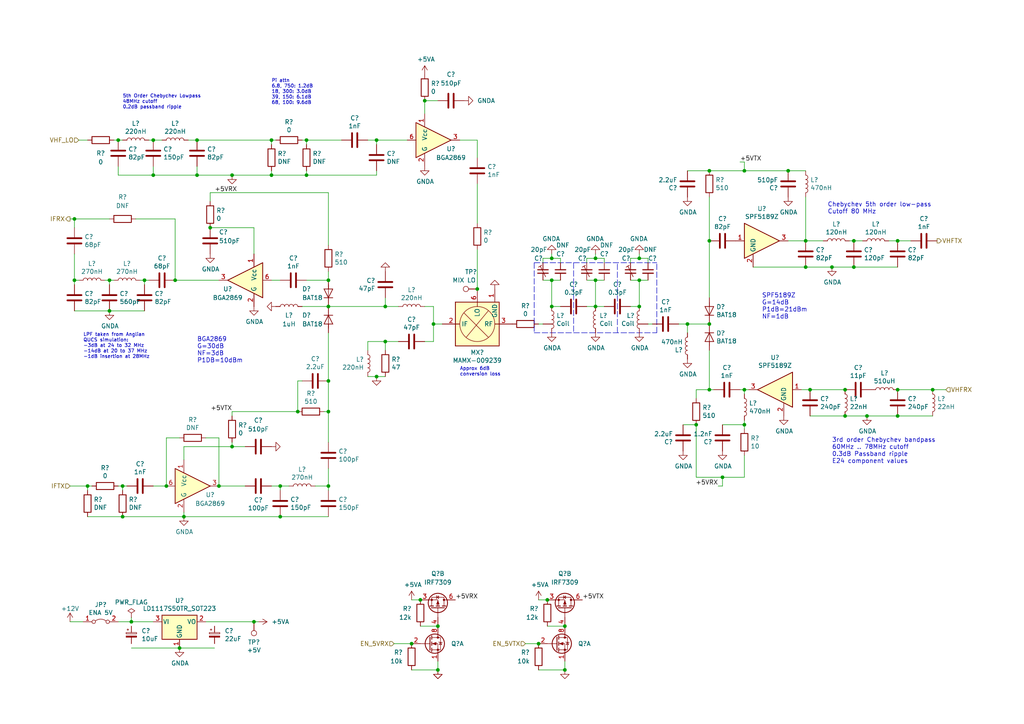
<source format=kicad_sch>
(kicad_sch (version 20211123) (generator eeschema)

  (uuid 66749c6a-b16f-43be-bab1-76caa7a8a44a)

  (paper "A4")

  (title_block
    (title "DART-70 TRX")
    (date "2023-01-22")
    (rev "0")
    (company "HB9EGM")
    (comment 1 "A 4m Band SSB/CW Transceiver")
  )

  

  (junction (at 60.96 66.04) (diameter 0) (color 0 0 0 0)
    (uuid 02567b51-491d-42f4-88b0-cfe2c1fce044)
  )
  (junction (at 260.35 113.03) (diameter 0) (color 0 0 0 0)
    (uuid 03f2c6bf-39de-43a9-b9de-8454bbbb087d)
  )
  (junction (at 185.42 81.28) (diameter 0) (color 0 0 0 0)
    (uuid 05a3fd88-c58e-4323-96ff-70847ec682b8)
  )
  (junction (at 209.55 138.43) (diameter 0) (color 0 0 0 0)
    (uuid 067b3699-1a46-41cc-9c7c-3cbbde83e2fb)
  )
  (junction (at 63.5 140.97) (diameter 0) (color 0 0 0 0)
    (uuid 06ccbc1b-6332-4fc0-a2f9-0bf8f455a430)
  )
  (junction (at 95.25 110.49) (diameter 0) (color 0 0 0 0)
    (uuid 0a2b5435-df6f-448f-96cd-9db62b5b9e70)
  )
  (junction (at 50.8 81.28) (diameter 0) (color 0 0 0 0)
    (uuid 0b25d221-9d72-4604-bf61-34d59b2fa091)
  )
  (junction (at 172.72 74.93) (diameter 0) (color 0 0 0 0)
    (uuid 101131db-475d-4275-89d4-ac43ee9a25d5)
  )
  (junction (at 57.15 40.64) (diameter 0) (color 0 0 0 0)
    (uuid 10daf2ca-3394-48e8-b6ba-0550bd8468cb)
  )
  (junction (at 205.74 113.03) (diameter 0) (color 0 0 0 0)
    (uuid 12fc5fae-2589-481a-9c5c-1325ed3bb3b8)
  )
  (junction (at 21.59 63.5) (diameter 0) (color 0 0 0 0)
    (uuid 1475a7ba-e90f-4f27-b3da-978bb1abed03)
  )
  (junction (at 251.46 120.65) (diameter 0) (color 0 0 0 0)
    (uuid 160dcd9c-7158-438b-b560-f70c0dcf13b1)
  )
  (junction (at 270.51 113.03) (diameter 0) (color 0 0 0 0)
    (uuid 17c68fc3-2367-48b2-a5af-3b3b2a36f525)
  )
  (junction (at 205.74 93.98) (diameter 0) (color 0 0 0 0)
    (uuid 1d052412-811d-4384-b62d-b10970534fb5)
  )
  (junction (at 260.35 69.85) (diameter 0) (color 0 0 0 0)
    (uuid 216aa6f9-834c-4cf0-8d7d-1ba1c3dae06e)
  )
  (junction (at 35.56 149.86) (diameter 0) (color 0 0 0 0)
    (uuid 21f58734-fe5c-4a86-add9-a9d5a28072d0)
  )
  (junction (at 215.9 123.19) (diameter 0) (color 0 0 0 0)
    (uuid 26cd24ad-dc7e-4f22-8cf0-d09179b0d265)
  )
  (junction (at 109.22 109.22) (diameter 0) (color 0 0 0 0)
    (uuid 2717f789-6e9a-45e5-ba68-0e97a483a090)
  )
  (junction (at 160.02 81.28) (diameter 0) (color 0 0 0 0)
    (uuid 2d9bce5f-b18b-47a2-9654-99086bc7c8ca)
  )
  (junction (at 205.74 49.53) (diameter 0) (color 0 0 0 0)
    (uuid 2dd9a5be-3aa9-4cf6-850b-b3df04cedb00)
  )
  (junction (at 228.6 49.53) (diameter 0) (color 0 0 0 0)
    (uuid 2f389684-fc2a-46a1-b11d-5ff1e4efe356)
  )
  (junction (at 25.4 140.97) (diameter 0) (color 0 0 0 0)
    (uuid 352f28bf-b1c2-4de5-992d-e57cf2e8483f)
  )
  (junction (at 121.92 173.99) (diameter 0) (color 0 0 0 0)
    (uuid 3cdd29cd-f7d5-4f1f-90af-98c32e5adf8f)
  )
  (junction (at 48.26 140.97) (diameter 0) (color 0 0 0 0)
    (uuid 3ff87719-b353-4efc-bf3c-dccf3c161a57)
  )
  (junction (at 52.07 187.96) (diameter 0) (color 0 0 0 0)
    (uuid 4650598b-8ec0-4a38-8b43-e41b603ff53c)
  )
  (junction (at 127 181.61) (diameter 0) (color 0 0 0 0)
    (uuid 4a87f15b-276a-46e9-af2c-bd6c86b489d7)
  )
  (junction (at 215.9 49.53) (diameter 0) (color 0 0 0 0)
    (uuid 6228b587-c759-4f5a-aee2-44d44c696a08)
  )
  (junction (at 125.73 93.98) (diameter 0) (color 0 0 0 0)
    (uuid 63065c9b-8053-430e-bdb0-072a1e704078)
  )
  (junction (at 35.56 140.97) (diameter 0) (color 0 0 0 0)
    (uuid 65d5c78a-4863-4a6e-8ee9-7f7694e5dd47)
  )
  (junction (at 233.68 77.47) (diameter 0) (color 0 0 0 0)
    (uuid 66615e91-3e7a-41a3-a5de-d8915c5cd486)
  )
  (junction (at 119.38 186.69) (diameter 0) (color 0 0 0 0)
    (uuid 727193af-cefc-4d3d-971c-b8113d72e132)
  )
  (junction (at 44.45 40.64) (diameter 0) (color 0 0 0 0)
    (uuid 75f0fc0e-92ee-4d72-91b9-969bbdf6a516)
  )
  (junction (at 205.74 69.85) (diameter 0) (color 0 0 0 0)
    (uuid 774bd91e-6eb9-41ae-a7fd-20b88a031e1c)
  )
  (junction (at 233.68 69.85) (diameter 0) (color 0 0 0 0)
    (uuid 775b50f1-c021-45e5-b4f4-3da4bfa305be)
  )
  (junction (at 172.72 88.9) (diameter 0) (color 0 0 0 0)
    (uuid 8106e159-fb99-406c-bc50-06500718779d)
  )
  (junction (at 109.22 40.64) (diameter 0) (color 0 0 0 0)
    (uuid 85195ff4-4022-4363-b14b-87d01de5d306)
  )
  (junction (at 73.66 180.34) (diameter 0) (color 0 0 0 0)
    (uuid 89fb1f5e-c45d-4876-b4d9-2f0eb3fb6afc)
  )
  (junction (at 247.65 69.85) (diameter 0) (color 0 0 0 0)
    (uuid 8b14e97f-a7f6-455f-85ae-a0954b928855)
  )
  (junction (at 31.75 90.17) (diameter 0) (color 0 0 0 0)
    (uuid 8bb0a05e-e024-4c96-8062-b72bb8f6b3b6)
  )
  (junction (at 95.25 88.9) (diameter 0) (color 0 0 0 0)
    (uuid 8c1a53c3-eda8-4cf7-9683-1f61b02265f4)
  )
  (junction (at 34.29 40.64) (diameter 0) (color 0 0 0 0)
    (uuid 91b483e1-f0ff-4000-955c-193367ed899a)
  )
  (junction (at 57.15 50.8) (diameter 0) (color 0 0 0 0)
    (uuid 932b167d-ddab-4c71-b0d5-3168e84d05b6)
  )
  (junction (at 78.74 50.8) (diameter 0) (color 0 0 0 0)
    (uuid 93b57547-14ef-426b-8dd7-720b4647ee08)
  )
  (junction (at 247.65 77.47) (diameter 0) (color 0 0 0 0)
    (uuid 95b18c49-20bf-4d9f-b3e3-cebdbf176759)
  )
  (junction (at 199.39 93.98) (diameter 0) (color 0 0 0 0)
    (uuid 9bf41a0b-ea8e-4983-9913-df79ab0696ea)
  )
  (junction (at 163.83 181.61) (diameter 0) (color 0 0 0 0)
    (uuid 9cad06d9-c612-4d87-9aa9-f62f762df9f4)
  )
  (junction (at 185.42 74.93) (diameter 0) (color 0 0 0 0)
    (uuid 9d460f71-ca89-4f90-b952-20c79bec7158)
  )
  (junction (at 41.91 81.28) (diameter 0) (color 0 0 0 0)
    (uuid 9eb4c32c-a62b-416a-a386-ea1abd0b0a0d)
  )
  (junction (at 172.72 81.28) (diameter 0) (color 0 0 0 0)
    (uuid a18da1d6-412f-494b-867d-28a1d0ab5318)
  )
  (junction (at 201.93 123.19) (diameter 0) (color 0 0 0 0)
    (uuid a2596afc-a768-4a7c-9191-a7e735f775bd)
  )
  (junction (at 67.31 50.8) (diameter 0) (color 0 0 0 0)
    (uuid a3acfd1c-df2f-4f66-b724-7f316f483950)
  )
  (junction (at 127 194.31) (diameter 0) (color 0 0 0 0)
    (uuid a491d734-79f9-4b48-a3fb-de0f1ca67066)
  )
  (junction (at 21.59 81.28) (diameter 0) (color 0 0 0 0)
    (uuid a510e5e5-5ef7-4d6a-a501-65eee345df9c)
  )
  (junction (at 163.83 194.31) (diameter 0) (color 0 0 0 0)
    (uuid a7433e7f-b98c-4b31-ad66-13e099a2cdaf)
  )
  (junction (at 95.25 81.28) (diameter 0) (color 0 0 0 0)
    (uuid aa939002-c65a-4bc5-8b33-1d5bc4c91f9d)
  )
  (junction (at 245.11 113.03) (diameter 0) (color 0 0 0 0)
    (uuid aba0b686-27a7-4612-9120-56df9850a0f3)
  )
  (junction (at 95.25 119.38) (diameter 0) (color 0 0 0 0)
    (uuid bf562497-0a71-4eb8-8045-49f675de552e)
  )
  (junction (at 245.11 120.65) (diameter 0) (color 0 0 0 0)
    (uuid c3f949c9-bffb-4193-94d9-a79840626951)
  )
  (junction (at 81.28 149.86) (diameter 0) (color 0 0 0 0)
    (uuid c7daa16d-2cdc-48f9-84e1-6fd3b9ab8609)
  )
  (junction (at 88.9 40.64) (diameter 0) (color 0 0 0 0)
    (uuid c873fbd2-c35e-4523-8311-de379b125b9d)
  )
  (junction (at 160.02 74.93) (diameter 0) (color 0 0 0 0)
    (uuid ca9b4264-1527-4eb9-9c4a-0f8f3219656b)
  )
  (junction (at 160.02 88.9) (diameter 0) (color 0 0 0 0)
    (uuid cd5e5396-17e0-450e-8b9a-002266132cf2)
  )
  (junction (at 156.21 186.69) (diameter 0) (color 0 0 0 0)
    (uuid ce7f1bfd-1014-4f6f-b4f1-7de465512724)
  )
  (junction (at 234.95 113.03) (diameter 0) (color 0 0 0 0)
    (uuid d22d7732-de34-40be-871d-a04e8e3508dc)
  )
  (junction (at 123.19 29.21) (diameter 0) (color 0 0 0 0)
    (uuid d2d1dd6f-8881-4c2b-9f36-c8d23c496986)
  )
  (junction (at 215.9 113.03) (diameter 0) (color 0 0 0 0)
    (uuid d9c9046c-34c5-4cac-9cb3-760e2219db2a)
  )
  (junction (at 44.45 50.8) (diameter 0) (color 0 0 0 0)
    (uuid dc588c3d-5206-4af5-96df-dc33e470667e)
  )
  (junction (at 241.3 77.47) (diameter 0) (color 0 0 0 0)
    (uuid dd70541c-ed72-41a4-b278-03a490cbdaf1)
  )
  (junction (at 95.25 140.97) (diameter 0) (color 0 0 0 0)
    (uuid e0fafb5a-7612-49f2-857e-07a48cf36c67)
  )
  (junction (at 78.74 40.64) (diameter 0) (color 0 0 0 0)
    (uuid e17afcb0-49dd-4f12-a913-1d8e2e4c5b94)
  )
  (junction (at 158.75 173.99) (diameter 0) (color 0 0 0 0)
    (uuid e2405a6d-b5f1-4892-820c-4d347303f3e4)
  )
  (junction (at 86.36 119.38) (diameter 0) (color 0 0 0 0)
    (uuid e4e5efbf-5f6e-47bb-b454-0f7ee3ed75bc)
  )
  (junction (at 38.1 180.34) (diameter 0) (color 0 0 0 0)
    (uuid e65c219d-b729-4a2c-bdfa-4015564ce962)
  )
  (junction (at 31.75 81.28) (diameter 0) (color 0 0 0 0)
    (uuid eae70e4c-a4fe-42ec-9720-c05b32ed5140)
  )
  (junction (at 111.76 99.06) (diameter 0) (color 0 0 0 0)
    (uuid ebd0fc89-8e13-43bb-945a-2e8b75c613c1)
  )
  (junction (at 88.9 50.8) (diameter 0) (color 0 0 0 0)
    (uuid ec4fc551-9561-4ff0-a309-1fd93dc95354)
  )
  (junction (at 81.28 140.97) (diameter 0) (color 0 0 0 0)
    (uuid ef79b516-f387-4bff-98aa-61eff96e72d2)
  )
  (junction (at 67.31 129.54) (diameter 0) (color 0 0 0 0)
    (uuid f08b4f32-723d-4df7-a5cf-f11c8a1baf74)
  )
  (junction (at 138.43 83.82) (diameter 0) (color 0 0 0 0)
    (uuid f09822c0-7fac-44ce-a87f-366f7a49f250)
  )
  (junction (at 185.42 88.9) (diameter 0) (color 0 0 0 0)
    (uuid f52f1267-ef72-4576-80d0-5917f82db729)
  )
  (junction (at 260.35 120.65) (diameter 0) (color 0 0 0 0)
    (uuid f9198f7a-35c7-441b-8222-e190f80189c6)
  )
  (junction (at 53.34 149.86) (diameter 0) (color 0 0 0 0)
    (uuid fcf53a3f-59b9-4ab4-bae0-543d7757d600)
  )
  (junction (at 111.76 88.9) (diameter 0) (color 0 0 0 0)
    (uuid ff974328-a07c-48c8-acb8-3917722c0b92)
  )

  (wire (pts (xy 21.59 82.55) (xy 21.59 81.28))
    (stroke (width 0) (type default) (color 0 0 0 0))
    (uuid 024cc201-4a12-4ae8-bfab-38147f08c82b)
  )
  (wire (pts (xy 41.91 81.28) (xy 43.18 81.28))
    (stroke (width 0) (type default) (color 0 0 0 0))
    (uuid 035e0cf3-8ba7-4e18-8dd3-f8e636f1c886)
  )
  (wire (pts (xy 198.12 123.19) (xy 201.93 123.19))
    (stroke (width 0) (type default) (color 0 0 0 0))
    (uuid 03f16627-7ce3-4e9a-9706-778678e98c1c)
  )
  (wire (pts (xy 233.68 69.85) (xy 238.76 69.85))
    (stroke (width 0) (type default) (color 0 0 0 0))
    (uuid 05b39569-aaa4-4273-9b2f-9e1c6ca4bf60)
  )
  (wire (pts (xy 157.48 74.93) (xy 160.02 74.93))
    (stroke (width 0) (type default) (color 0 0 0 0))
    (uuid 060a9d78-785b-4e95-9f27-c70c9bd79368)
  )
  (wire (pts (xy 95.25 55.88) (xy 95.25 71.12))
    (stroke (width 0) (type default) (color 0 0 0 0))
    (uuid 0771d364-a669-462b-8c26-3e56d6fd2b2c)
  )
  (wire (pts (xy 88.9 40.64) (xy 87.63 40.64))
    (stroke (width 0) (type default) (color 0 0 0 0))
    (uuid 078044b2-8672-471f-8af0-713545e8135d)
  )
  (polyline (pts (xy 190.5 96.52) (xy 190.5 76.2))
    (stroke (width 0) (type default) (color 0 0 0 0))
    (uuid 0a3cbae7-b160-4bf5-bc29-b843867e2bbd)
  )

  (wire (pts (xy 109.22 41.91) (xy 109.22 40.64))
    (stroke (width 0) (type default) (color 0 0 0 0))
    (uuid 0ab7eac0-2505-46ca-a15f-2fbf3a0464df)
  )
  (wire (pts (xy 35.56 40.64) (xy 34.29 40.64))
    (stroke (width 0) (type default) (color 0 0 0 0))
    (uuid 0d4eecf0-767b-46cf-87a6-41ee96560c59)
  )
  (wire (pts (xy 201.93 123.19) (xy 201.93 138.43))
    (stroke (width 0) (type default) (color 0 0 0 0))
    (uuid 10e85d49-8c1d-4e38-920c-77246389daec)
  )
  (wire (pts (xy 187.96 74.93) (xy 187.96 76.2))
    (stroke (width 0) (type default) (color 0 0 0 0))
    (uuid 115c2483-0d3d-4658-9c56-55683456b2f9)
  )
  (wire (pts (xy 25.4 140.97) (xy 20.32 140.97))
    (stroke (width 0) (type default) (color 0 0 0 0))
    (uuid 11c13b9d-0404-4268-bab1-f545d338c0be)
  )
  (wire (pts (xy 50.8 81.28) (xy 63.5 81.28))
    (stroke (width 0) (type default) (color 0 0 0 0))
    (uuid 12b06950-23c0-46a3-97b4-485917511191)
  )
  (wire (pts (xy 182.88 74.93) (xy 185.42 74.93))
    (stroke (width 0) (type default) (color 0 0 0 0))
    (uuid 133e4738-5308-4c8f-a278-ff3a4b573a42)
  )
  (wire (pts (xy 52.07 187.96) (xy 62.23 187.96))
    (stroke (width 0) (type default) (color 0 0 0 0))
    (uuid 1503d8f8-f748-488a-be6b-682a25f8122b)
  )
  (wire (pts (xy 175.26 74.93) (xy 175.26 76.2))
    (stroke (width 0) (type default) (color 0 0 0 0))
    (uuid 15849db9-220e-4afd-b7a0-07e5cbc925e5)
  )
  (wire (pts (xy 106.68 99.06) (xy 111.76 99.06))
    (stroke (width 0) (type default) (color 0 0 0 0))
    (uuid 169fbf9e-c683-4879-aed2-ef27f2a35b47)
  )
  (wire (pts (xy 80.01 40.64) (xy 78.74 40.64))
    (stroke (width 0) (type default) (color 0 0 0 0))
    (uuid 179b931a-ee6e-4f42-a650-8fcc15be33cf)
  )
  (wire (pts (xy 185.42 73.66) (xy 185.42 74.93))
    (stroke (width 0) (type default) (color 0 0 0 0))
    (uuid 1807c891-5ccf-491b-b7cb-6605d0030f30)
  )
  (wire (pts (xy 106.68 40.64) (xy 109.22 40.64))
    (stroke (width 0) (type default) (color 0 0 0 0))
    (uuid 1982601b-2a8e-40bd-a5af-aba91929618d)
  )
  (wire (pts (xy 246.38 69.85) (xy 247.65 69.85))
    (stroke (width 0) (type default) (color 0 0 0 0))
    (uuid 1eea39a5-2762-4e3a-8c74-b0e5bc37cc89)
  )
  (wire (pts (xy 215.9 123.19) (xy 215.9 121.92))
    (stroke (width 0) (type default) (color 0 0 0 0))
    (uuid 2103272c-7211-4351-8c30-d9ee75c2fa7e)
  )
  (wire (pts (xy 57.15 40.64) (xy 54.61 40.64))
    (stroke (width 0) (type default) (color 0 0 0 0))
    (uuid 21461412-9af2-4516-b83c-e86442da6f76)
  )
  (wire (pts (xy 133.35 40.64) (xy 138.43 40.64))
    (stroke (width 0) (type default) (color 0 0 0 0))
    (uuid 21a00f46-105c-4e4b-a84f-ed4acb136567)
  )
  (wire (pts (xy 88.9 49.53) (xy 88.9 50.8))
    (stroke (width 0) (type default) (color 0 0 0 0))
    (uuid 21de29f1-55e6-491f-9b72-2d0cf15d30d9)
  )
  (wire (pts (xy 260.35 120.65) (xy 270.51 120.65))
    (stroke (width 0) (type default) (color 0 0 0 0))
    (uuid 24997cd2-6ddc-452d-8f8d-5ed1f34ea421)
  )
  (wire (pts (xy 160.02 73.66) (xy 160.02 74.93))
    (stroke (width 0) (type default) (color 0 0 0 0))
    (uuid 260c26af-1e30-4624-94a4-7cbfebc53f93)
  )
  (wire (pts (xy 63.5 140.97) (xy 71.12 140.97))
    (stroke (width 0) (type default) (color 0 0 0 0))
    (uuid 27260fd1-7e11-444d-9206-9db48718c252)
  )
  (wire (pts (xy 201.93 113.03) (xy 205.74 113.03))
    (stroke (width 0) (type default) (color 0 0 0 0))
    (uuid 2b3b0810-cd1d-48a1-a104-fe015cf2af3c)
  )
  (wire (pts (xy 162.56 74.93) (xy 162.56 76.2))
    (stroke (width 0) (type default) (color 0 0 0 0))
    (uuid 2b5ef57e-9829-4c8c-a772-0c450fa178e8)
  )
  (wire (pts (xy 209.55 138.43) (xy 215.9 138.43))
    (stroke (width 0) (type default) (color 0 0 0 0))
    (uuid 2dd2edde-b79d-4ec7-87aa-5955ab5302f8)
  )
  (wire (pts (xy 114.3 186.69) (xy 119.38 186.69))
    (stroke (width 0) (type default) (color 0 0 0 0))
    (uuid 317b3327-81e5-42d8-ba53-a7623d7a8708)
  )
  (wire (pts (xy 170.18 76.2) (xy 170.18 74.93))
    (stroke (width 0) (type default) (color 0 0 0 0))
    (uuid 31fb150b-1634-44a3-bbf0-4f27407886b5)
  )
  (wire (pts (xy 88.9 41.91) (xy 88.9 40.64))
    (stroke (width 0) (type default) (color 0 0 0 0))
    (uuid 36709ce8-feaf-4ca8-a999-4108fb101352)
  )
  (wire (pts (xy 233.68 77.47) (xy 241.3 77.47))
    (stroke (width 0) (type default) (color 0 0 0 0))
    (uuid 36e55dc7-b8dd-4b75-aa11-1a977430e4af)
  )
  (wire (pts (xy 119.38 173.99) (xy 121.92 173.99))
    (stroke (width 0) (type default) (color 0 0 0 0))
    (uuid 37230808-99dc-4179-b260-0a45169e8644)
  )
  (wire (pts (xy 71.12 129.54) (xy 67.31 129.54))
    (stroke (width 0) (type default) (color 0 0 0 0))
    (uuid 377e1abf-612a-4df5-b5eb-45b0a4ea0c9e)
  )
  (wire (pts (xy 57.15 50.8) (xy 44.45 50.8))
    (stroke (width 0) (type default) (color 0 0 0 0))
    (uuid 37a423bc-f22b-4f78-8391-c64cc41bfdd6)
  )
  (wire (pts (xy 48.26 140.97) (xy 48.26 127))
    (stroke (width 0) (type default) (color 0 0 0 0))
    (uuid 37fed5f7-4342-43d4-8e52-4cb994a65b60)
  )
  (wire (pts (xy 78.74 81.28) (xy 81.28 81.28))
    (stroke (width 0) (type default) (color 0 0 0 0))
    (uuid 392feb7d-639c-4109-b633-4f77161d9a00)
  )
  (wire (pts (xy 67.31 119.38) (xy 67.31 120.65))
    (stroke (width 0) (type default) (color 0 0 0 0))
    (uuid 3b61ba43-a744-4e60-91dd-12af0722c056)
  )
  (wire (pts (xy 35.56 140.97) (xy 34.29 140.97))
    (stroke (width 0) (type default) (color 0 0 0 0))
    (uuid 3e4b4d52-ec1d-4c6c-8348-5ce6174b6e25)
  )
  (wire (pts (xy 109.22 40.64) (xy 118.11 40.64))
    (stroke (width 0) (type default) (color 0 0 0 0))
    (uuid 3f230696-6936-45fb-9c05-e7c58419a4fe)
  )
  (wire (pts (xy 109.22 50.8) (xy 109.22 49.53))
    (stroke (width 0) (type default) (color 0 0 0 0))
    (uuid 4055fe96-6cd0-4098-a3eb-28bdaf898065)
  )
  (wire (pts (xy 205.74 101.6) (xy 205.74 113.03))
    (stroke (width 0) (type default) (color 0 0 0 0))
    (uuid 41456f29-a703-4d12-85d0-c21ea7c0a452)
  )
  (wire (pts (xy 87.63 110.49) (xy 86.36 110.49))
    (stroke (width 0) (type default) (color 0 0 0 0))
    (uuid 4373547b-d3a9-4735-9a12-7e388d4b1d9d)
  )
  (wire (pts (xy 21.59 81.28) (xy 22.86 81.28))
    (stroke (width 0) (type default) (color 0 0 0 0))
    (uuid 43a0eb75-5fcf-4672-aa9e-0cc7c7115f22)
  )
  (wire (pts (xy 215.9 138.43) (xy 215.9 132.08))
    (stroke (width 0) (type default) (color 0 0 0 0))
    (uuid 45005e12-36a9-4853-a83d-a87ffad800b4)
  )
  (wire (pts (xy 215.9 124.46) (xy 215.9 123.19))
    (stroke (width 0) (type default) (color 0 0 0 0))
    (uuid 45580b2c-f853-4bae-b48d-8b2b7a8c9649)
  )
  (wire (pts (xy 73.66 180.34) (xy 74.93 180.34))
    (stroke (width 0) (type default) (color 0 0 0 0))
    (uuid 46aa6345-737c-4dbd-91a2-dc6be0ddc5ae)
  )
  (wire (pts (xy 59.69 127) (xy 63.5 127))
    (stroke (width 0) (type default) (color 0 0 0 0))
    (uuid 47c2b278-ae5d-4e95-b5c8-9e4f00c4a0ec)
  )
  (polyline (pts (xy 166.37 76.2) (xy 166.37 96.52))
    (stroke (width 0) (type default) (color 0 0 0 0))
    (uuid 48afede4-072d-4812-9a6d-de4cc719bbfc)
  )

  (wire (pts (xy 185.42 81.28) (xy 187.96 81.28))
    (stroke (width 0) (type default) (color 0 0 0 0))
    (uuid 48c77641-1046-44b0-bae8-52da953ea633)
  )
  (wire (pts (xy 60.96 58.42) (xy 60.96 55.88))
    (stroke (width 0) (type default) (color 0 0 0 0))
    (uuid 4a333138-062a-4541-87e1-d6ef03b1e3dd)
  )
  (wire (pts (xy 81.28 140.97) (xy 83.82 140.97))
    (stroke (width 0) (type default) (color 0 0 0 0))
    (uuid 4cd7fbd1-3778-4a48-ab60-c36eed16d8c5)
  )
  (wire (pts (xy 20.32 180.34) (xy 24.13 180.34))
    (stroke (width 0) (type default) (color 0 0 0 0))
    (uuid 4f1890ef-2953-4b44-b85e-7d86f5135aac)
  )
  (wire (pts (xy 172.72 88.9) (xy 175.26 88.9))
    (stroke (width 0) (type default) (color 0 0 0 0))
    (uuid 4f483546-5fe1-407e-aca5-4726d4b59bdf)
  )
  (wire (pts (xy 205.74 57.15) (xy 205.74 69.85))
    (stroke (width 0) (type default) (color 0 0 0 0))
    (uuid 4f5c185a-e11b-4d82-a8bc-b9689c9c633b)
  )
  (wire (pts (xy 67.31 50.8) (xy 78.74 50.8))
    (stroke (width 0) (type default) (color 0 0 0 0))
    (uuid 51b0ddb2-d73c-4b77-8065-960af2349f14)
  )
  (wire (pts (xy 78.74 50.8) (xy 78.74 49.53))
    (stroke (width 0) (type default) (color 0 0 0 0))
    (uuid 51c3e3cc-739b-4bac-a271-7f779051de39)
  )
  (wire (pts (xy 35.56 149.86) (xy 25.4 149.86))
    (stroke (width 0) (type default) (color 0 0 0 0))
    (uuid 553f8fdd-c870-4163-a81b-a10a24a3351e)
  )
  (wire (pts (xy 95.25 110.49) (xy 95.25 119.38))
    (stroke (width 0) (type default) (color 0 0 0 0))
    (uuid 55b6b040-a746-4424-a5b4-1f45a1d15120)
  )
  (wire (pts (xy 127 194.31) (xy 119.38 194.31))
    (stroke (width 0) (type default) (color 0 0 0 0))
    (uuid 57bc8c39-1c61-48a7-b2b9-e074f6a884b9)
  )
  (wire (pts (xy 60.96 55.88) (xy 95.25 55.88))
    (stroke (width 0) (type default) (color 0 0 0 0))
    (uuid 5821604d-5ceb-420a-b7e4-ba8f3233a4b7)
  )
  (wire (pts (xy 111.76 101.6) (xy 111.76 99.06))
    (stroke (width 0) (type default) (color 0 0 0 0))
    (uuid 5962fb65-4840-4342-83d8-ebe11a13a0c5)
  )
  (wire (pts (xy 232.41 113.03) (xy 234.95 113.03))
    (stroke (width 0) (type default) (color 0 0 0 0))
    (uuid 5b4b5c6f-05a3-4664-adf7-2293c612cc4c)
  )
  (wire (pts (xy 160.02 81.28) (xy 162.56 81.28))
    (stroke (width 0) (type default) (color 0 0 0 0))
    (uuid 5cfef867-dff5-4abc-9cf1-6fa8f45eaef2)
  )
  (wire (pts (xy 44.45 50.8) (xy 34.29 50.8))
    (stroke (width 0) (type default) (color 0 0 0 0))
    (uuid 5cff2459-d275-4803-8fa2-8289cb689a75)
  )
  (wire (pts (xy 201.93 115.57) (xy 201.93 113.03))
    (stroke (width 0) (type default) (color 0 0 0 0))
    (uuid 60e6d176-aade-439f-80d8-764c13ba9024)
  )
  (wire (pts (xy 57.15 50.8) (xy 57.15 48.26))
    (stroke (width 0) (type default) (color 0 0 0 0))
    (uuid 620fd31f-1d7e-453a-874c-5731a4bbc505)
  )
  (wire (pts (xy 209.55 123.19) (xy 215.9 123.19))
    (stroke (width 0) (type default) (color 0 0 0 0))
    (uuid 6356fe97-06cd-4a4b-b2f2-2e98498da4a1)
  )
  (wire (pts (xy 208.28 140.97) (xy 209.55 140.97))
    (stroke (width 0) (type default) (color 0 0 0 0))
    (uuid 638492c1-39c4-4e69-a3a1-232b324e5b21)
  )
  (wire (pts (xy 44.45 50.8) (xy 44.45 48.26))
    (stroke (width 0) (type default) (color 0 0 0 0))
    (uuid 659d7e05-6d30-4048-9451-144bfa6ef129)
  )
  (wire (pts (xy 170.18 81.28) (xy 172.72 81.28))
    (stroke (width 0) (type default) (color 0 0 0 0))
    (uuid 6640c556-30bc-4fc7-a797-35ec65cf0f77)
  )
  (wire (pts (xy 215.9 113.03) (xy 214.63 113.03))
    (stroke (width 0) (type default) (color 0 0 0 0))
    (uuid 67ab6325-5225-42ee-86cc-5aee5e01efce)
  )
  (polyline (pts (xy 179.07 96.52) (xy 179.07 76.2))
    (stroke (width 0) (type default) (color 0 0 0 0))
    (uuid 67f80db7-ac30-4dde-8bf8-915428d171ed)
  )

  (wire (pts (xy 59.69 180.34) (xy 73.66 180.34))
    (stroke (width 0) (type default) (color 0 0 0 0))
    (uuid 6a784a31-50b5-4176-9ee4-0ad6fc9a1083)
  )
  (wire (pts (xy 138.43 40.64) (xy 138.43 45.72))
    (stroke (width 0) (type default) (color 0 0 0 0))
    (uuid 6a7b2059-d977-4612-95c2-3fe01e6e1434)
  )
  (wire (pts (xy 95.25 81.28) (xy 95.25 78.74))
    (stroke (width 0) (type default) (color 0 0 0 0))
    (uuid 6b27d8b2-ee0e-419a-8cca-494e0b743c57)
  )
  (wire (pts (xy 182.88 76.2) (xy 182.88 74.93))
    (stroke (width 0) (type default) (color 0 0 0 0))
    (uuid 6bcc4470-6fe4-4c8d-ba29-7eeb8005d7fa)
  )
  (wire (pts (xy 36.83 140.97) (xy 35.56 140.97))
    (stroke (width 0) (type default) (color 0 0 0 0))
    (uuid 6ce712c5-fc40-4079-b769-1caeda39d8f3)
  )
  (wire (pts (xy 199.39 49.53) (xy 205.74 49.53))
    (stroke (width 0) (type default) (color 0 0 0 0))
    (uuid 6d259b3b-196b-4e6b-acdf-fc3e09319776)
  )
  (wire (pts (xy 50.8 63.5) (xy 50.8 81.28))
    (stroke (width 0) (type default) (color 0 0 0 0))
    (uuid 6d427db4-6e25-49e4-a454-3db69763ffde)
  )
  (wire (pts (xy 163.83 194.31) (xy 156.21 194.31))
    (stroke (width 0) (type default) (color 0 0 0 0))
    (uuid 6f374e2b-ea34-4806-a08a-b249048582fa)
  )
  (polyline (pts (xy 154.94 76.2) (xy 154.94 96.52))
    (stroke (width 0) (type default) (color 0 0 0 0))
    (uuid 7055685d-2e9b-46e1-bc20-a497c53cfccc)
  )

  (wire (pts (xy 160.02 88.9) (xy 162.56 88.9))
    (stroke (width 0) (type default) (color 0 0 0 0))
    (uuid 7075a498-5749-4f19-ba7d-9b8161486d1a)
  )
  (wire (pts (xy 233.68 57.15) (xy 233.68 69.85))
    (stroke (width 0) (type default) (color 0 0 0 0))
    (uuid 70852beb-7102-4701-922b-9248dc6321b9)
  )
  (wire (pts (xy 81.28 142.24) (xy 81.28 140.97))
    (stroke (width 0) (type default) (color 0 0 0 0))
    (uuid 72745e37-6398-4523-a0b8-fcae44c9df22)
  )
  (wire (pts (xy 215.9 49.53) (xy 228.6 49.53))
    (stroke (width 0) (type default) (color 0 0 0 0))
    (uuid 72f86fac-1de9-4853-b551-bbe9529da2a3)
  )
  (wire (pts (xy 93.98 119.38) (xy 95.25 119.38))
    (stroke (width 0) (type default) (color 0 0 0 0))
    (uuid 738c73ca-416f-4cdc-b135-180d4d696484)
  )
  (wire (pts (xy 78.74 40.64) (xy 78.74 41.91))
    (stroke (width 0) (type default) (color 0 0 0 0))
    (uuid 75288219-cb62-4584-bfee-979eec5f882a)
  )
  (wire (pts (xy 86.36 119.38) (xy 67.31 119.38))
    (stroke (width 0) (type default) (color 0 0 0 0))
    (uuid 7590e24b-577c-4fcd-9e1f-ab45b189df19)
  )
  (wire (pts (xy 228.6 49.53) (xy 233.68 49.53))
    (stroke (width 0) (type default) (color 0 0 0 0))
    (uuid 759bd0f6-2646-44e7-94e8-5efbb41acb61)
  )
  (wire (pts (xy 88.9 50.8) (xy 109.22 50.8))
    (stroke (width 0) (type default) (color 0 0 0 0))
    (uuid 77697486-3706-446b-b0dc-99c11e5b6fb4)
  )
  (wire (pts (xy 22.86 40.64) (xy 25.4 40.64))
    (stroke (width 0) (type default) (color 0 0 0 0))
    (uuid 7a961303-0ee0-4514-9c41-71f7612da80d)
  )
  (wire (pts (xy 111.76 99.06) (xy 115.57 99.06))
    (stroke (width 0) (type default) (color 0 0 0 0))
    (uuid 7b914471-3d1b-40f6-8fee-092f137ff2e0)
  )
  (wire (pts (xy 35.56 149.86) (xy 53.34 149.86))
    (stroke (width 0) (type default) (color 0 0 0 0))
    (uuid 7cea007c-3280-4e58-94e8-fd0f1c985899)
  )
  (wire (pts (xy 205.74 86.36) (xy 205.74 69.85))
    (stroke (width 0) (type default) (color 0 0 0 0))
    (uuid 7de935c6-9119-4940-8080-9aaeda4f0cdd)
  )
  (wire (pts (xy 214.63 46.99) (xy 215.9 46.99))
    (stroke (width 0) (type default) (color 0 0 0 0))
    (uuid 7f180349-2cf1-4faf-8ede-f82101d0fa01)
  )
  (wire (pts (xy 158.75 181.61) (xy 163.83 181.61))
    (stroke (width 0) (type default) (color 0 0 0 0))
    (uuid 7fba5bda-82b7-4610-b92b-36712e57b8ae)
  )
  (wire (pts (xy 251.46 120.65) (xy 260.35 120.65))
    (stroke (width 0) (type default) (color 0 0 0 0))
    (uuid 80acb5a1-638b-4285-857f-e2585dbcfd3f)
  )
  (wire (pts (xy 172.72 81.28) (xy 175.26 81.28))
    (stroke (width 0) (type default) (color 0 0 0 0))
    (uuid 80cb90dd-8449-449f-bec1-5e371021e295)
  )
  (wire (pts (xy 234.95 120.65) (xy 245.11 120.65))
    (stroke (width 0) (type default) (color 0 0 0 0))
    (uuid 81e79f3b-03ef-4053-8332-ee08625e26d6)
  )
  (wire (pts (xy 199.39 93.98) (xy 205.74 93.98))
    (stroke (width 0) (type default) (color 0 0 0 0))
    (uuid 84a6c803-a4ac-48df-95fb-6930cca4e25e)
  )
  (wire (pts (xy 199.39 96.52) (xy 199.39 93.98))
    (stroke (width 0) (type default) (color 0 0 0 0))
    (uuid 84b3d674-c896-4b45-8754-206b7ffab72a)
  )
  (wire (pts (xy 152.4 186.69) (xy 156.21 186.69))
    (stroke (width 0) (type default) (color 0 0 0 0))
    (uuid 85640014-c6d4-40af-af54-a03d32fa69d7)
  )
  (wire (pts (xy 87.63 88.9) (xy 95.25 88.9))
    (stroke (width 0) (type default) (color 0 0 0 0))
    (uuid 892ee75c-1313-4950-84c4-ad3932813816)
  )
  (wire (pts (xy 91.44 140.97) (xy 95.25 140.97))
    (stroke (width 0) (type default) (color 0 0 0 0))
    (uuid 8a80af2d-ce13-4b11-8a6d-9856813678bd)
  )
  (wire (pts (xy 121.92 181.61) (xy 127 181.61))
    (stroke (width 0) (type default) (color 0 0 0 0))
    (uuid 8c64738e-4af4-4dd5-b6e1-157dcd3cd3b0)
  )
  (wire (pts (xy 41.91 81.28) (xy 40.64 81.28))
    (stroke (width 0) (type default) (color 0 0 0 0))
    (uuid 8c7ad431-18a5-4197-b13f-e4bbf0da7038)
  )
  (wire (pts (xy 257.81 69.85) (xy 260.35 69.85))
    (stroke (width 0) (type default) (color 0 0 0 0))
    (uuid 9110f47f-a990-4603-9888-a44e93a8108c)
  )
  (wire (pts (xy 73.66 66.04) (xy 60.96 66.04))
    (stroke (width 0) (type default) (color 0 0 0 0))
    (uuid 911af59e-f1b1-46d2-a9c4-dd351bc41db1)
  )
  (wire (pts (xy 95.25 96.52) (xy 95.25 110.49))
    (stroke (width 0) (type default) (color 0 0 0 0))
    (uuid 91d49aaf-5758-42d3-9e51-e9b2b8cd5c5c)
  )
  (wire (pts (xy 163.83 191.77) (xy 163.83 194.31))
    (stroke (width 0) (type default) (color 0 0 0 0))
    (uuid 934f0ec0-9b4c-4bb5-87d9-4d3a01f53db8)
  )
  (wire (pts (xy 41.91 82.55) (xy 41.91 81.28))
    (stroke (width 0) (type default) (color 0 0 0 0))
    (uuid 9396dbf5-aa3c-4ba1-a9ae-1945fbb2026c)
  )
  (wire (pts (xy 125.73 93.98) (xy 128.27 93.98))
    (stroke (width 0) (type default) (color 0 0 0 0))
    (uuid 97931d4a-7c02-4a9b-a790-a3569eede93c)
  )
  (wire (pts (xy 125.73 88.9) (xy 125.73 93.98))
    (stroke (width 0) (type default) (color 0 0 0 0))
    (uuid 97a1499d-8f21-4661-8bed-0e1e89d0838c)
  )
  (wire (pts (xy 247.65 69.85) (xy 250.19 69.85))
    (stroke (width 0) (type default) (color 0 0 0 0))
    (uuid 98ff4f6d-a60b-43b0-818a-c3cd573da89f)
  )
  (wire (pts (xy 34.29 50.8) (xy 34.29 48.26))
    (stroke (width 0) (type default) (color 0 0 0 0))
    (uuid 99f42b58-88eb-419e-9dff-f13059ef50e4)
  )
  (wire (pts (xy 209.55 140.97) (xy 209.55 138.43))
    (stroke (width 0) (type default) (color 0 0 0 0))
    (uuid 9bbfc9f6-2a80-4dea-9ff5-2759035e5aa6)
  )
  (wire (pts (xy 247.65 77.47) (xy 260.35 77.47))
    (stroke (width 0) (type default) (color 0 0 0 0))
    (uuid 9c162611-d326-45c2-97a0-d5c1a6e19742)
  )
  (wire (pts (xy 67.31 129.54) (xy 53.34 129.54))
    (stroke (width 0) (type default) (color 0 0 0 0))
    (uuid 9e36bd7c-5050-4b7d-a107-0186b5f5a7db)
  )
  (wire (pts (xy 185.42 88.9) (xy 185.42 81.28))
    (stroke (width 0) (type default) (color 0 0 0 0))
    (uuid 9e70a67e-a0cb-4ed7-a04f-451f35eb0aa2)
  )
  (wire (pts (xy 81.28 140.97) (xy 78.74 140.97))
    (stroke (width 0) (type default) (color 0 0 0 0))
    (uuid 9eaea750-5e59-4015-bbbc-7f0606821920)
  )
  (wire (pts (xy 30.48 81.28) (xy 31.75 81.28))
    (stroke (width 0) (type default) (color 0 0 0 0))
    (uuid 9fa50f42-0778-414e-80a5-be6ea027c650)
  )
  (wire (pts (xy 73.66 73.66) (xy 73.66 66.04))
    (stroke (width 0) (type default) (color 0 0 0 0))
    (uuid 9fcdaa4a-142f-4d30-98c2-09d8508cac25)
  )
  (wire (pts (xy 53.34 149.86) (xy 81.28 149.86))
    (stroke (width 0) (type default) (color 0 0 0 0))
    (uuid 9fd2c636-f5cd-47e5-bbbc-56f7c25ff6b0)
  )
  (wire (pts (xy 35.56 142.24) (xy 35.56 140.97))
    (stroke (width 0) (type default) (color 0 0 0 0))
    (uuid 9fdfdce1-97e8-4aba-b333-1f8d317b5f20)
  )
  (wire (pts (xy 157.48 81.28) (xy 160.02 81.28))
    (stroke (width 0) (type default) (color 0 0 0 0))
    (uuid a277cb94-54f4-4201-9b19-13124e8120b4)
  )
  (wire (pts (xy 86.36 110.49) (xy 86.36 119.38))
    (stroke (width 0) (type default) (color 0 0 0 0))
    (uuid a345cb5a-bcc4-40ab-9689-42a3820311de)
  )
  (wire (pts (xy 234.95 113.03) (xy 245.11 113.03))
    (stroke (width 0) (type default) (color 0 0 0 0))
    (uuid a3dc8c92-2b4e-44e7-a99c-8e839fcdd93f)
  )
  (wire (pts (xy 78.74 50.8) (xy 88.9 50.8))
    (stroke (width 0) (type default) (color 0 0 0 0))
    (uuid a7f09cc9-2878-4daf-b4fb-2ce63103f4de)
  )
  (wire (pts (xy 21.59 73.66) (xy 21.59 81.28))
    (stroke (width 0) (type default) (color 0 0 0 0))
    (uuid a85ba885-21f0-4ec6-a484-69d88e0e6f44)
  )
  (wire (pts (xy 127 191.77) (xy 127 194.31))
    (stroke (width 0) (type default) (color 0 0 0 0))
    (uuid aa330090-5e5b-4f6c-a3b1-6f788ab38f5c)
  )
  (wire (pts (xy 21.59 90.17) (xy 31.75 90.17))
    (stroke (width 0) (type default) (color 0 0 0 0))
    (uuid aa8e79d5-4110-472a-8939-dffc4dee8b42)
  )
  (wire (pts (xy 270.51 113.03) (xy 274.32 113.03))
    (stroke (width 0) (type default) (color 0 0 0 0))
    (uuid ab7b7131-ebb7-45b9-9be6-5ac6a2c9f929)
  )
  (wire (pts (xy 215.9 46.99) (xy 215.9 49.53))
    (stroke (width 0) (type default) (color 0 0 0 0))
    (uuid abaf0800-b23b-4bb1-9bdf-6551a3604128)
  )
  (wire (pts (xy 44.45 40.64) (xy 43.18 40.64))
    (stroke (width 0) (type default) (color 0 0 0 0))
    (uuid ace4c583-0f92-4d09-a998-ac2f8e934dff)
  )
  (wire (pts (xy 26.67 140.97) (xy 25.4 140.97))
    (stroke (width 0) (type default) (color 0 0 0 0))
    (uuid ada693f8-405a-4ed4-a362-368ec4995726)
  )
  (wire (pts (xy 172.72 88.9) (xy 172.72 81.28))
    (stroke (width 0) (type default) (color 0 0 0 0))
    (uuid adad9755-afe1-4118-bfb8-41d502969aa3)
  )
  (wire (pts (xy 205.74 113.03) (xy 207.01 113.03))
    (stroke (width 0) (type default) (color 0 0 0 0))
    (uuid adcccd0e-f5ea-4c83-bd8f-8b220d307709)
  )
  (wire (pts (xy 111.76 88.9) (xy 115.57 88.9))
    (stroke (width 0) (type default) (color 0 0 0 0))
    (uuid ae5b0397-eb65-46d0-bffe-78b99da2976b)
  )
  (wire (pts (xy 38.1 180.34) (xy 44.45 180.34))
    (stroke (width 0) (type default) (color 0 0 0 0))
    (uuid b2cfdd1f-96b4-409d-be10-5274dc4a5d5c)
  )
  (wire (pts (xy 63.5 127) (xy 63.5 140.97))
    (stroke (width 0) (type default) (color 0 0 0 0))
    (uuid b367d731-810d-4dbe-aa2e-ab2616fc23ec)
  )
  (wire (pts (xy 88.9 40.64) (xy 99.06 40.64))
    (stroke (width 0) (type default) (color 0 0 0 0))
    (uuid b3a0e01f-5c2d-45a9-8d21-a9bc53fd2f98)
  )
  (wire (pts (xy 95.25 142.24) (xy 95.25 140.97))
    (stroke (width 0) (type default) (color 0 0 0 0))
    (uuid b7cf2839-b1c0-4185-bd2b-8b40d3060ac9)
  )
  (wire (pts (xy 57.15 40.64) (xy 78.74 40.64))
    (stroke (width 0) (type default) (color 0 0 0 0))
    (uuid b80aa845-c1c7-4a36-86eb-13202c5b8807)
  )
  (polyline (pts (xy 154.94 76.2) (xy 190.5 76.2))
    (stroke (width 0) (type default) (color 0 0 0 0))
    (uuid b85d2401-b9b9-4c27-b2e2-c9d9ab116d00)
  )

  (wire (pts (xy 111.76 86.36) (xy 111.76 88.9))
    (stroke (width 0) (type default) (color 0 0 0 0))
    (uuid baac58cf-ba1a-4451-8078-47a320ad2217)
  )
  (wire (pts (xy 215.9 113.03) (xy 217.17 113.03))
    (stroke (width 0) (type default) (color 0 0 0 0))
    (uuid bace1c82-95a6-4669-a7e7-5bc2416e7e84)
  )
  (wire (pts (xy 53.34 129.54) (xy 53.34 133.35))
    (stroke (width 0) (type default) (color 0 0 0 0))
    (uuid bcc09cbd-5f64-4ed5-a14f-c84fccdec8e2)
  )
  (wire (pts (xy 31.75 81.28) (xy 33.02 81.28))
    (stroke (width 0) (type default) (color 0 0 0 0))
    (uuid beed807b-094b-4007-a6bf-646ea2fee72e)
  )
  (wire (pts (xy 170.18 74.93) (xy 172.72 74.93))
    (stroke (width 0) (type default) (color 0 0 0 0))
    (uuid c0cb9ac4-a13f-4ce2-8aea-f334c934d5b3)
  )
  (wire (pts (xy 138.43 53.34) (xy 138.43 64.77))
    (stroke (width 0) (type default) (color 0 0 0 0))
    (uuid c0ccb811-167a-4b4b-a9b2-0238b2a7dfd0)
  )
  (wire (pts (xy 172.72 74.93) (xy 175.26 74.93))
    (stroke (width 0) (type default) (color 0 0 0 0))
    (uuid c36e7618-99ac-4188-82ad-148b9401ee0f)
  )
  (wire (pts (xy 260.35 69.85) (xy 264.16 69.85))
    (stroke (width 0) (type default) (color 0 0 0 0))
    (uuid c39a88bf-57b5-4042-8e8d-935a24a8991f)
  )
  (wire (pts (xy 196.85 93.98) (xy 199.39 93.98))
    (stroke (width 0) (type default) (color 0 0 0 0))
    (uuid c4a3c708-c9b1-415d-ade1-45ed1cc0c8de)
  )
  (wire (pts (xy 21.59 63.5) (xy 21.59 66.04))
    (stroke (width 0) (type default) (color 0 0 0 0))
    (uuid c5ec54f0-0d08-4954-a314-8acf9272ac84)
  )
  (wire (pts (xy 185.42 74.93) (xy 187.96 74.93))
    (stroke (width 0) (type default) (color 0 0 0 0))
    (uuid c6f64293-5e29-4afa-8644-d8f9ea3d34e8)
  )
  (wire (pts (xy 241.3 77.47) (xy 247.65 77.47))
    (stroke (width 0) (type default) (color 0 0 0 0))
    (uuid c7db6f12-37a4-4f57-ae11-a85dc3d9a3a4)
  )
  (wire (pts (xy 170.18 88.9) (xy 172.72 88.9))
    (stroke (width 0) (type default) (color 0 0 0 0))
    (uuid c815f8c2-60a3-41e6-9457-b1a6b30692c1)
  )
  (wire (pts (xy 21.59 63.5) (xy 20.32 63.5))
    (stroke (width 0) (type default) (color 0 0 0 0))
    (uuid c82a2eee-3656-406a-a5cb-6b727ac05b34)
  )
  (wire (pts (xy 205.74 49.53) (xy 215.9 49.53))
    (stroke (width 0) (type default) (color 0 0 0 0))
    (uuid c8b3bfbd-79b7-4863-9ae7-79b3f077a5ad)
  )
  (wire (pts (xy 95.25 88.9) (xy 111.76 88.9))
    (stroke (width 0) (type default) (color 0 0 0 0))
    (uuid c9a96d3d-0de1-42f4-91c4-77ed8c428365)
  )
  (wire (pts (xy 44.45 140.97) (xy 48.26 140.97))
    (stroke (width 0) (type default) (color 0 0 0 0))
    (uuid ca1ed9ca-0cff-4782-8c33-4386bceb5f4f)
  )
  (wire (pts (xy 123.19 99.06) (xy 125.73 99.06))
    (stroke (width 0) (type default) (color 0 0 0 0))
    (uuid cb6506b0-3912-438a-b6ea-123a23611666)
  )
  (wire (pts (xy 106.68 101.6) (xy 106.68 99.06))
    (stroke (width 0) (type default) (color 0 0 0 0))
    (uuid ce536418-0469-43d5-9a1a-c3f749bdbad3)
  )
  (wire (pts (xy 39.37 63.5) (xy 50.8 63.5))
    (stroke (width 0) (type default) (color 0 0 0 0))
    (uuid ce8c4757-2c8c-4ab0-a0b9-a8da9e671aec)
  )
  (wire (pts (xy 95.25 119.38) (xy 95.25 128.27))
    (stroke (width 0) (type default) (color 0 0 0 0))
    (uuid d32ff0d3-6db2-4544-ab69-6c0b14790da2)
  )
  (wire (pts (xy 156.21 93.98) (xy 157.48 93.98))
    (stroke (width 0) (type default) (color 0 0 0 0))
    (uuid d50411b2-0b2f-41b7-bf8d-fb8f1d6295a1)
  )
  (wire (pts (xy 160.02 81.28) (xy 160.02 88.9))
    (stroke (width 0) (type default) (color 0 0 0 0))
    (uuid d6487266-4010-40c8-82a0-ce8d241c85c6)
  )
  (wire (pts (xy 67.31 50.8) (xy 57.15 50.8))
    (stroke (width 0) (type default) (color 0 0 0 0))
    (uuid d6a59e5a-5ea8-4f82-84ec-051de7cfe49c)
  )
  (wire (pts (xy 38.1 179.07) (xy 38.1 180.34))
    (stroke (width 0) (type default) (color 0 0 0 0))
    (uuid d72a8da5-7493-4947-860c-c7e42d565e6a)
  )
  (wire (pts (xy 156.21 173.99) (xy 158.75 173.99))
    (stroke (width 0) (type default) (color 0 0 0 0))
    (uuid d79d7246-289f-448d-b31a-72790dbc7f48)
  )
  (wire (pts (xy 44.45 40.64) (xy 46.99 40.64))
    (stroke (width 0) (type default) (color 0 0 0 0))
    (uuid d86ee7d3-b7d0-400c-a7d2-6d9a947e3d7b)
  )
  (wire (pts (xy 38.1 187.96) (xy 52.07 187.96))
    (stroke (width 0) (type default) (color 0 0 0 0))
    (uuid d89f87e9-c0f8-48c3-a63a-d553b1783043)
  )
  (wire (pts (xy 34.29 40.64) (xy 33.02 40.64))
    (stroke (width 0) (type default) (color 0 0 0 0))
    (uuid d8a72df0-904a-413a-8147-12e635dec35e)
  )
  (wire (pts (xy 189.23 93.98) (xy 187.96 93.98))
    (stroke (width 0) (type default) (color 0 0 0 0))
    (uuid d8ac61b3-a533-4f15-9856-f7b341d352a1)
  )
  (wire (pts (xy 218.44 77.47) (xy 233.68 77.47))
    (stroke (width 0) (type default) (color 0 0 0 0))
    (uuid d926cf39-414a-4944-b6d1-f15d112b5842)
  )
  (wire (pts (xy 160.02 74.93) (xy 162.56 74.93))
    (stroke (width 0) (type default) (color 0 0 0 0))
    (uuid dd7274bb-36be-4baa-903e-939c1f1b99f6)
  )
  (wire (pts (xy 67.31 129.54) (xy 67.31 128.27))
    (stroke (width 0) (type default) (color 0 0 0 0))
    (uuid e0513d50-b001-43f1-81c8-191e60f750b2)
  )
  (wire (pts (xy 157.48 76.2) (xy 157.48 74.93))
    (stroke (width 0) (type default) (color 0 0 0 0))
    (uuid e06f99ab-70c9-48e0-9786-de35bc5b9bdc)
  )
  (wire (pts (xy 172.72 73.66) (xy 172.72 74.93))
    (stroke (width 0) (type default) (color 0 0 0 0))
    (uuid e2438ac6-18fb-4b36-bec6-4ea332ad0f99)
  )
  (wire (pts (xy 182.88 88.9) (xy 185.42 88.9))
    (stroke (width 0) (type default) (color 0 0 0 0))
    (uuid e29ecb3b-bdd4-4ff6-80c6-b91117ba47bf)
  )
  (wire (pts (xy 81.28 149.86) (xy 95.25 149.86))
    (stroke (width 0) (type default) (color 0 0 0 0))
    (uuid e2eaff9d-4c94-4311-bec0-a13146b760ca)
  )
  (wire (pts (xy 95.25 135.89) (xy 95.25 140.97))
    (stroke (width 0) (type default) (color 0 0 0 0))
    (uuid e34767e1-a29c-42c3-8abb-ef0a479b6adf)
  )
  (wire (pts (xy 53.34 149.86) (xy 53.34 148.59))
    (stroke (width 0) (type default) (color 0 0 0 0))
    (uuid e483f698-f72e-4267-b2e6-53386eaa9d25)
  )
  (wire (pts (xy 245.11 120.65) (xy 251.46 120.65))
    (stroke (width 0) (type default) (color 0 0 0 0))
    (uuid e4d61bf5-a58c-4b96-bb57-2d03bba1d254)
  )
  (wire (pts (xy 182.88 81.28) (xy 185.42 81.28))
    (stroke (width 0) (type default) (color 0 0 0 0))
    (uuid ea399d10-1f30-4eb9-af71-91adeba50151)
  )
  (wire (pts (xy 31.75 90.17) (xy 41.91 90.17))
    (stroke (width 0) (type default) (color 0 0 0 0))
    (uuid eaf7bad2-f505-4235-ac62-4996b9281847)
  )
  (wire (pts (xy 233.68 69.85) (xy 228.6 69.85))
    (stroke (width 0) (type default) (color 0 0 0 0))
    (uuid eb15020f-39fa-457e-8bb2-2cd2948845ca)
  )
  (wire (pts (xy 123.19 33.02) (xy 123.19 29.21))
    (stroke (width 0) (type default) (color 0 0 0 0))
    (uuid ed164fd9-e4d0-4fce-ac3c-ee94f12e20e1)
  )
  (wire (pts (xy 125.73 99.06) (xy 125.73 93.98))
    (stroke (width 0) (type default) (color 0 0 0 0))
    (uuid effa9ffa-d173-4290-8a92-c5f93d4c73ba)
  )
  (wire (pts (xy 48.26 127) (xy 52.07 127))
    (stroke (width 0) (type default) (color 0 0 0 0))
    (uuid f04224a8-ae30-44b3-a012-c883be8c361b)
  )
  (wire (pts (xy 109.22 109.22) (xy 111.76 109.22))
    (stroke (width 0) (type default) (color 0 0 0 0))
    (uuid f21a2c3b-3754-4d5f-9b26-191ad8769b23)
  )
  (wire (pts (xy 215.9 114.3) (xy 215.9 113.03))
    (stroke (width 0) (type default) (color 0 0 0 0))
    (uuid f238640e-3401-420a-ac31-a433f268cbfc)
  )
  (wire (pts (xy 38.1 180.34) (xy 34.29 180.34))
    (stroke (width 0) (type default) (color 0 0 0 0))
    (uuid f33e002c-3b25-429e-885a-5bf862361999)
  )
  (wire (pts (xy 123.19 88.9) (xy 125.73 88.9))
    (stroke (width 0) (type default) (color 0 0 0 0))
    (uuid f65da57c-5a39-4e71-a4f8-1adb60cea20b)
  )
  (wire (pts (xy 138.43 72.39) (xy 138.43 83.82))
    (stroke (width 0) (type default) (color 0 0 0 0))
    (uuid f7925461-00b9-45fa-8499-f4088f9215ce)
  )
  (wire (pts (xy 123.19 29.21) (xy 127 29.21))
    (stroke (width 0) (type default) (color 0 0 0 0))
    (uuid f95c6027-15cc-4326-9d31-38f6dba6baec)
  )
  (wire (pts (xy 106.68 109.22) (xy 109.22 109.22))
    (stroke (width 0) (type default) (color 0 0 0 0))
    (uuid fa96cd3f-f267-4e6d-9212-fd48f9f4aabe)
  )
  (wire (pts (xy 31.75 82.55) (xy 31.75 81.28))
    (stroke (width 0) (type default) (color 0 0 0 0))
    (uuid fc08e6b2-9093-4242-9028-d1ac105c2346)
  )
  (wire (pts (xy 260.35 113.03) (xy 270.51 113.03))
    (stroke (width 0) (type default) (color 0 0 0 0))
    (uuid fc7f576b-4666-4925-9b9b-593266bd6324)
  )
  (wire (pts (xy 21.59 63.5) (xy 31.75 63.5))
    (stroke (width 0) (type default) (color 0 0 0 0))
    (uuid fd53ffa7-4582-4859-8124-9ad05ba5c66e)
  )
  (wire (pts (xy 25.4 140.97) (xy 25.4 142.24))
    (stroke (width 0) (type default) (color 0 0 0 0))
    (uuid fd71d7ce-19f7-411b-9f95-5e5cb5d86d98)
  )
  (wire (pts (xy 88.9 81.28) (xy 95.25 81.28))
    (stroke (width 0) (type default) (color 0 0 0 0))
    (uuid fd9d3f06-47e9-4e96-bdfc-1a5f59e67669)
  )
  (polyline (pts (xy 154.94 96.52) (xy 190.5 96.52))
    (stroke (width 0) (type default) (color 0 0 0 0))
    (uuid fdc927f3-9ea5-4abb-b957-1dbde7dca836)
  )

  (wire (pts (xy 201.93 138.43) (xy 209.55 138.43))
    (stroke (width 0) (type default) (color 0 0 0 0))
    (uuid ffadf13e-d327-4e72-a129-20b1a691d829)
  )

  (text "SPF5189Z\nG=14dB\nP1dB=21dBm\nNF=1dB" (at 220.98 92.71 0)
    (effects (font (size 1.27 1.27)) (justify left bottom))
    (uuid 04eb94fa-4739-4dbb-bbc0-bfc61670d574)
  )
  (text "Pi attn\n6.8, 750: 1.2dB\n18, 300: 3.0dB\n39, 150: 6.1dB\n68, 100: 9.6dB"
    (at 78.74 30.48 0)
    (effects (font (size 0.9906 0.9906)) (justify left bottom))
    (uuid 199f157d-6f84-41da-be4c-6e21ffdc4f00)
  )
  (text "5th Order Chebychev Lowpass\n48MHz cutoff\n0.2dB passband ripple"
    (at 35.56 31.75 0)
    (effects (font (size 0.9906 0.9906)) (justify left bottom))
    (uuid 1c72f17e-d445-4a58-842c-0dfdfce350d3)
  )
  (text "BGA2869\nG=30dB\nNF=3dB\nP1DB=10dBm" (at 57.15 105.41 0)
    (effects (font (size 1.27 1.27)) (justify left bottom))
    (uuid 2f1e57fe-9135-4ec5-b958-aaa19a598f93)
  )
  (text "LPF taken from Anglian\nQUCS simulation:\n-3dB at 24 to 32 MHz\n-14dB at 20 to 37 MHz\n-1dB insertion at 28MHz"
    (at 24.13 104.14 0)
    (effects (font (size 0.9906 0.9906)) (justify left bottom))
    (uuid 8e865536-7e57-40b8-97a2-c3d4b4b14caf)
  )
  (text "Approx 6dB\nconversion loss" (at 133.35 109.22 0)
    (effects (font (size 0.9906 0.9906)) (justify left bottom))
    (uuid acbae352-7edb-481c-9de1-1fbd99403011)
  )
  (text "TODO\nDon't use SPF5189Z\nBGA has too much gain\nRecalculate tunable bandpass\nRecalculate mixer diplexer\n\nDONE\nRecalculate all filters but narrow bandpass\nUse 42MHz XTAL LO"
    (at 8.89 -5.08 0)
    (effects (font (size 3 3) bold) (justify left bottom))
    (uuid c4b3cf44-c9d8-434c-b892-16ac2c3326f5)
  )
  (text "3rd order Chebychev bandpass\n60MHz .. 78MHz cutoff\n0.3dB Passband ripple\nE24 component values"
    (at 241.3 134.62 0)
    (effects (font (size 1.27 1.27)) (justify left bottom))
    (uuid e0d14798-c7b9-437d-9178-0cf523e09956)
  )
  (text "Chebychev 5th order low-pass\nCutoff 80 MHz" (at 240.03 62.23 0)
    (effects (font (size 1.27 1.27)) (justify left bottom))
    (uuid fe3862ad-c819-4b65-9e75-6bbc512422a7)
  )

  (label "+5VTX" (at 168.91 173.99 0)
    (effects (font (size 1.27 1.27)) (justify left bottom))
    (uuid 388bd2f6-9166-46f3-adfb-c39538931c55)
  )
  (label "+5VTX" (at 214.63 46.99 0)
    (effects (font (size 1.27 1.27)) (justify left bottom))
    (uuid da0b7b8e-faca-4528-a2f0-57fb38a56b45)
  )
  (label "+5VRX" (at 208.28 140.97 180)
    (effects (font (size 1.27 1.27)) (justify right bottom))
    (uuid e82491fa-cbf4-4166-8845-81b1637f41be)
  )
  (label "+5VTX" (at 67.31 119.38 180)
    (effects (font (size 1.27 1.27)) (justify right bottom))
    (uuid f0987376-8496-4770-b4c7-afa71ccfb71a)
  )
  (label "+5VRX" (at 132.08 173.99 0)
    (effects (font (size 1.27 1.27)) (justify left bottom))
    (uuid f7bd239e-896e-42ca-9e26-9b8017241893)
  )
  (label "+5VRX" (at 62.23 55.88 0)
    (effects (font (size 1.27 1.27)) (justify left bottom))
    (uuid fbab3bef-3667-410d-80b5-a8a62854e81f)
  )

  (hierarchical_label "IFTX" (shape input) (at 20.32 140.97 180)
    (effects (font (size 1.27 1.27)) (justify right))
    (uuid 12b00521-7c4e-40ed-8476-41166bc98232)
  )
  (hierarchical_label "VHFRX" (shape input) (at 274.32 113.03 0)
    (effects (font (size 1.27 1.27)) (justify left))
    (uuid 53450cca-0496-4005-a7ef-5b1ae88fa402)
  )
  (hierarchical_label "VHF_LO" (shape input) (at 22.86 40.64 180)
    (effects (font (size 1.27 1.27)) (justify right))
    (uuid 543a1648-5784-4e1c-9576-bc01c6ff98bf)
  )
  (hierarchical_label "VHFTX" (shape output) (at 271.78 69.85 0)
    (effects (font (size 1.27 1.27)) (justify left))
    (uuid 965e9f3d-a63a-4e76-b8e8-1c3bcdc42f90)
  )
  (hierarchical_label "EN_5VTX" (shape input) (at 152.4 186.69 180)
    (effects (font (size 1.27 1.27)) (justify right))
    (uuid c460e318-9e98-4d0d-b2e7-beca34f8ba8a)
  )
  (hierarchical_label "EN_5VRX" (shape input) (at 114.3 186.69 180)
    (effects (font (size 1.27 1.27)) (justify right))
    (uuid d76f4085-4178-48ed-ad14-04c4e395255a)
  )
  (hierarchical_label "IFRX" (shape output) (at 20.32 63.5 180)
    (effects (font (size 1.27 1.27)) (justify right))
    (uuid f3de2775-f0cf-4183-8569-58c2de09dee1)
  )

  (symbol (lib_id "RF:ADE-6") (at 138.43 93.98 180) (unit 1)
    (in_bom yes) (on_board yes)
    (uuid 00000000-0000-0000-0000-00005e4c237e)
    (property "Reference" "MX?" (id 0) (at 138.43 102.235 0))
    (property "Value" "MAMX-009239" (id 1) (at 138.43 104.5464 0))
    (property "Footprint" "RF_Mini-Circuits:Mini-Circuits_CD542_LandPatternPL-052" (id 2) (at 136.525 84.455 0)
      (effects (font (size 1.27 1.27)) hide)
    )
    (property "Datasheet" "www.minicircuits.com/pdfs/ADE-6.pdf" (id 3) (at 133.985 86.995 0)
      (effects (font (size 1.27 1.27)) hide)
    )
    (property "MPN" "MAMX-009239" (id 4) (at 138.43 93.98 0)
      (effects (font (size 1.27 1.27)) hide)
    )
    (property "Need_order" "" (id 5) (at 138.43 93.98 0)
      (effects (font (size 1.27 1.27)) hide)
    )
    (pin "1" (uuid 32eb0b1f-8a9c-43c2-8058-ad0382dcaea7))
    (pin "2" (uuid 46fe5c61-41f9-44c8-bd86-c407eecd186f))
    (pin "3" (uuid a9025d90-9776-484f-887f-3ad5a601ce83))
    (pin "4" (uuid 175a7bea-263f-46ab-8381-5dcaa90c9a0d))
    (pin "5" (uuid f0b5a3be-47db-48b5-a948-09caedca84a2))
    (pin "6" (uuid 01f07f4b-bee4-41bf-812d-e6b5a6a2d1f3))
  )

  (symbol (lib_id "power:GNDA") (at 143.51 83.82 180) (unit 1)
    (in_bom yes) (on_board yes)
    (uuid 00000000-0000-0000-0000-00005e4c2bcc)
    (property "Reference" "#PWR?" (id 0) (at 143.51 77.47 0)
      (effects (font (size 1.27 1.27)) hide)
    )
    (property "Value" "GNDA" (id 1) (at 143.383 79.4258 0)
      (effects (font (size 1.27 1.27)) hide)
    )
    (property "Footprint" "" (id 2) (at 143.51 83.82 0)
      (effects (font (size 1.27 1.27)) hide)
    )
    (property "Datasheet" "" (id 3) (at 143.51 83.82 0)
      (effects (font (size 1.27 1.27)) hide)
    )
    (pin "1" (uuid cfeb77bf-a6fc-4d9b-a9c9-41ab2acd83b0))
  )

  (symbol (lib_id "Device:R") (at 138.43 68.58 0) (unit 1)
    (in_bom yes) (on_board yes)
    (uuid 00000000-0000-0000-0000-00005e4c2f93)
    (property "Reference" "R?" (id 0) (at 140.208 67.4116 0)
      (effects (font (size 1.27 1.27)) (justify left))
    )
    (property "Value" "0" (id 1) (at 140.208 69.723 0)
      (effects (font (size 1.27 1.27)) (justify left))
    )
    (property "Footprint" "Resistor_SMD:R_0603_1608Metric_Pad1.05x0.95mm_HandSolder" (id 2) (at 136.652 68.58 90)
      (effects (font (size 1.27 1.27)) hide)
    )
    (property "Datasheet" "~" (id 3) (at 138.43 68.58 0)
      (effects (font (size 1.27 1.27)) hide)
    )
    (property "Need_order" "" (id 4) (at 138.43 68.58 0)
      (effects (font (size 1.27 1.27)) hide)
    )
    (pin "1" (uuid 4006f202-1362-4670-adf0-4e5892206b65))
    (pin "2" (uuid 825dc999-cd88-4369-822e-09332fe69755))
  )

  (symbol (lib_id "Connector:TestPoint") (at 138.43 83.82 90) (unit 1)
    (in_bom yes) (on_board yes)
    (uuid 00000000-0000-0000-0000-00005e4c3889)
    (property "Reference" "TP?" (id 0) (at 136.6012 78.867 90))
    (property "Value" "MIX LO" (id 1) (at 134.62 81.28 90))
    (property "Footprint" "TestPoint:TestPoint_Pad_D1.5mm" (id 2) (at 138.43 78.74 0)
      (effects (font (size 1.27 1.27)) hide)
    )
    (property "Datasheet" "~" (id 3) (at 138.43 78.74 0)
      (effects (font (size 1.27 1.27)) hide)
    )
    (property "Need_order" "" (id 4) (at 138.43 83.82 0)
      (effects (font (size 1.27 1.27)) hide)
    )
    (pin "1" (uuid c19ff656-be8a-4ed4-9277-3a4e95f0905d))
  )

  (symbol (lib_id "Device:C") (at 138.43 49.53 0) (unit 1)
    (in_bom yes) (on_board yes)
    (uuid 00000000-0000-0000-0000-00005e4c498f)
    (property "Reference" "C?" (id 0) (at 141.351 48.3616 0)
      (effects (font (size 1.27 1.27)) (justify left))
    )
    (property "Value" "1nF" (id 1) (at 141.351 50.673 0)
      (effects (font (size 1.27 1.27)) (justify left))
    )
    (property "Footprint" "Capacitor_SMD:C_0805_2012Metric" (id 2) (at 139.3952 53.34 0)
      (effects (font (size 1.27 1.27)) hide)
    )
    (property "Datasheet" "~" (id 3) (at 138.43 49.53 0)
      (effects (font (size 1.27 1.27)) hide)
    )
    (property "MPN" "VJ0805A102GXXPW1BC" (id 4) (at 138.43 49.53 0)
      (effects (font (size 1.27 1.27)) hide)
    )
    (property "Need_order" "" (id 5) (at 138.43 49.53 0)
      (effects (font (size 1.27 1.27)) hide)
    )
    (pin "1" (uuid d3218665-1c4d-4b80-b1cb-d53dcfa9cda4))
    (pin "2" (uuid a73a8d40-54e3-4777-92e2-ea395345feb6))
  )

  (symbol (lib_id "Device:C") (at 130.81 29.21 90) (unit 1)
    (in_bom yes) (on_board yes) (fields_autoplaced)
    (uuid 00000000-0000-0000-0000-00005e4c6fc1)
    (property "Reference" "C?" (id 0) (at 130.81 21.59 90))
    (property "Value" "510pF" (id 1) (at 130.81 24.13 90))
    (property "Footprint" "Capacitor_SMD:C_0805_2012Metric" (id 2) (at 134.62 28.2448 0)
      (effects (font (size 1.27 1.27)) hide)
    )
    (property "Datasheet" "~" (id 3) (at 130.81 29.21 0)
      (effects (font (size 1.27 1.27)) hide)
    )
    (property "MPN" "GRM2165C2A511JA01D" (id 4) (at 130.81 29.21 0)
      (effects (font (size 1.27 1.27)) hide)
    )
    (property "Need_order" "" (id 5) (at 130.81 29.21 0)
      (effects (font (size 1.27 1.27)) hide)
    )
    (property "OriginalValue" "" (id 6) (at 130.81 29.21 0)
      (effects (font (size 1.27 1.27)) hide)
    )
    (pin "1" (uuid acf1abc3-3dcf-435c-a92e-cd167036f33a))
    (pin "2" (uuid 0773e278-9c00-43b3-9701-9406c668896a))
  )

  (symbol (lib_id "power:GNDA") (at 134.62 29.21 90) (unit 1)
    (in_bom yes) (on_board yes) (fields_autoplaced)
    (uuid 00000000-0000-0000-0000-00005e4c79dc)
    (property "Reference" "#PWR?" (id 0) (at 140.97 29.21 0)
      (effects (font (size 1.27 1.27)) hide)
    )
    (property "Value" "GNDA" (id 1) (at 138.43 29.2099 90)
      (effects (font (size 1.27 1.27)) (justify right))
    )
    (property "Footprint" "" (id 2) (at 134.62 29.21 0)
      (effects (font (size 1.27 1.27)) hide)
    )
    (property "Datasheet" "" (id 3) (at 134.62 29.21 0)
      (effects (font (size 1.27 1.27)) hide)
    )
    (pin "1" (uuid d4471cf3-1f82-43a1-aff3-f86e4f1f88a8))
  )

  (symbol (lib_id "power:GNDA") (at 123.19 48.26 0) (unit 1)
    (in_bom yes) (on_board yes)
    (uuid 00000000-0000-0000-0000-00005e4c7ae8)
    (property "Reference" "#PWR?" (id 0) (at 123.19 54.61 0)
      (effects (font (size 1.27 1.27)) hide)
    )
    (property "Value" "GNDA" (id 1) (at 123.317 52.6542 0))
    (property "Footprint" "" (id 2) (at 123.19 48.26 0)
      (effects (font (size 1.27 1.27)) hide)
    )
    (property "Datasheet" "" (id 3) (at 123.19 48.26 0)
      (effects (font (size 1.27 1.27)) hide)
    )
    (pin "1" (uuid 84564cdc-34c8-4b94-b092-667a6747c9a5))
  )

  (symbol (lib_id "power:+5VA") (at 123.19 21.59 0) (unit 1)
    (in_bom yes) (on_board yes)
    (uuid 00000000-0000-0000-0000-00005e4c8917)
    (property "Reference" "#PWR?" (id 0) (at 123.19 25.4 0)
      (effects (font (size 1.27 1.27)) hide)
    )
    (property "Value" "+5VA" (id 1) (at 123.571 17.1958 0))
    (property "Footprint" "" (id 2) (at 123.19 21.59 0)
      (effects (font (size 1.27 1.27)) hide)
    )
    (property "Datasheet" "" (id 3) (at 123.19 21.59 0)
      (effects (font (size 1.27 1.27)) hide)
    )
    (pin "1" (uuid c71b5a82-7f01-45b8-8757-bf7fb78e0fe0))
  )

  (symbol (lib_id "Device:C") (at 109.22 45.72 0) (unit 1)
    (in_bom yes) (on_board yes)
    (uuid 00000000-0000-0000-0000-00005e4c9331)
    (property "Reference" "C?" (id 0) (at 112.141 44.5516 0)
      (effects (font (size 1.27 1.27)) (justify left))
    )
    (property "Value" "DNF" (id 1) (at 112.141 46.863 0)
      (effects (font (size 1.27 1.27)) (justify left))
    )
    (property "Footprint" "Capacitor_SMD:C_0805_2012Metric" (id 2) (at 110.1852 49.53 0)
      (effects (font (size 1.27 1.27)) hide)
    )
    (property "Datasheet" "~" (id 3) (at 109.22 45.72 0)
      (effects (font (size 1.27 1.27)) hide)
    )
    (property "Need_order" "" (id 4) (at 109.22 45.72 0)
      (effects (font (size 1.27 1.27)) hide)
    )
    (pin "1" (uuid 6b006e4a-f767-4a42-ab7b-fc192f74e63d))
    (pin "2" (uuid 30dcb7c5-17b8-4081-afe3-f9816c3fee30))
  )

  (symbol (lib_id "Device:C") (at 102.87 40.64 270) (unit 1)
    (in_bom yes) (on_board yes)
    (uuid 00000000-0000-0000-0000-00005e4c9d92)
    (property "Reference" "C?" (id 0) (at 102.87 34.2392 90))
    (property "Value" "1nF" (id 1) (at 102.87 36.5506 90))
    (property "Footprint" "Capacitor_SMD:C_0805_2012Metric" (id 2) (at 99.06 41.6052 0)
      (effects (font (size 1.27 1.27)) hide)
    )
    (property "Datasheet" "~" (id 3) (at 102.87 40.64 0)
      (effects (font (size 1.27 1.27)) hide)
    )
    (property "MPN" "VJ0805A102GXXPW1BC" (id 4) (at 102.87 40.64 0)
      (effects (font (size 1.27 1.27)) hide)
    )
    (property "Need_order" "" (id 5) (at 102.87 40.64 0)
      (effects (font (size 1.27 1.27)) hide)
    )
    (pin "1" (uuid 18a8e287-d1c7-45b6-a196-710aa99585f3))
    (pin "2" (uuid a5ec5e1c-d2ea-4c9b-969c-64aaa76cbac8))
  )

  (symbol (lib_id "Device:R") (at 88.9 45.72 0) (unit 1)
    (in_bom yes) (on_board yes)
    (uuid 00000000-0000-0000-0000-00005e4ca2ed)
    (property "Reference" "R?" (id 0) (at 90.678 44.5516 0)
      (effects (font (size 1.27 1.27)) (justify left))
    )
    (property "Value" "DNF" (id 1) (at 90.678 46.863 0)
      (effects (font (size 1.27 1.27)) (justify left))
    )
    (property "Footprint" "Resistor_SMD:R_0603_1608Metric_Pad1.05x0.95mm_HandSolder" (id 2) (at 87.122 45.72 90)
      (effects (font (size 1.27 1.27)) hide)
    )
    (property "Datasheet" "~" (id 3) (at 88.9 45.72 0)
      (effects (font (size 1.27 1.27)) hide)
    )
    (property "Need_order" "" (id 4) (at 88.9 45.72 0)
      (effects (font (size 1.27 1.27)) hide)
    )
    (pin "1" (uuid 96bbdb9a-5b64-4ed5-b818-8ea8d0a214c9))
    (pin "2" (uuid ae2615c1-fa76-4d59-b2c2-69f51857d348))
  )

  (symbol (lib_id "Device:R") (at 78.74 45.72 0) (unit 1)
    (in_bom yes) (on_board yes)
    (uuid 00000000-0000-0000-0000-00005e4caa68)
    (property "Reference" "R?" (id 0) (at 80.518 44.5516 0)
      (effects (font (size 1.27 1.27)) (justify left))
    )
    (property "Value" "DNF" (id 1) (at 80.518 46.863 0)
      (effects (font (size 1.27 1.27)) (justify left))
    )
    (property "Footprint" "Resistor_SMD:R_0603_1608Metric_Pad1.05x0.95mm_HandSolder" (id 2) (at 76.962 45.72 90)
      (effects (font (size 1.27 1.27)) hide)
    )
    (property "Datasheet" "~" (id 3) (at 78.74 45.72 0)
      (effects (font (size 1.27 1.27)) hide)
    )
    (property "Need_order" "" (id 4) (at 78.74 45.72 0)
      (effects (font (size 1.27 1.27)) hide)
    )
    (pin "1" (uuid 9689917a-a7a8-4904-b65b-cb2b490230e7))
    (pin "2" (uuid 1fb50f89-4b8a-4c6c-8935-ae1f1dae6773))
  )

  (symbol (lib_id "Device:R") (at 83.82 40.64 270) (unit 1)
    (in_bom yes) (on_board yes)
    (uuid 00000000-0000-0000-0000-00005e4cad2a)
    (property "Reference" "R?" (id 0) (at 83.82 35.3822 90))
    (property "Value" "0" (id 1) (at 83.82 37.6936 90))
    (property "Footprint" "Resistor_SMD:R_0603_1608Metric_Pad1.05x0.95mm_HandSolder" (id 2) (at 83.82 38.862 90)
      (effects (font (size 1.27 1.27)) hide)
    )
    (property "Datasheet" "~" (id 3) (at 83.82 40.64 0)
      (effects (font (size 1.27 1.27)) hide)
    )
    (property "Need_order" "" (id 4) (at 83.82 40.64 0)
      (effects (font (size 1.27 1.27)) hide)
    )
    (pin "1" (uuid 7ec2e245-b18d-4afd-af2a-703f41f4a4c1))
    (pin "2" (uuid a226cb18-c140-43c7-84e8-c7cfb5113c2d))
  )

  (symbol (lib_id "Device:L") (at 39.37 40.64 90) (unit 1)
    (in_bom yes) (on_board yes)
    (uuid 00000000-0000-0000-0000-00005e4cde00)
    (property "Reference" "L?" (id 0) (at 39.37 35.814 90))
    (property "Value" "220nH" (id 1) (at 39.37 38.1254 90))
    (property "Footprint" "Inductor_SMD:L_0805_2012Metric_Pad1.15x1.40mm_HandSolder" (id 2) (at 39.37 40.64 0)
      (effects (font (size 1.27 1.27)) hide)
    )
    (property "Datasheet" "~" (id 3) (at 39.37 40.64 0)
      (effects (font (size 1.27 1.27)) hide)
    )
    (property "MPN" "LQW2BASR22J00L" (id 4) (at 39.37 40.64 0)
      (effects (font (size 1.27 1.27)) hide)
    )
    (property "Need_order" "" (id 5) (at 39.37 40.64 0)
      (effects (font (size 1.27 1.27)) hide)
    )
    (pin "1" (uuid c5f727e5-1b79-4704-b2d5-612156d43df3))
    (pin "2" (uuid 856dddc1-98c3-413d-b359-a44173a5040c))
  )

  (symbol (lib_id "Device:C") (at 44.45 44.45 0) (unit 1)
    (in_bom yes) (on_board yes)
    (uuid 00000000-0000-0000-0000-00005e4ce6c3)
    (property "Reference" "C?" (id 0) (at 47.371 43.2816 0)
      (effects (font (size 1.27 1.27)) (justify left))
    )
    (property "Value" "150pF" (id 1) (at 47.371 45.593 0)
      (effects (font (size 1.27 1.27)) (justify left))
    )
    (property "Footprint" "Capacitor_SMD:C_0805_2012Metric_Pad1.18x1.45mm_HandSolder" (id 2) (at 45.4152 48.26 0)
      (effects (font (size 1.27 1.27)) hide)
    )
    (property "Datasheet" "~" (id 3) (at 44.45 44.45 0)
      (effects (font (size 1.27 1.27)) hide)
    )
    (property "MPN" "CC0805GRNPO9BN151" (id 4) (at 44.45 44.45 0)
      (effects (font (size 1.27 1.27)) hide)
    )
    (property "Need_order" "" (id 5) (at 44.45 44.45 0)
      (effects (font (size 1.27 1.27)) hide)
    )
    (pin "1" (uuid eb0d8de7-e648-4a31-9bb1-d4b880e9d80a))
    (pin "2" (uuid 55bf2ba4-189b-4861-b468-045ae818076a))
  )

  (symbol (lib_id "Device:C") (at 34.29 44.45 0) (unit 1)
    (in_bom yes) (on_board yes)
    (uuid 00000000-0000-0000-0000-00005e4ce8de)
    (property "Reference" "C?" (id 0) (at 37.211 43.2816 0)
      (effects (font (size 1.27 1.27)) (justify left))
    )
    (property "Value" "82pF" (id 1) (at 37.211 45.593 0)
      (effects (font (size 1.27 1.27)) (justify left))
    )
    (property "Footprint" "Capacitor_SMD:C_0805_2012Metric_Pad1.18x1.45mm_HandSolder" (id 2) (at 35.2552 48.26 0)
      (effects (font (size 1.27 1.27)) hide)
    )
    (property "Datasheet" "~" (id 3) (at 34.29 44.45 0)
      (effects (font (size 1.27 1.27)) hide)
    )
    (property "MPN" "VJ0805A820GXACW1BC" (id 4) (at 34.29 44.45 0)
      (effects (font (size 1.27 1.27)) hide)
    )
    (property "Need_order" "1" (id 5) (at 34.29 44.45 0)
      (effects (font (size 1.27 1.27)) hide)
    )
    (pin "1" (uuid 3f758ec9-95f3-4acf-8bdb-6d3c6615ff72))
    (pin "2" (uuid 4d284350-8f70-43ab-bc71-be1adc873084))
  )

  (symbol (lib_id "power:GNDA") (at 67.31 50.8 0) (unit 1)
    (in_bom yes) (on_board yes)
    (uuid 00000000-0000-0000-0000-00005e4d08f5)
    (property "Reference" "#PWR?" (id 0) (at 67.31 57.15 0)
      (effects (font (size 1.27 1.27)) hide)
    )
    (property "Value" "GNDA" (id 1) (at 67.437 55.1942 0)
      (effects (font (size 1.27 1.27)) hide)
    )
    (property "Footprint" "" (id 2) (at 67.31 50.8 0)
      (effects (font (size 1.27 1.27)) hide)
    )
    (property "Datasheet" "" (id 3) (at 67.31 50.8 0)
      (effects (font (size 1.27 1.27)) hide)
    )
    (pin "1" (uuid f96146e0-d3b5-4ca2-be41-6ec641aada57))
  )

  (symbol (lib_id "Device:C") (at 119.38 99.06 90) (unit 1)
    (in_bom yes) (on_board yes)
    (uuid 00000000-0000-0000-0000-00005e4d0bbc)
    (property "Reference" "C?" (id 0) (at 119.38 92.6592 90))
    (property "Value" "47pF" (id 1) (at 119.38 94.9706 90))
    (property "Footprint" "Capacitor_SMD:C_0603_1608Metric_Pad1.05x0.95mm_HandSolder" (id 2) (at 123.19 98.0948 0)
      (effects (font (size 1.27 1.27)) hide)
    )
    (property "Datasheet" "~" (id 3) (at 119.38 99.06 0)
      (effects (font (size 1.27 1.27)) hide)
    )
    (property "MPN" "CBR" (id 4) (at 119.38 99.06 0)
      (effects (font (size 1.27 1.27)) hide)
    )
    (property "Need_order" "" (id 5) (at 119.38 99.06 0)
      (effects (font (size 1.27 1.27)) hide)
    )
    (pin "1" (uuid ad59f431-5afd-4047-ab17-b7a0d7a497dd))
    (pin "2" (uuid b893decc-b599-4714-bfdb-e8e8dc9c770c))
  )

  (symbol (lib_id "Device:R") (at 111.76 105.41 0) (unit 1)
    (in_bom yes) (on_board yes)
    (uuid 00000000-0000-0000-0000-00005e4d1b30)
    (property "Reference" "R?" (id 0) (at 113.538 104.2416 0)
      (effects (font (size 1.27 1.27)) (justify left))
    )
    (property "Value" "47" (id 1) (at 113.538 106.553 0)
      (effects (font (size 1.27 1.27)) (justify left))
    )
    (property "Footprint" "Resistor_SMD:R_0603_1608Metric_Pad1.05x0.95mm_HandSolder" (id 2) (at 109.982 105.41 90)
      (effects (font (size 1.27 1.27)) hide)
    )
    (property "Datasheet" "~" (id 3) (at 111.76 105.41 0)
      (effects (font (size 1.27 1.27)) hide)
    )
    (property "Need_order" "" (id 4) (at 111.76 105.41 0)
      (effects (font (size 1.27 1.27)) hide)
    )
    (pin "1" (uuid c515be82-4091-45ab-a719-02257d0c1ac9))
    (pin "2" (uuid ad80d580-aec9-49de-9c8a-a393f36c5212))
  )

  (symbol (lib_id "Device:L") (at 106.68 105.41 0) (unit 1)
    (in_bom yes) (on_board yes)
    (uuid 00000000-0000-0000-0000-00005e4d20af)
    (property "Reference" "L?" (id 0) (at 105.5624 104.2416 0)
      (effects (font (size 1.27 1.27)) (justify right))
    )
    (property "Value" "220nH" (id 1) (at 105.5624 106.553 0)
      (effects (font (size 1.27 1.27)) (justify right))
    )
    (property "Footprint" "Inductor_SMD:L_0805_2012Metric_Pad1.15x1.40mm_HandSolder" (id 2) (at 106.68 105.41 0)
      (effects (font (size 1.27 1.27)) hide)
    )
    (property "Datasheet" "~" (id 3) (at 106.68 105.41 0)
      (effects (font (size 1.27 1.27)) hide)
    )
    (property "MPN" "LQW2BASR22J00L" (id 4) (at 106.68 105.41 0)
      (effects (font (size 1.27 1.27)) hide)
    )
    (property "Need_order" "" (id 5) (at 106.68 105.41 0)
      (effects (font (size 1.27 1.27)) hide)
    )
    (pin "1" (uuid 3e420695-7e53-409b-b3cb-b6102d27e2c2))
    (pin "2" (uuid be0c829a-d5e0-43eb-b602-835357ecfb2e))
  )

  (symbol (lib_id "power:GNDA") (at 109.22 109.22 0) (unit 1)
    (in_bom yes) (on_board yes)
    (uuid 00000000-0000-0000-0000-00005e4d3f6b)
    (property "Reference" "#PWR?" (id 0) (at 109.22 115.57 0)
      (effects (font (size 1.27 1.27)) hide)
    )
    (property "Value" "GNDA" (id 1) (at 109.347 113.6142 0)
      (effects (font (size 1.27 1.27)) hide)
    )
    (property "Footprint" "" (id 2) (at 109.22 109.22 0)
      (effects (font (size 1.27 1.27)) hide)
    )
    (property "Datasheet" "" (id 3) (at 109.22 109.22 0)
      (effects (font (size 1.27 1.27)) hide)
    )
    (pin "1" (uuid 619fff60-4c3b-4a0b-b855-0317d1067eec))
  )

  (symbol (lib_id "Device:L") (at 119.38 88.9 90) (unit 1)
    (in_bom yes) (on_board yes)
    (uuid 00000000-0000-0000-0000-00005e4d65f8)
    (property "Reference" "L?" (id 0) (at 119.38 84.074 90))
    (property "Value" "220nH" (id 1) (at 119.38 86.3854 90))
    (property "Footprint" "Inductor_SMD:L_0805_2012Metric_Pad1.15x1.40mm_HandSolder" (id 2) (at 119.38 88.9 0)
      (effects (font (size 1.27 1.27)) hide)
    )
    (property "Datasheet" "~" (id 3) (at 119.38 88.9 0)
      (effects (font (size 1.27 1.27)) hide)
    )
    (property "MPN" "LQW2BASR22J00L" (id 4) (at 119.38 88.9 0)
      (effects (font (size 1.27 1.27)) hide)
    )
    (property "Need_order" "" (id 5) (at 119.38 88.9 0)
      (effects (font (size 1.27 1.27)) hide)
    )
    (pin "1" (uuid 2b803802-14ab-410a-b755-327d73775803))
    (pin "2" (uuid b27f8f7b-acc6-43c4-9cdc-b03629a48e12))
  )

  (symbol (lib_id "Device:L") (at 83.82 88.9 90) (unit 1)
    (in_bom yes) (on_board yes) (fields_autoplaced)
    (uuid 00000000-0000-0000-0000-00005e4da101)
    (property "Reference" "L?" (id 0) (at 83.82 91.44 90))
    (property "Value" "1uH" (id 1) (at 83.82 93.98 90))
    (property "Footprint" "Inductor_SMD:L_1008_2520Metric" (id 2) (at 83.82 88.9 0)
      (effects (font (size 1.27 1.27)) hide)
    )
    (property "Datasheet" "~" (id 3) (at 83.82 88.9 0)
      (effects (font (size 1.27 1.27)) hide)
    )
    (property "MPN" "LQW2UAS1R0F0CL" (id 4) (at 83.82 88.9 0)
      (effects (font (size 1.27 1.27)) hide)
    )
    (property "Need_order" "" (id 5) (at 83.82 88.9 0)
      (effects (font (size 1.27 1.27)) hide)
    )
    (pin "1" (uuid e5e52ff9-e9eb-4da2-955d-dadd35157bb2))
    (pin "2" (uuid db6ff818-2773-4d38-88fc-acd9acb0468a))
  )

  (symbol (lib_id "Device:C") (at 111.76 82.55 180) (unit 1)
    (in_bom yes) (on_board yes)
    (uuid 00000000-0000-0000-0000-00005e4db208)
    (property "Reference" "C?" (id 0) (at 108.8644 81.3816 0)
      (effects (font (size 1.27 1.27)) (justify left))
    )
    (property "Value" "47pF" (id 1) (at 108.8644 83.693 0)
      (effects (font (size 1.27 1.27)) (justify left))
    )
    (property "Footprint" "Capacitor_SMD:C_0603_1608Metric_Pad1.05x0.95mm_HandSolder" (id 2) (at 110.7948 78.74 0)
      (effects (font (size 1.27 1.27)) hide)
    )
    (property "Datasheet" "~" (id 3) (at 111.76 82.55 0)
      (effects (font (size 1.27 1.27)) hide)
    )
    (property "MPN" "CBR" (id 4) (at 111.76 82.55 0)
      (effects (font (size 1.27 1.27)) hide)
    )
    (property "Need_order" "" (id 5) (at 111.76 82.55 0)
      (effects (font (size 1.27 1.27)) hide)
    )
    (pin "1" (uuid a4f13a8b-4472-4767-9d66-1f6e0676abe1))
    (pin "2" (uuid 4dddb409-ffd4-47ad-a1cf-bd138d8cecac))
  )

  (symbol (lib_id "power:GNDA") (at 111.76 78.74 180) (unit 1)
    (in_bom yes) (on_board yes)
    (uuid 00000000-0000-0000-0000-00005e4dd1ca)
    (property "Reference" "#PWR?" (id 0) (at 111.76 72.39 0)
      (effects (font (size 1.27 1.27)) hide)
    )
    (property "Value" "GNDA" (id 1) (at 111.633 74.3458 0)
      (effects (font (size 1.27 1.27)) hide)
    )
    (property "Footprint" "" (id 2) (at 111.76 78.74 0)
      (effects (font (size 1.27 1.27)) hide)
    )
    (property "Datasheet" "" (id 3) (at 111.76 78.74 0)
      (effects (font (size 1.27 1.27)) hide)
    )
    (pin "1" (uuid d18b40ba-97b7-41aa-b920-8af6fc63ded5))
  )

  (symbol (lib_id "Device:C") (at 85.09 81.28 90) (unit 1)
    (in_bom yes) (on_board yes)
    (uuid 00000000-0000-0000-0000-00005e4e2d19)
    (property "Reference" "C?" (id 0) (at 85.09 74.8792 90))
    (property "Value" "1nF" (id 1) (at 85.09 77.1906 90))
    (property "Footprint" "Capacitor_SMD:C_0805_2012Metric" (id 2) (at 88.9 80.3148 0)
      (effects (font (size 1.27 1.27)) hide)
    )
    (property "Datasheet" "~" (id 3) (at 85.09 81.28 0)
      (effects (font (size 1.27 1.27)) hide)
    )
    (property "MPN" "VJ0805A102GXXPW1BC" (id 4) (at 85.09 81.28 0)
      (effects (font (size 1.27 1.27)) hide)
    )
    (property "Need_order" "" (id 5) (at 85.09 81.28 0)
      (effects (font (size 1.27 1.27)) hide)
    )
    (pin "1" (uuid 215d22ed-7e8b-425e-8ccd-7adb01f7ab61))
    (pin "2" (uuid 2c612891-762a-46e4-986f-f5c20e09337f))
  )

  (symbol (lib_id "Device:C") (at 60.96 69.85 0) (unit 1)
    (in_bom yes) (on_board yes)
    (uuid 00000000-0000-0000-0000-00005e4e60f3)
    (property "Reference" "C?" (id 0) (at 63.5 67.31 0)
      (effects (font (size 1.27 1.27)) (justify left))
    )
    (property "Value" "510pF" (id 1) (at 63.5 69.85 0)
      (effects (font (size 1.27 1.27)) (justify left))
    )
    (property "Footprint" "Capacitor_SMD:C_0805_2012Metric" (id 2) (at 61.9252 73.66 0)
      (effects (font (size 1.27 1.27)) hide)
    )
    (property "Datasheet" "~" (id 3) (at 60.96 69.85 0)
      (effects (font (size 1.27 1.27)) hide)
    )
    (property "MPN" "GRM2165C2A511JA01D" (id 4) (at 60.96 69.85 0)
      (effects (font (size 1.27 1.27)) hide)
    )
    (property "Need_order" "" (id 5) (at 60.96 69.85 0)
      (effects (font (size 1.27 1.27)) hide)
    )
    (property "OriginalValue" "" (id 6) (at 60.96 69.85 0)
      (effects (font (size 1.27 1.27)) hide)
    )
    (pin "1" (uuid 20f529ef-bfd9-46da-a830-945ed1db25d2))
    (pin "2" (uuid 6f954255-640d-4a2b-bbf4-7382da618188))
  )

  (symbol (lib_id "power:GNDA") (at 73.66 88.9 0) (unit 1)
    (in_bom yes) (on_board yes)
    (uuid 00000000-0000-0000-0000-00005e4e7721)
    (property "Reference" "#PWR?" (id 0) (at 73.66 95.25 0)
      (effects (font (size 1.27 1.27)) hide)
    )
    (property "Value" "GNDA" (id 1) (at 73.787 93.2942 0))
    (property "Footprint" "" (id 2) (at 73.66 88.9 0)
      (effects (font (size 1.27 1.27)) hide)
    )
    (property "Datasheet" "" (id 3) (at 73.66 88.9 0)
      (effects (font (size 1.27 1.27)) hide)
    )
    (pin "1" (uuid 671fedeb-754a-491c-bc9b-e82aef78c024))
  )

  (symbol (lib_id "power:GNDA") (at 60.96 73.66 0) (unit 1)
    (in_bom yes) (on_board yes)
    (uuid 00000000-0000-0000-0000-00005e4e7a1a)
    (property "Reference" "#PWR?" (id 0) (at 60.96 80.01 0)
      (effects (font (size 1.27 1.27)) hide)
    )
    (property "Value" "GNDA" (id 1) (at 61.087 78.0542 0))
    (property "Footprint" "" (id 2) (at 60.96 73.66 0)
      (effects (font (size 1.27 1.27)) hide)
    )
    (property "Datasheet" "" (id 3) (at 60.96 73.66 0)
      (effects (font (size 1.27 1.27)) hide)
    )
    (pin "1" (uuid 14d3e1c0-c4b3-40b8-926e-84fb91df7e16))
  )

  (symbol (lib_id "Device:L") (at 36.83 81.28 90) (unit 1)
    (in_bom yes) (on_board yes)
    (uuid 00000000-0000-0000-0000-00005e4ec5d1)
    (property "Reference" "L?" (id 0) (at 36.83 76.454 90))
    (property "Value" "270nH" (id 1) (at 36.83 78.7654 90))
    (property "Footprint" "Inductor_SMD:L_0805_2012Metric_Pad1.15x1.40mm_HandSolder" (id 2) (at 36.83 81.28 0)
      (effects (font (size 1.27 1.27)) hide)
    )
    (property "Datasheet" "~" (id 3) (at 36.83 81.28 0)
      (effects (font (size 1.27 1.27)) hide)
    )
    (property "MPN" "LQW2BASR27G00L" (id 4) (at 36.83 81.28 0)
      (effects (font (size 1.27 1.27)) hide)
    )
    (property "Need_order" "" (id 5) (at 36.83 81.28 0)
      (effects (font (size 1.27 1.27)) hide)
    )
    (pin "1" (uuid c95c294d-6947-47ad-bb5e-2e54461ea0c9))
    (pin "2" (uuid da97d51f-8207-40f6-b339-acda528d632e))
  )

  (symbol (lib_id "Device:C") (at 41.91 86.36 0) (unit 1)
    (in_bom yes) (on_board yes)
    (uuid 00000000-0000-0000-0000-00005e4ecb4d)
    (property "Reference" "C?" (id 0) (at 44.831 85.1916 0)
      (effects (font (size 1.27 1.27)) (justify left))
    )
    (property "Value" "82pF" (id 1) (at 44.831 87.503 0)
      (effects (font (size 1.27 1.27)) (justify left))
    )
    (property "Footprint" "Capacitor_SMD:C_0805_2012Metric" (id 2) (at 42.8752 90.17 0)
      (effects (font (size 1.27 1.27)) hide)
    )
    (property "Datasheet" "~" (id 3) (at 41.91 86.36 0)
      (effects (font (size 1.27 1.27)) hide)
    )
    (property "MPN" "VJ0805A820GXACBC" (id 4) (at 41.91 86.36 0)
      (effects (font (size 1.27 1.27)) hide)
    )
    (property "Need_order" "" (id 5) (at 41.91 86.36 0)
      (effects (font (size 1.27 1.27)) hide)
    )
    (pin "1" (uuid 7a45aa52-d026-4f29-972e-4be542ae5856))
    (pin "2" (uuid d6037c48-df6a-469f-8979-e945035647e1))
  )

  (symbol (lib_id "Device:C") (at 46.99 81.28 270) (unit 1)
    (in_bom yes) (on_board yes)
    (uuid 00000000-0000-0000-0000-00005e4ee6cf)
    (property "Reference" "C?" (id 0) (at 46.99 74.8792 90))
    (property "Value" "68pF" (id 1) (at 46.99 77.1906 90))
    (property "Footprint" "Capacitor_SMD:C_0805_2012Metric" (id 2) (at 43.18 82.2452 0)
      (effects (font (size 1.27 1.27)) hide)
    )
    (property "Datasheet" "~" (id 3) (at 46.99 81.28 0)
      (effects (font (size 1.27 1.27)) hide)
    )
    (property "MPN" "VJ0805A680GXAPBC" (id 4) (at 46.99 81.28 0)
      (effects (font (size 1.27 1.27)) hide)
    )
    (property "Need_order" "" (id 5) (at 46.99 81.28 0)
      (effects (font (size 1.27 1.27)) hide)
    )
    (pin "1" (uuid a4634227-870e-435a-a9f4-f84d33324488))
    (pin "2" (uuid 145e5681-d091-4814-98a0-eda8dd2d5101))
  )

  (symbol (lib_id "Device:L") (at 26.67 81.28 90) (unit 1)
    (in_bom yes) (on_board yes)
    (uuid 00000000-0000-0000-0000-00005e4f25db)
    (property "Reference" "L?" (id 0) (at 26.67 76.454 90))
    (property "Value" "270nH" (id 1) (at 26.67 78.7654 90))
    (property "Footprint" "Inductor_SMD:L_0805_2012Metric_Pad1.15x1.40mm_HandSolder" (id 2) (at 26.67 81.28 0)
      (effects (font (size 1.27 1.27)) hide)
    )
    (property "Datasheet" "~" (id 3) (at 26.67 81.28 0)
      (effects (font (size 1.27 1.27)) hide)
    )
    (property "MPN" "LQW2BASR27G00L" (id 4) (at 26.67 81.28 0)
      (effects (font (size 1.27 1.27)) hide)
    )
    (property "Need_order" "" (id 5) (at 26.67 81.28 0)
      (effects (font (size 1.27 1.27)) hide)
    )
    (pin "1" (uuid 46046996-4e01-408d-bd22-feb9a50250d4))
    (pin "2" (uuid 0309763e-1690-4fc4-81fb-ae6ca826ec05))
  )

  (symbol (lib_id "Device:C") (at 21.59 86.36 0) (unit 1)
    (in_bom yes) (on_board yes)
    (uuid 00000000-0000-0000-0000-00005e4f3d9a)
    (property "Reference" "C?" (id 0) (at 24.511 85.1916 0)
      (effects (font (size 1.27 1.27)) (justify left))
    )
    (property "Value" "82pF" (id 1) (at 24.511 87.503 0)
      (effects (font (size 1.27 1.27)) (justify left))
    )
    (property "Footprint" "Capacitor_SMD:C_0805_2012Metric" (id 2) (at 22.5552 90.17 0)
      (effects (font (size 1.27 1.27)) hide)
    )
    (property "Datasheet" "~" (id 3) (at 21.59 86.36 0)
      (effects (font (size 1.27 1.27)) hide)
    )
    (property "MPN" "VJ0805A820GXACBC" (id 4) (at 21.59 86.36 0)
      (effects (font (size 1.27 1.27)) hide)
    )
    (property "Need_order" "" (id 5) (at 21.59 86.36 0)
      (effects (font (size 1.27 1.27)) hide)
    )
    (pin "1" (uuid f44529fe-94aa-4ecc-81ef-d6dcfaa87ad4))
    (pin "2" (uuid 5eb7f911-1219-4d3a-8099-0d47db5bf699))
  )

  (symbol (lib_id "Device:C") (at 31.75 86.36 0) (unit 1)
    (in_bom yes) (on_board yes)
    (uuid 00000000-0000-0000-0000-00005e4f41ed)
    (property "Reference" "C?" (id 0) (at 34.671 85.1916 0)
      (effects (font (size 1.27 1.27)) (justify left))
    )
    (property "Value" "560pF" (id 1) (at 34.671 87.503 0)
      (effects (font (size 1.27 1.27)) (justify left))
    )
    (property "Footprint" "Capacitor_SMD:C_0805_2012Metric" (id 2) (at 32.7152 90.17 0)
      (effects (font (size 1.27 1.27)) hide)
    )
    (property "Datasheet" "~" (id 3) (at 31.75 86.36 0)
      (effects (font (size 1.27 1.27)) hide)
    )
    (property "MPN" "CC805GRNPO9BN561" (id 4) (at 31.75 86.36 0)
      (effects (font (size 1.27 1.27)) hide)
    )
    (property "Need_order" "" (id 5) (at 31.75 86.36 0)
      (effects (font (size 1.27 1.27)) hide)
    )
    (pin "1" (uuid 4fb43c7b-7294-4227-8837-6a8da9e44a52))
    (pin "2" (uuid 7078bda5-3fd1-448a-866f-0a2c480eabad))
  )

  (symbol (lib_id "Device:C") (at 21.59 69.85 180) (unit 1)
    (in_bom yes) (on_board yes)
    (uuid 00000000-0000-0000-0000-00005e4f76f4)
    (property "Reference" "C?" (id 0) (at 24.511 68.6816 0)
      (effects (font (size 1.27 1.27)) (justify right))
    )
    (property "Value" "68pF" (id 1) (at 24.511 70.993 0)
      (effects (font (size 1.27 1.27)) (justify right))
    )
    (property "Footprint" "Capacitor_SMD:C_0805_2012Metric" (id 2) (at 20.6248 66.04 0)
      (effects (font (size 1.27 1.27)) hide)
    )
    (property "Datasheet" "~" (id 3) (at 21.59 69.85 0)
      (effects (font (size 1.27 1.27)) hide)
    )
    (property "MPN" "VJ0805A680GXAPBC" (id 4) (at 21.59 69.85 0)
      (effects (font (size 1.27 1.27)) hide)
    )
    (property "Need_order" "" (id 5) (at 21.59 69.85 0)
      (effects (font (size 1.27 1.27)) hide)
    )
    (pin "1" (uuid 8cbf02b3-c875-4334-a989-71e5088ce823))
    (pin "2" (uuid ea10f5b1-a0d4-4aee-b539-1e0e2a084a0e))
  )

  (symbol (lib_id "Device:R") (at 95.25 74.93 0) (unit 1)
    (in_bom yes) (on_board yes)
    (uuid 00000000-0000-0000-0000-00005e4fc8b3)
    (property "Reference" "R?" (id 0) (at 97.028 73.7616 0)
      (effects (font (size 1.27 1.27)) (justify left))
    )
    (property "Value" "510" (id 1) (at 97.028 76.073 0)
      (effects (font (size 1.27 1.27)) (justify left))
    )
    (property "Footprint" "Resistor_SMD:R_0603_1608Metric_Pad1.05x0.95mm_HandSolder" (id 2) (at 93.472 74.93 90)
      (effects (font (size 1.27 1.27)) hide)
    )
    (property "Datasheet" "~" (id 3) (at 95.25 74.93 0)
      (effects (font (size 1.27 1.27)) hide)
    )
    (property "Need_order" "" (id 4) (at 95.25 74.93 0)
      (effects (font (size 1.27 1.27)) hide)
    )
    (pin "1" (uuid 61f99d8a-ac9f-4604-9904-2a91a302077a))
    (pin "2" (uuid 2a1818f0-0568-4b09-8efa-e7326139d7a8))
  )

  (symbol (lib_id "power:GNDA") (at 31.75 90.17 0) (unit 1)
    (in_bom yes) (on_board yes)
    (uuid 00000000-0000-0000-0000-00005e4ff885)
    (property "Reference" "#PWR?" (id 0) (at 31.75 96.52 0)
      (effects (font (size 1.27 1.27)) hide)
    )
    (property "Value" "GNDA" (id 1) (at 31.877 94.5642 0))
    (property "Footprint" "" (id 2) (at 31.75 90.17 0)
      (effects (font (size 1.27 1.27)) hide)
    )
    (property "Datasheet" "" (id 3) (at 31.75 90.17 0)
      (effects (font (size 1.27 1.27)) hide)
    )
    (pin "1" (uuid deca1440-ae9e-4345-a346-fdd605e9e1c4))
  )

  (symbol (lib_id "Device:C") (at 40.64 140.97 270) (unit 1)
    (in_bom yes) (on_board yes)
    (uuid 00000000-0000-0000-0000-00005e521051)
    (property "Reference" "C?" (id 0) (at 40.64 134.5692 90))
    (property "Value" "1nF" (id 1) (at 40.64 136.8806 90))
    (property "Footprint" "Capacitor_SMD:C_0805_2012Metric" (id 2) (at 36.83 141.9352 0)
      (effects (font (size 1.27 1.27)) hide)
    )
    (property "Datasheet" "~" (id 3) (at 40.64 140.97 0)
      (effects (font (size 1.27 1.27)) hide)
    )
    (property "MPN" "VJ0805A102GXXPW1BC" (id 4) (at 40.64 140.97 0)
      (effects (font (size 1.27 1.27)) hide)
    )
    (property "Need_order" "" (id 5) (at 40.64 140.97 0)
      (effects (font (size 1.27 1.27)) hide)
    )
    (pin "1" (uuid 30cb4db4-2067-44fc-be76-885474196a15))
    (pin "2" (uuid 01e11215-d0c2-4856-9409-5aaab4aad2d0))
  )

  (symbol (lib_id "Device:R") (at 35.56 146.05 0) (unit 1)
    (in_bom yes) (on_board yes)
    (uuid 00000000-0000-0000-0000-00005e521057)
    (property "Reference" "R?" (id 0) (at 37.338 144.8816 0)
      (effects (font (size 1.27 1.27)) (justify left))
    )
    (property "Value" "DNF" (id 1) (at 37.338 147.193 0)
      (effects (font (size 1.27 1.27)) (justify left))
    )
    (property "Footprint" "Resistor_SMD:R_0603_1608Metric_Pad1.05x0.95mm_HandSolder" (id 2) (at 33.782 146.05 90)
      (effects (font (size 1.27 1.27)) hide)
    )
    (property "Datasheet" "~" (id 3) (at 35.56 146.05 0)
      (effects (font (size 1.27 1.27)) hide)
    )
    (property "Need_order" "" (id 4) (at 35.56 146.05 0)
      (effects (font (size 1.27 1.27)) hide)
    )
    (pin "1" (uuid d787abb9-b30c-47fd-9725-b869997d3538))
    (pin "2" (uuid 11244361-d03a-48ff-8683-05112e9775ce))
  )

  (symbol (lib_id "Device:R") (at 25.4 146.05 0) (unit 1)
    (in_bom yes) (on_board yes)
    (uuid 00000000-0000-0000-0000-00005e52105d)
    (property "Reference" "R?" (id 0) (at 27.178 144.8816 0)
      (effects (font (size 1.27 1.27)) (justify left))
    )
    (property "Value" "DNF" (id 1) (at 27.178 147.193 0)
      (effects (font (size 1.27 1.27)) (justify left))
    )
    (property "Footprint" "Resistor_SMD:R_0603_1608Metric_Pad1.05x0.95mm_HandSolder" (id 2) (at 23.622 146.05 90)
      (effects (font (size 1.27 1.27)) hide)
    )
    (property "Datasheet" "~" (id 3) (at 25.4 146.05 0)
      (effects (font (size 1.27 1.27)) hide)
    )
    (property "Need_order" "" (id 4) (at 25.4 146.05 0)
      (effects (font (size 1.27 1.27)) hide)
    )
    (pin "1" (uuid 360eba60-494e-4a5f-9bb9-79cd80a72cb8))
    (pin "2" (uuid 0f715d0b-e445-45b5-a875-bed6789f37be))
  )

  (symbol (lib_id "Device:R") (at 30.48 140.97 270) (unit 1)
    (in_bom yes) (on_board yes)
    (uuid 00000000-0000-0000-0000-00005e521063)
    (property "Reference" "R?" (id 0) (at 30.48 135.7122 90))
    (property "Value" "0" (id 1) (at 30.48 138.0236 90))
    (property "Footprint" "Resistor_SMD:R_0603_1608Metric_Pad1.05x0.95mm_HandSolder" (id 2) (at 30.48 139.192 90)
      (effects (font (size 1.27 1.27)) hide)
    )
    (property "Datasheet" "~" (id 3) (at 30.48 140.97 0)
      (effects (font (size 1.27 1.27)) hide)
    )
    (property "Need_order" "" (id 4) (at 30.48 140.97 0)
      (effects (font (size 1.27 1.27)) hide)
    )
    (pin "1" (uuid 00ca2ee1-eb29-4e9a-9040-037e557f2977))
    (pin "2" (uuid cef5f8ed-db49-4703-bf0b-bc803a1d2b5a))
  )

  (symbol (lib_id "power:GNDA") (at 53.34 149.86 0) (unit 1)
    (in_bom yes) (on_board yes)
    (uuid 00000000-0000-0000-0000-00005e52ca6b)
    (property "Reference" "#PWR?" (id 0) (at 53.34 156.21 0)
      (effects (font (size 1.27 1.27)) hide)
    )
    (property "Value" "GNDA" (id 1) (at 53.467 154.2542 0))
    (property "Footprint" "" (id 2) (at 53.34 149.86 0)
      (effects (font (size 1.27 1.27)) hide)
    )
    (property "Datasheet" "" (id 3) (at 53.34 149.86 0)
      (effects (font (size 1.27 1.27)) hide)
    )
    (pin "1" (uuid 8d223e11-b913-44c8-830f-162d03c5b455))
  )

  (symbol (lib_id "Device:R") (at 55.88 127 270) (unit 1)
    (in_bom yes) (on_board yes)
    (uuid 00000000-0000-0000-0000-00005e52ce82)
    (property "Reference" "R?" (id 0) (at 55.88 121.7422 90))
    (property "Value" "DNF" (id 1) (at 55.88 124.0536 90))
    (property "Footprint" "Resistor_SMD:R_0603_1608Metric_Pad1.05x0.95mm_HandSolder" (id 2) (at 55.88 125.222 90)
      (effects (font (size 1.27 1.27)) hide)
    )
    (property "Datasheet" "~" (id 3) (at 55.88 127 0)
      (effects (font (size 1.27 1.27)) hide)
    )
    (property "Need_order" "" (id 4) (at 55.88 127 0)
      (effects (font (size 1.27 1.27)) hide)
    )
    (pin "1" (uuid eddd249c-db6c-4169-bbc4-05d4e0f2ba20))
    (pin "2" (uuid 8f992389-fed3-4288-affe-e35eb84df41f))
  )

  (symbol (lib_id "Device:R") (at 67.31 124.46 180) (unit 1)
    (in_bom yes) (on_board yes)
    (uuid 00000000-0000-0000-0000-00005e533d2d)
    (property "Reference" "R?" (id 0) (at 69.088 123.2916 0)
      (effects (font (size 1.27 1.27)) (justify right))
    )
    (property "Value" "0" (id 1) (at 69.088 125.603 0)
      (effects (font (size 1.27 1.27)) (justify right))
    )
    (property "Footprint" "Resistor_SMD:R_0603_1608Metric_Pad1.05x0.95mm_HandSolder" (id 2) (at 69.088 124.46 90)
      (effects (font (size 1.27 1.27)) hide)
    )
    (property "Datasheet" "~" (id 3) (at 67.31 124.46 0)
      (effects (font (size 1.27 1.27)) hide)
    )
    (property "Need_order" "" (id 4) (at 67.31 124.46 0)
      (effects (font (size 1.27 1.27)) hide)
    )
    (pin "1" (uuid ab1a862d-8aaa-4778-9fcc-c74f61e6f4c8))
    (pin "2" (uuid 996dae0d-215f-4cfc-9254-0ba37c489613))
  )

  (symbol (lib_id "Device:C") (at 74.93 140.97 270) (unit 1)
    (in_bom yes) (on_board yes)
    (uuid 00000000-0000-0000-0000-00005e53df94)
    (property "Reference" "C?" (id 0) (at 74.93 145.034 90))
    (property "Value" "100pF" (id 1) (at 74.93 147.3454 90))
    (property "Footprint" "Capacitor_SMD:C_0805_2012Metric" (id 2) (at 71.12 141.9352 0)
      (effects (font (size 1.27 1.27)) hide)
    )
    (property "Datasheet" "~" (id 3) (at 74.93 140.97 0)
      (effects (font (size 1.27 1.27)) hide)
    )
    (property "MPN" "VJ0805A101GXXCW1BC" (id 4) (at 74.93 140.97 0)
      (effects (font (size 1.27 1.27)) hide)
    )
    (property "Need_order" "" (id 5) (at 74.93 140.97 0)
      (effects (font (size 1.27 1.27)) hide)
    )
    (pin "1" (uuid 4c53fd68-53e4-49ea-853a-13c40097f276))
    (pin "2" (uuid d5c388c4-224d-4adb-babd-dbe925235d77))
  )

  (symbol (lib_id "Device:L") (at 87.63 140.97 90) (unit 1)
    (in_bom yes) (on_board yes)
    (uuid 00000000-0000-0000-0000-00005e54192f)
    (property "Reference" "L?" (id 0) (at 87.63 136.144 90))
    (property "Value" "270nH" (id 1) (at 87.63 138.4554 90))
    (property "Footprint" "Inductor_SMD:L_0805_2012Metric_Pad1.15x1.40mm_HandSolder" (id 2) (at 87.63 140.97 0)
      (effects (font (size 1.27 1.27)) hide)
    )
    (property "Datasheet" "~" (id 3) (at 87.63 140.97 0)
      (effects (font (size 1.27 1.27)) hide)
    )
    (property "MPN" "LQW2BASR27G00L" (id 4) (at 87.63 140.97 0)
      (effects (font (size 1.27 1.27)) hide)
    )
    (property "Need_order" "" (id 5) (at 87.63 140.97 0)
      (effects (font (size 1.27 1.27)) hide)
    )
    (pin "1" (uuid a73f4f5a-6e4d-472e-9b51-954e3d116bd7))
    (pin "2" (uuid 1c98bb65-fd91-471b-bdef-ddd533629105))
  )

  (symbol (lib_id "Device:C") (at 81.28 146.05 0) (unit 1)
    (in_bom yes) (on_board yes)
    (uuid 00000000-0000-0000-0000-00005e5497f9)
    (property "Reference" "C?" (id 0) (at 84.201 144.8816 0)
      (effects (font (size 1.27 1.27)) (justify left))
    )
    (property "Value" "150pF" (id 1) (at 84.201 147.193 0)
      (effects (font (size 1.27 1.27)) (justify left))
    )
    (property "Footprint" "Capacitor_SMD:C_0805_2012Metric" (id 2) (at 82.2452 149.86 0)
      (effects (font (size 1.27 1.27)) hide)
    )
    (property "Datasheet" "~" (id 3) (at 81.28 146.05 0)
      (effects (font (size 1.27 1.27)) hide)
    )
    (property "MPN" "CC0805GRNPO9BN151" (id 4) (at 81.28 146.05 0)
      (effects (font (size 1.27 1.27)) hide)
    )
    (property "Need_order" "" (id 5) (at 81.28 146.05 0)
      (effects (font (size 1.27 1.27)) hide)
    )
    (pin "1" (uuid 43fc6b9e-dabe-4d8a-a6a2-b063d8ac0fff))
    (pin "2" (uuid cbe01895-8396-4ed8-abcb-a1b023af9c42))
  )

  (symbol (lib_id "Device:C") (at 95.25 146.05 0) (unit 1)
    (in_bom yes) (on_board yes)
    (uuid 00000000-0000-0000-0000-00005e56bef0)
    (property "Reference" "C?" (id 0) (at 98.171 144.8816 0)
      (effects (font (size 1.27 1.27)) (justify left))
    )
    (property "Value" "150pF" (id 1) (at 98.171 147.193 0)
      (effects (font (size 1.27 1.27)) (justify left))
    )
    (property "Footprint" "Capacitor_SMD:C_0805_2012Metric" (id 2) (at 96.2152 149.86 0)
      (effects (font (size 1.27 1.27)) hide)
    )
    (property "Datasheet" "~" (id 3) (at 95.25 146.05 0)
      (effects (font (size 1.27 1.27)) hide)
    )
    (property "MPN" "CC0805GRNPO9BN151" (id 4) (at 95.25 146.05 0)
      (effects (font (size 1.27 1.27)) hide)
    )
    (property "Need_order" "" (id 5) (at 95.25 146.05 0)
      (effects (font (size 1.27 1.27)) hide)
    )
    (pin "1" (uuid 729c25ac-bf85-424e-a9a4-d1e850247483))
    (pin "2" (uuid 27fc3189-6ab7-4fc6-a551-c6ccbeb83521))
  )

  (symbol (lib_id "Device:C") (at 95.25 132.08 180) (unit 1)
    (in_bom yes) (on_board yes)
    (uuid 00000000-0000-0000-0000-00005e5863c1)
    (property "Reference" "C?" (id 0) (at 98.171 130.9116 0)
      (effects (font (size 1.27 1.27)) (justify right))
    )
    (property "Value" "100pF" (id 1) (at 98.171 133.223 0)
      (effects (font (size 1.27 1.27)) (justify right))
    )
    (property "Footprint" "Capacitor_SMD:C_0805_2012Metric" (id 2) (at 94.2848 128.27 0)
      (effects (font (size 1.27 1.27)) hide)
    )
    (property "Datasheet" "~" (id 3) (at 95.25 132.08 0)
      (effects (font (size 1.27 1.27)) hide)
    )
    (property "MPN" "VJ0805A101GXXCW1BC" (id 4) (at 95.25 132.08 0)
      (effects (font (size 1.27 1.27)) hide)
    )
    (property "Need_order" "" (id 5) (at 95.25 132.08 0)
      (effects (font (size 1.27 1.27)) hide)
    )
    (pin "1" (uuid 0a2cbdd4-037d-4960-83ee-33b78e8b39ba))
    (pin "2" (uuid c2b57010-d802-4699-ae2a-f7ebf104fef4))
  )

  (symbol (lib_id "Device:R") (at 90.17 119.38 270) (unit 1)
    (in_bom yes) (on_board yes)
    (uuid 00000000-0000-0000-0000-00005e58a7c8)
    (property "Reference" "R?" (id 0) (at 90.17 114.1222 90))
    (property "Value" "510" (id 1) (at 90.17 116.4336 90))
    (property "Footprint" "Resistor_SMD:R_0603_1608Metric_Pad1.05x0.95mm_HandSolder" (id 2) (at 90.17 117.602 90)
      (effects (font (size 1.27 1.27)) hide)
    )
    (property "Datasheet" "~" (id 3) (at 90.17 119.38 0)
      (effects (font (size 1.27 1.27)) hide)
    )
    (property "Need_order" "" (id 4) (at 90.17 119.38 0)
      (effects (font (size 1.27 1.27)) hide)
    )
    (pin "1" (uuid 60abe1e9-23a8-484f-a6e0-e22ae5de7b49))
    (pin "2" (uuid 025e83dd-2613-4f55-9e9a-45ef21b72e56))
  )

  (symbol (lib_id "Device:C") (at 74.93 129.54 90) (unit 1)
    (in_bom yes) (on_board yes) (fields_autoplaced)
    (uuid 00000000-0000-0000-0000-00005e5c75df)
    (property "Reference" "C?" (id 0) (at 74.93 121.92 90))
    (property "Value" "510pF" (id 1) (at 74.93 124.46 90))
    (property "Footprint" "Capacitor_SMD:C_0805_2012Metric" (id 2) (at 78.74 128.5748 0)
      (effects (font (size 1.27 1.27)) hide)
    )
    (property "Datasheet" "~" (id 3) (at 74.93 129.54 0)
      (effects (font (size 1.27 1.27)) hide)
    )
    (property "MPN" "GRM2165C2A511JA01D" (id 4) (at 74.93 129.54 0)
      (effects (font (size 1.27 1.27)) hide)
    )
    (property "Need_order" "" (id 5) (at 74.93 129.54 0)
      (effects (font (size 1.27 1.27)) hide)
    )
    (property "OriginalValue" "" (id 6) (at 74.93 129.54 0)
      (effects (font (size 1.27 1.27)) hide)
    )
    (pin "1" (uuid 2433beca-5958-4b6f-9211-d9011a22816b))
    (pin "2" (uuid 6e39de53-e6a5-40a2-9956-40e8f9aee833))
  )

  (symbol (lib_id "power:GNDA") (at 78.74 129.54 90) (unit 1)
    (in_bom yes) (on_board yes) (fields_autoplaced)
    (uuid 00000000-0000-0000-0000-00005e5ccb3b)
    (property "Reference" "#PWR?" (id 0) (at 85.09 129.54 0)
      (effects (font (size 1.27 1.27)) hide)
    )
    (property "Value" "GNDA" (id 1) (at 82.55 129.5399 90)
      (effects (font (size 1.27 1.27)) (justify right) hide)
    )
    (property "Footprint" "" (id 2) (at 78.74 129.54 0)
      (effects (font (size 1.27 1.27)) hide)
    )
    (property "Datasheet" "" (id 3) (at 78.74 129.54 0)
      (effects (font (size 1.27 1.27)) hide)
    )
    (pin "1" (uuid d0780dbf-a01e-4aef-b655-869684ed4d39))
  )

  (symbol (lib_id "mpb:L_tapped") (at 160.02 92.71 0) (unit 1)
    (in_bom yes) (on_board yes)
    (uuid 00000000-0000-0000-0000-00005e5cffac)
    (property "Reference" "L?" (id 0) (at 161.3662 91.5416 0)
      (effects (font (size 1.27 1.27)) (justify left))
    )
    (property "Value" "Coil" (id 1) (at 161.3662 93.853 0)
      (effects (font (size 1.27 1.27)) (justify left))
    )
    (property "Footprint" "picardy:AirCoil-Tapped-20mm" (id 2) (at 160.02 92.71 0)
      (effects (font (size 1.27 1.27)) hide)
    )
    (property "Datasheet" "~" (id 3) (at 160.02 92.71 0)
      (effects (font (size 1.27 1.27)) hide)
    )
    (property "Description" "7 loop, air, diam 5, L 20mm, tap 1st" (id 4) (at 160.02 92.71 0)
      (effects (font (size 1.27 1.27)) hide)
    )
    (property "Need_order" "" (id 5) (at 160.02 92.71 0)
      (effects (font (size 1.27 1.27)) hide)
    )
    (pin "1" (uuid 0e1c3001-2426-4aaf-bfc8-556dd88a80ac))
    (pin "2" (uuid 03cd3417-6492-4d22-9137-f946efdb31ce))
    (pin "3" (uuid 98b91c6b-ef75-4a9f-9c06-b6953395562d))
  )

  (symbol (lib_id "mpb:L_tapped") (at 185.42 92.71 0) (mirror y) (unit 1)
    (in_bom yes) (on_board yes)
    (uuid 00000000-0000-0000-0000-00005e5d7de0)
    (property "Reference" "L?" (id 0) (at 184.0738 91.5416 0)
      (effects (font (size 1.27 1.27)) (justify left))
    )
    (property "Value" "Coil" (id 1) (at 184.0738 93.853 0)
      (effects (font (size 1.27 1.27)) (justify left))
    )
    (property "Footprint" "picardy:AirCoil-Tapped-20mm" (id 2) (at 185.42 92.71 0)
      (effects (font (size 1.27 1.27)) hide)
    )
    (property "Datasheet" "~" (id 3) (at 185.42 92.71 0)
      (effects (font (size 1.27 1.27)) hide)
    )
    (property "Description" "7 loop, air, diam 5, L 20mm, tap 1st" (id 4) (at 185.42 92.71 0)
      (effects (font (size 1.27 1.27)) hide)
    )
    (property "Need_order" "" (id 5) (at 185.42 92.71 0)
      (effects (font (size 1.27 1.27)) hide)
    )
    (pin "1" (uuid f0a6f540-c33d-40f3-9e1c-971b2931b7bc))
    (pin "2" (uuid 9c9a1c58-8eca-494c-86f1-9ebba4925e43))
    (pin "3" (uuid dca3ef37-1b47-4584-a799-5183a0dc0a47))
  )

  (symbol (lib_id "Device:L") (at 172.72 92.71 180) (unit 1)
    (in_bom yes) (on_board yes)
    (uuid 00000000-0000-0000-0000-00005e5d8c7e)
    (property "Reference" "L?" (id 0) (at 173.8376 91.5416 0)
      (effects (font (size 1.27 1.27)) (justify right))
    )
    (property "Value" "Coil" (id 1) (at 173.8376 93.853 0)
      (effects (font (size 1.27 1.27)) (justify right))
    )
    (property "Footprint" "picardy:AirCoil-20mm" (id 2) (at 172.72 92.71 0)
      (effects (font (size 1.27 1.27)) hide)
    )
    (property "Datasheet" "~" (id 3) (at 172.72 92.71 0)
      (effects (font (size 1.27 1.27)) hide)
    )
    (property "Description" "7 loop, air, diam 5, L 20mm" (id 4) (at 172.72 92.71 90)
      (effects (font (size 1.27 1.27)) hide)
    )
    (property "Need_order" "" (id 5) (at 172.72 92.71 0)
      (effects (font (size 1.27 1.27)) hide)
    )
    (pin "1" (uuid 60db8e6f-5031-48cb-a0e6-12cf694fa688))
    (pin "2" (uuid 65646cda-e0ab-421d-80fb-439d44a94918))
  )

  (symbol (lib_id "power:GNDA") (at 160.02 96.52 0) (unit 1)
    (in_bom yes) (on_board yes)
    (uuid 00000000-0000-0000-0000-00005e5d9528)
    (property "Reference" "#PWR?" (id 0) (at 160.02 102.87 0)
      (effects (font (size 1.27 1.27)) hide)
    )
    (property "Value" "GNDA" (id 1) (at 160.147 100.9142 0))
    (property "Footprint" "" (id 2) (at 160.02 96.52 0)
      (effects (font (size 1.27 1.27)) hide)
    )
    (property "Datasheet" "" (id 3) (at 160.02 96.52 0)
      (effects (font (size 1.27 1.27)) hide)
    )
    (pin "1" (uuid b60c1292-d159-4b2b-a137-33204f6b0331))
  )

  (symbol (lib_id "power:GNDA") (at 172.72 96.52 0) (unit 1)
    (in_bom yes) (on_board yes)
    (uuid 00000000-0000-0000-0000-00005e5d9a5b)
    (property "Reference" "#PWR?" (id 0) (at 172.72 102.87 0)
      (effects (font (size 1.27 1.27)) hide)
    )
    (property "Value" "GNDA" (id 1) (at 172.847 100.9142 0))
    (property "Footprint" "" (id 2) (at 172.72 96.52 0)
      (effects (font (size 1.27 1.27)) hide)
    )
    (property "Datasheet" "" (id 3) (at 172.72 96.52 0)
      (effects (font (size 1.27 1.27)) hide)
    )
    (pin "1" (uuid 033d5029-165e-402f-a504-98e842b7b6d5))
  )

  (symbol (lib_id "power:GNDA") (at 185.42 96.52 0) (unit 1)
    (in_bom yes) (on_board yes)
    (uuid 00000000-0000-0000-0000-00005e5d9c0a)
    (property "Reference" "#PWR?" (id 0) (at 185.42 102.87 0)
      (effects (font (size 1.27 1.27)) hide)
    )
    (property "Value" "GNDA" (id 1) (at 185.547 100.9142 0))
    (property "Footprint" "" (id 2) (at 185.42 96.52 0)
      (effects (font (size 1.27 1.27)) hide)
    )
    (property "Datasheet" "" (id 3) (at 185.42 96.52 0)
      (effects (font (size 1.27 1.27)) hide)
    )
    (pin "1" (uuid 4e715f6d-4bfd-4519-8b97-6bc6b0127a8c))
  )

  (symbol (lib_id "Device:C_Trim_Small") (at 157.48 78.74 0) (mirror y) (unit 1)
    (in_bom yes) (on_board yes)
    (uuid 00000000-0000-0000-0000-00005e5eccec)
    (property "Reference" "C?" (id 0) (at 157.48 74.93 0)
      (effects (font (size 1.27 1.27)) (justify left))
    )
    (property "Value" "20pF" (id 1) (at 158.75 72.39 0)
      (effects (font (size 1.27 1.27)) (justify left))
    )
    (property "Footprint" "picardy:C_trimmer_60pF" (id 2) (at 157.48 78.74 0)
      (effects (font (size 1.27 1.27)) hide)
    )
    (property "Datasheet" "~" (id 3) (at 157.48 78.74 0)
      (effects (font (size 1.27 1.27)) hide)
    )
    (property "Need_order" "" (id 4) (at 157.48 78.74 0)
      (effects (font (size 1.27 1.27)) hide)
    )
    (pin "1" (uuid 335ee0f2-a644-4583-8226-f9d3933ce0ed))
    (pin "2" (uuid fc2a3a48-9057-455d-bbc5-e557790d93b5))
  )

  (symbol (lib_id "Device:C") (at 166.37 88.9 90) (unit 1)
    (in_bom yes) (on_board yes)
    (uuid 00000000-0000-0000-0000-00005e5fdf3a)
    (property "Reference" "C?" (id 0) (at 166.37 82.4992 90))
    (property "Value" "0.3pF" (id 1) (at 166.37 84.8106 90))
    (property "Footprint" "Capacitor_SMD:C_0603_1608Metric_Pad1.05x0.95mm_HandSolder" (id 2) (at 170.18 87.9348 0)
      (effects (font (size 1.27 1.27)) hide)
    )
    (property "Datasheet" "~" (id 3) (at 166.37 88.9 0)
      (effects (font (size 1.27 1.27)) hide)
    )
    (property "MPN" "stash CBR" (id 4) (at 166.37 88.9 0)
      (effects (font (size 1.27 1.27)) hide)
    )
    (property "Need_order" "" (id 5) (at 166.37 88.9 0)
      (effects (font (size 1.27 1.27)) hide)
    )
    (property "OriginalValue" "" (id 6) (at 166.37 88.9 0)
      (effects (font (size 1.27 1.27)) hide)
    )
    (pin "1" (uuid 0a4c66b5-d1e2-410a-8632-779ab741bdd7))
    (pin "2" (uuid 3ab016b2-1943-438b-89f1-376ad19058ca))
  )

  (symbol (lib_id "Device:C") (at 179.07 88.9 90) (unit 1)
    (in_bom yes) (on_board yes)
    (uuid 00000000-0000-0000-0000-00005e60d3ae)
    (property "Reference" "C?" (id 0) (at 179.07 82.4992 90))
    (property "Value" "0.3pF" (id 1) (at 179.07 84.8106 90))
    (property "Footprint" "Capacitor_SMD:C_0603_1608Metric_Pad1.05x0.95mm_HandSolder" (id 2) (at 182.88 87.9348 0)
      (effects (font (size 1.27 1.27)) hide)
    )
    (property "Datasheet" "~" (id 3) (at 179.07 88.9 0)
      (effects (font (size 1.27 1.27)) hide)
    )
    (property "MPN" "stash CBR" (id 4) (at 179.07 88.9 0)
      (effects (font (size 1.27 1.27)) hide)
    )
    (property "Need_order" "" (id 5) (at 179.07 88.9 0)
      (effects (font (size 1.27 1.27)) hide)
    )
    (property "OriginalValue" "" (id 6) (at 179.07 88.9 0)
      (effects (font (size 1.27 1.27)) hide)
    )
    (pin "1" (uuid 110ec6c8-0d57-4ce0-8f4e-f6404b45055c))
    (pin "2" (uuid 7f388750-c887-422e-a409-da4e6f80947a))
  )

  (symbol (lib_id "power:GNDA") (at 160.02 73.66 180) (unit 1)
    (in_bom yes) (on_board yes)
    (uuid 00000000-0000-0000-0000-00005e623f0a)
    (property "Reference" "#PWR?" (id 0) (at 160.02 67.31 0)
      (effects (font (size 1.27 1.27)) hide)
    )
    (property "Value" "GNDA" (id 1) (at 159.893 69.2658 0))
    (property "Footprint" "" (id 2) (at 160.02 73.66 0)
      (effects (font (size 1.27 1.27)) hide)
    )
    (property "Datasheet" "" (id 3) (at 160.02 73.66 0)
      (effects (font (size 1.27 1.27)) hide)
    )
    (pin "1" (uuid 67e2b2ce-2775-4b5e-bc7a-2a2a6843ee7b))
  )

  (symbol (lib_id "Device:R") (at 152.4 93.98 270) (unit 1)
    (in_bom yes) (on_board yes)
    (uuid 00000000-0000-0000-0000-00005e668142)
    (property "Reference" "R?" (id 0) (at 152.4 88.7222 90))
    (property "Value" "0" (id 1) (at 152.4 91.0336 90))
    (property "Footprint" "Resistor_SMD:R_0603_1608Metric_Pad1.05x0.95mm_HandSolder" (id 2) (at 152.4 92.202 90)
      (effects (font (size 1.27 1.27)) hide)
    )
    (property "Datasheet" "~" (id 3) (at 152.4 93.98 0)
      (effects (font (size 1.27 1.27)) hide)
    )
    (property "Need_order" "" (id 4) (at 152.4 93.98 0)
      (effects (font (size 1.27 1.27)) hide)
    )
    (pin "1" (uuid 8aaaeb42-6395-4f80-b565-a0e0cffed512))
    (pin "2" (uuid 7133923a-192f-4855-bb30-147746c99580))
  )

  (symbol (lib_id "Device:C") (at 234.95 116.84 0) (unit 1)
    (in_bom yes) (on_board yes)
    (uuid 00000000-0000-0000-0000-00005e697fe6)
    (property "Reference" "C?" (id 0) (at 237.871 115.6716 0)
      (effects (font (size 1.27 1.27)) (justify left))
    )
    (property "Value" "240pF" (id 1) (at 237.871 117.983 0)
      (effects (font (size 1.27 1.27)) (justify left))
    )
    (property "Footprint" "Capacitor_SMD:C_0805_2012Metric_Pad1.18x1.45mm_HandSolder" (id 2) (at 235.9152 120.65 0)
      (effects (font (size 1.27 1.27)) hide)
    )
    (property "Datasheet" "~" (id 3) (at 234.95 116.84 0)
      (effects (font (size 1.27 1.27)) hide)
    )
    (property "MPN" "" (id 4) (at 234.95 116.84 0)
      (effects (font (size 1.27 1.27)) hide)
    )
    (property "Need_order" "" (id 5) (at 234.95 116.84 0)
      (effects (font (size 1.27 1.27)) hide)
    )
    (pin "1" (uuid c0658f7d-a372-4eb8-9e4c-85b6a29cdafe))
    (pin "2" (uuid 16b887ba-a89e-44c2-9802-6ffc46c2fb46))
  )

  (symbol (lib_id "Device:L") (at 245.11 116.84 0) (unit 1)
    (in_bom yes) (on_board yes)
    (uuid 00000000-0000-0000-0000-00005e69c77b)
    (property "Reference" "L?" (id 0) (at 246.4562 115.6716 0)
      (effects (font (size 1.27 1.27)) (justify left))
    )
    (property "Value" "22nH" (id 1) (at 246.4562 117.983 0)
      (effects (font (size 1.27 1.27)) (justify left))
    )
    (property "Footprint" "Inductor_SMD:L_1008_2520Metric_Pad1.43x2.20mm_HandSolder" (id 2) (at 245.11 116.84 0)
      (effects (font (size 1.27 1.27)) hide)
    )
    (property "Datasheet" "~" (id 3) (at 245.11 116.84 0)
      (effects (font (size 1.27 1.27)) hide)
    )
    (property "Description" "" (id 4) (at 245.11 116.84 90)
      (effects (font (size 1.27 1.27)) hide)
    )
    (property "MPN" "LQW2UAS" (id 5) (at 245.11 116.84 0)
      (effects (font (size 1.27 1.27)) hide)
    )
    (property "Need_order" "" (id 6) (at 245.11 116.84 0)
      (effects (font (size 1.27 1.27)) hide)
    )
    (pin "1" (uuid 087d2fed-a8a8-4955-9a44-d71536895b79))
    (pin "2" (uuid 2a634bb0-1345-45fc-8144-88c5efb9a2ee))
  )

  (symbol (lib_id "power:GNDA") (at 251.46 120.65 0) (unit 1)
    (in_bom yes) (on_board yes)
    (uuid 00000000-0000-0000-0000-00005e69cef0)
    (property "Reference" "#PWR?" (id 0) (at 251.46 127 0)
      (effects (font (size 1.27 1.27)) hide)
    )
    (property "Value" "GNDA" (id 1) (at 251.587 125.0442 0))
    (property "Footprint" "" (id 2) (at 251.46 120.65 0)
      (effects (font (size 1.27 1.27)) hide)
    )
    (property "Datasheet" "" (id 3) (at 251.46 120.65 0)
      (effects (font (size 1.27 1.27)) hide)
    )
    (pin "1" (uuid f8c9bcd2-6ad4-47e8-a037-0f95184b8088))
  )

  (symbol (lib_id "Device:L") (at 256.54 113.03 90) (unit 1)
    (in_bom yes) (on_board yes)
    (uuid 00000000-0000-0000-0000-00005e6a75fe)
    (property "Reference" "L?" (id 0) (at 256.54 108.204 90))
    (property "Value" "510uH" (id 1) (at 256.54 110.5154 90))
    (property "Footprint" "" (id 2) (at 256.54 113.03 0)
      (effects (font (size 1.27 1.27)) hide)
    )
    (property "Datasheet" "~" (id 3) (at 256.54 113.03 0)
      (effects (font (size 1.27 1.27)) hide)
    )
    (property "MPN" "" (id 5) (at 256.54 113.03 0)
      (effects (font (size 1.27 1.27)) hide)
    )
    (property "Need_order" "1" (id 6) (at 256.54 113.03 0)
      (effects (font (size 1.27 1.27)) hide)
    )
    (pin "1" (uuid 5c946304-bed8-43c8-be31-2f5bed0eb0df))
    (pin "2" (uuid db2a9e69-7443-43a0-aa57-078d604e2a9d))
  )

  (symbol (lib_id "Device:C") (at 248.92 113.03 90) (unit 1)
    (in_bom yes) (on_board yes)
    (uuid 00000000-0000-0000-0000-00005e6ace72)
    (property "Reference" "C?" (id 0) (at 248.92 106.6292 90))
    (property "Value" "11pF" (id 1) (at 248.92 108.9406 90))
    (property "Footprint" "Capacitor_SMD:C_0603_1608Metric_Pad1.05x0.95mm_HandSolder" (id 2) (at 252.73 112.0648 0)
      (effects (font (size 1.27 1.27)) hide)
    )
    (property "Datasheet" "~" (id 3) (at 248.92 113.03 0)
      (effects (font (size 1.27 1.27)) hide)
    )
    (property "MPN" "CBR" (id 4) (at 248.92 113.03 0)
      (effects (font (size 1.27 1.27)) hide)
    )
    (property "Need_order" "0" (id 5) (at 248.92 113.03 0)
      (effects (font (size 1.27 1.27)) hide)
    )
    (pin "1" (uuid 05fb255d-01ae-4079-ac4d-867c4381afeb))
    (pin "2" (uuid 0a445b83-1fcb-4804-bef4-934e1e92bde6))
  )

  (symbol (lib_id "RF_Amplifier:SPF5189Z") (at 224.79 113.03 0) (mirror y) (unit 1)
    (in_bom yes) (on_board yes)
    (uuid 00000000-0000-0000-0000-00005e6ad8cd)
    (property "Reference" "U?" (id 0) (at 224.79 103.7082 0))
    (property "Value" "SPF5189Z" (id 1) (at 224.79 106.0196 0))
    (property "Footprint" "Package_TO_SOT_SMD:SOT-89-3" (id 2) (at 223.52 102.87 0)
      (effects (font (size 1.27 1.27)) hide)
    )
    (property "Datasheet" "www.qorvo.com/products/d/da001910" (id 3) (at 224.79 113.03 0)
      (effects (font (size 1.27 1.27)) hide)
    )
    (property "MPN" "SPF5189Z" (id 4) (at 224.79 113.03 0)
      (effects (font (size 1.27 1.27)) hide)
    )
    (property "Need_order" "" (id 5) (at 224.79 113.03 0)
      (effects (font (size 1.27 1.27)) hide)
    )
    (pin "1" (uuid d60d34a8-9574-4625-b581-7acfaa0ec004))
    (pin "2" (uuid e5f9b8aa-40c8-4143-9b39-aa5750dd91f9))
    (pin "3" (uuid eb6c1499-c69d-4480-baf3-5ddcea01b4f8))
  )

  (symbol (lib_id "power:GNDA") (at 227.33 120.65 0) (unit 1)
    (in_bom yes) (on_board yes)
    (uuid 00000000-0000-0000-0000-00005e6bcb95)
    (property "Reference" "#PWR?" (id 0) (at 227.33 127 0)
      (effects (font (size 1.27 1.27)) hide)
    )
    (property "Value" "GNDA" (id 1) (at 227.457 125.0442 0))
    (property "Footprint" "" (id 2) (at 227.33 120.65 0)
      (effects (font (size 1.27 1.27)) hide)
    )
    (property "Datasheet" "" (id 3) (at 227.33 120.65 0)
      (effects (font (size 1.27 1.27)) hide)
    )
    (pin "1" (uuid 1a2f464f-97b9-45e5-8b0f-3cdaa27670cd))
  )

  (symbol (lib_id "Device:C") (at 210.82 113.03 90) (unit 1)
    (in_bom yes) (on_board yes)
    (uuid 00000000-0000-0000-0000-00005e6bce72)
    (property "Reference" "C?" (id 0) (at 210.82 106.6292 90))
    (property "Value" "1nF" (id 1) (at 210.82 108.9406 90))
    (property "Footprint" "Capacitor_SMD:C_0805_2012Metric" (id 2) (at 214.63 112.0648 0)
      (effects (font (size 1.27 1.27)) hide)
    )
    (property "Datasheet" "~" (id 3) (at 210.82 113.03 0)
      (effects (font (size 1.27 1.27)) hide)
    )
    (property "MPN" "VJ0805A102GXXPW1BC" (id 4) (at 210.82 113.03 0)
      (effects (font (size 1.27 1.27)) hide)
    )
    (property "Need_order" "" (id 5) (at 210.82 113.03 0)
      (effects (font (size 1.27 1.27)) hide)
    )
    (pin "1" (uuid 8719fe61-71fd-46fc-a6b3-9ec91b789663))
    (pin "2" (uuid 2f318801-1281-4b45-b292-9a42888cda7c))
  )

  (symbol (lib_id "Device:L") (at 215.9 118.11 0) (unit 1)
    (in_bom yes) (on_board yes)
    (uuid 00000000-0000-0000-0000-00005e6bd54c)
    (property "Reference" "L?" (id 0) (at 217.2462 116.9416 0)
      (effects (font (size 1.27 1.27)) (justify left))
    )
    (property "Value" "470nH" (id 1) (at 217.2462 119.253 0)
      (effects (font (size 1.27 1.27)) (justify left))
    )
    (property "Footprint" "Inductor_SMD:L_1008_2520Metric" (id 2) (at 215.9 118.11 0)
      (effects (font (size 1.27 1.27)) hide)
    )
    (property "Datasheet" "~" (id 3) (at 215.9 118.11 0)
      (effects (font (size 1.27 1.27)) hide)
    )
    (property "MPN" "LQW2UASR47F00L" (id 4) (at 215.9 118.11 0)
      (effects (font (size 1.27 1.27)) hide)
    )
    (property "Need_order" "" (id 5) (at 215.9 118.11 0)
      (effects (font (size 1.27 1.27)) hide)
    )
    (pin "1" (uuid 684bfd91-e511-4b53-8ee1-632d0f0365c7))
    (pin "2" (uuid 80490219-6998-467d-a337-1637dc42d0b3))
  )

  (symbol (lib_id "Device:C") (at 209.55 127 180) (unit 1)
    (in_bom yes) (on_board yes)
    (uuid 00000000-0000-0000-0000-00005e6bdc7a)
    (property "Reference" "C?" (id 0) (at 206.629 128.1684 0)
      (effects (font (size 1.27 1.27)) (justify left))
    )
    (property "Value" "1.2nF" (id 1) (at 206.629 125.857 0)
      (effects (font (size 1.27 1.27)) (justify left))
    )
    (property "Footprint" "Capacitor_SMD:C_0805_2012Metric" (id 2) (at 208.5848 123.19 0)
      (effects (font (size 1.27 1.27)) hide)
    )
    (property "Datasheet" "~" (id 3) (at 209.55 127 0)
      (effects (font (size 1.27 1.27)) hide)
    )
    (property "MPN" "VJ0603A122GXJCW1BC" (id 4) (at 209.55 127 0)
      (effects (font (size 1.27 1.27)) hide)
    )
    (property "Need_order" "" (id 5) (at 209.55 127 0)
      (effects (font (size 1.27 1.27)) hide)
    )
    (property "OriginalValue" "" (id 6) (at 209.55 127 0)
      (effects (font (size 1.27 1.27)) hide)
    )
    (pin "1" (uuid 9891dfff-b6eb-4127-a385-34d478c60335))
    (pin "2" (uuid 53d14c80-ac80-47a3-b5ac-94967026642d))
  )

  (symbol (lib_id "power:GNDA") (at 209.55 130.81 0) (unit 1)
    (in_bom yes) (on_board yes)
    (uuid 00000000-0000-0000-0000-00005e6be13a)
    (property "Reference" "#PWR?" (id 0) (at 209.55 137.16 0)
      (effects (font (size 1.27 1.27)) hide)
    )
    (property "Value" "GNDA" (id 1) (at 209.677 135.2042 0))
    (property "Footprint" "" (id 2) (at 209.55 130.81 0)
      (effects (font (size 1.27 1.27)) hide)
    )
    (property "Datasheet" "" (id 3) (at 209.55 130.81 0)
      (effects (font (size 1.27 1.27)) hide)
    )
    (pin "1" (uuid 36ccb5b2-7e88-4ad6-b4d9-f0a57bf9e1aa))
  )

  (symbol (lib_id "Device:R") (at 215.9 128.27 0) (unit 1)
    (in_bom yes) (on_board yes)
    (uuid 00000000-0000-0000-0000-00005e6d3f21)
    (property "Reference" "R?" (id 0) (at 217.678 127.1016 0)
      (effects (font (size 1.27 1.27)) (justify left))
    )
    (property "Value" "10" (id 1) (at 217.678 129.413 0)
      (effects (font (size 1.27 1.27)) (justify left))
    )
    (property "Footprint" "Resistor_SMD:R_0603_1608Metric_Pad1.05x0.95mm_HandSolder" (id 2) (at 214.122 128.27 90)
      (effects (font (size 1.27 1.27)) hide)
    )
    (property "Datasheet" "~" (id 3) (at 215.9 128.27 0)
      (effects (font (size 1.27 1.27)) hide)
    )
    (property "Need_order" "" (id 4) (at 215.9 128.27 0)
      (effects (font (size 1.27 1.27)) hide)
    )
    (pin "1" (uuid 7b6201c8-f6fa-4005-ac88-b57472fe04f8))
    (pin "2" (uuid e7e2d5d1-4cf8-4d80-a096-4791be7389b5))
  )

  (symbol (lib_id "Device:R") (at 201.93 119.38 180) (unit 1)
    (in_bom yes) (on_board yes)
    (uuid 00000000-0000-0000-0000-00005e71601e)
    (property "Reference" "R?" (id 0) (at 203.708 118.2116 0)
      (effects (font (size 1.27 1.27)) (justify right))
    )
    (property "Value" "510" (id 1) (at 203.708 120.523 0)
      (effects (font (size 1.27 1.27)) (justify right))
    )
    (property "Footprint" "Resistor_SMD:R_0603_1608Metric_Pad1.05x0.95mm_HandSolder" (id 2) (at 203.708 119.38 90)
      (effects (font (size 1.27 1.27)) hide)
    )
    (property "Datasheet" "~" (id 3) (at 201.93 119.38 0)
      (effects (font (size 1.27 1.27)) hide)
    )
    (property "Need_order" "" (id 4) (at 201.93 119.38 0)
      (effects (font (size 1.27 1.27)) hide)
    )
    (pin "1" (uuid 978fd975-5334-4851-ab0e-17ed35c6ff32))
    (pin "2" (uuid 5df3517e-2f2f-469a-9fdf-d58f7fa4aefb))
  )

  (symbol (lib_id "Device:C") (at 198.12 127 180) (unit 1)
    (in_bom yes) (on_board yes)
    (uuid 00000000-0000-0000-0000-00005e71c802)
    (property "Reference" "C?" (id 0) (at 195.199 128.1684 0)
      (effects (font (size 1.27 1.27)) (justify left))
    )
    (property "Value" "2.2uF" (id 1) (at 195.199 125.857 0)
      (effects (font (size 1.27 1.27)) (justify left))
    )
    (property "Footprint" "Capacitor_SMD:C_0805_2012Metric" (id 2) (at 197.1548 123.19 0)
      (effects (font (size 1.27 1.27)) hide)
    )
    (property "Datasheet" "~" (id 3) (at 198.12 127 0)
      (effects (font (size 1.27 1.27)) hide)
    )
    (property "MPN" "" (id 4) (at 198.12 127 0)
      (effects (font (size 1.27 1.27)) hide)
    )
    (property "Need_order" "" (id 5) (at 198.12 127 0)
      (effects (font (size 1.27 1.27)) hide)
    )
    (property "OriginalValue" "" (id 6) (at 198.12 127 0)
      (effects (font (size 1.27 1.27)) hide)
    )
    (pin "1" (uuid 40fa11de-0076-4b71-a33b-6abe07dfba23))
    (pin "2" (uuid 53238e69-5a36-4e5c-8c8f-e3513a7c3d75))
  )

  (symbol (lib_id "power:GNDA") (at 198.12 130.81 0) (unit 1)
    (in_bom yes) (on_board yes)
    (uuid 00000000-0000-0000-0000-00005e722b66)
    (property "Reference" "#PWR?" (id 0) (at 198.12 137.16 0)
      (effects (font (size 1.27 1.27)) hide)
    )
    (property "Value" "GNDA" (id 1) (at 198.247 135.2042 0))
    (property "Footprint" "" (id 2) (at 198.12 130.81 0)
      (effects (font (size 1.27 1.27)) hide)
    )
    (property "Datasheet" "" (id 3) (at 198.12 130.81 0)
      (effects (font (size 1.27 1.27)) hide)
    )
    (pin "1" (uuid 4949fbaf-2cd0-4ece-957b-f9e8217c53e3))
  )

  (symbol (lib_id "Device:C") (at 193.04 93.98 90) (unit 1)
    (in_bom yes) (on_board yes)
    (uuid 00000000-0000-0000-0000-00005e72ab7d)
    (property "Reference" "C?" (id 0) (at 193.04 87.5792 90))
    (property "Value" "1nF" (id 1) (at 193.04 89.8906 90))
    (property "Footprint" "Capacitor_SMD:C_0805_2012Metric" (id 2) (at 196.85 93.0148 0)
      (effects (font (size 1.27 1.27)) hide)
    )
    (property "Datasheet" "~" (id 3) (at 193.04 93.98 0)
      (effects (font (size 1.27 1.27)) hide)
    )
    (property "MPN" "VJ0805A102GXXPW1BC" (id 4) (at 193.04 93.98 0)
      (effects (font (size 1.27 1.27)) hide)
    )
    (property "Need_order" "" (id 5) (at 193.04 93.98 0)
      (effects (font (size 1.27 1.27)) hide)
    )
    (pin "1" (uuid 6fe28877-b32b-4afb-9f8f-225628f9a3d2))
    (pin "2" (uuid e9afd364-8432-4509-ae57-8242b52ca786))
  )

  (symbol (lib_id "Device:L") (at 199.39 100.33 180) (unit 1)
    (in_bom yes) (on_board yes)
    (uuid 00000000-0000-0000-0000-00005e72c65f)
    (property "Reference" "L?" (id 0) (at 198.0438 101.4984 0)
      (effects (font (size 1.27 1.27)) (justify left))
    )
    (property "Value" "470nH" (id 1) (at 198.0438 99.187 0)
      (effects (font (size 1.27 1.27)) (justify left))
    )
    (property "Footprint" "Inductor_SMD:L_1008_2520Metric" (id 2) (at 199.39 100.33 0)
      (effects (font (size 1.27 1.27)) hide)
    )
    (property "Datasheet" "~" (id 3) (at 199.39 100.33 0)
      (effects (font (size 1.27 1.27)) hide)
    )
    (property "MPN" "LQW2UASR47F00L" (id 4) (at 199.39 100.33 0)
      (effects (font (size 1.27 1.27)) hide)
    )
    (property "Need_order" "" (id 5) (at 199.39 100.33 0)
      (effects (font (size 1.27 1.27)) hide)
    )
    (pin "1" (uuid c16734e2-5885-4429-8969-d5d6b8b607cf))
    (pin "2" (uuid 48ebae27-39ff-48c1-8b61-fbba873beee7))
  )

  (symbol (lib_id "power:GNDA") (at 199.39 104.14 0) (unit 1)
    (in_bom yes) (on_board yes)
    (uuid 00000000-0000-0000-0000-00005e7339ec)
    (property "Reference" "#PWR?" (id 0) (at 199.39 110.49 0)
      (effects (font (size 1.27 1.27)) hide)
    )
    (property "Value" "GNDA" (id 1) (at 199.517 108.5342 0))
    (property "Footprint" "" (id 2) (at 199.39 104.14 0)
      (effects (font (size 1.27 1.27)) hide)
    )
    (property "Datasheet" "" (id 3) (at 199.39 104.14 0)
      (effects (font (size 1.27 1.27)) hide)
    )
    (pin "1" (uuid 3bbfaf38-79da-4b3a-911a-deb773de9b60))
  )

  (symbol (lib_id "Device:R") (at 205.74 53.34 0) (unit 1)
    (in_bom yes) (on_board yes)
    (uuid 00000000-0000-0000-0000-00005e734726)
    (property "Reference" "R?" (id 0) (at 207.518 52.1716 0)
      (effects (font (size 1.27 1.27)) (justify left))
    )
    (property "Value" "510" (id 1) (at 207.518 54.483 0)
      (effects (font (size 1.27 1.27)) (justify left))
    )
    (property "Footprint" "Resistor_SMD:R_0603_1608Metric_Pad1.05x0.95mm_HandSolder" (id 2) (at 203.962 53.34 90)
      (effects (font (size 1.27 1.27)) hide)
    )
    (property "Datasheet" "~" (id 3) (at 205.74 53.34 0)
      (effects (font (size 1.27 1.27)) hide)
    )
    (property "Need_order" "" (id 4) (at 205.74 53.34 0)
      (effects (font (size 1.27 1.27)) hide)
    )
    (pin "1" (uuid 30414eeb-e775-4f7d-934d-a68d85375f07))
    (pin "2" (uuid bc2ab8cc-291a-45ed-b0db-05f384da82b7))
  )

  (symbol (lib_id "Device:C") (at 199.39 53.34 180) (unit 1)
    (in_bom yes) (on_board yes)
    (uuid 00000000-0000-0000-0000-00005e73bc30)
    (property "Reference" "C?" (id 0) (at 196.469 54.5084 0)
      (effects (font (size 1.27 1.27)) (justify left))
    )
    (property "Value" "2.2uF" (id 1) (at 196.469 52.197 0)
      (effects (font (size 1.27 1.27)) (justify left))
    )
    (property "Footprint" "Capacitor_SMD:C_0805_2012Metric" (id 2) (at 198.4248 49.53 0)
      (effects (font (size 1.27 1.27)) hide)
    )
    (property "Datasheet" "~" (id 3) (at 199.39 53.34 0)
      (effects (font (size 1.27 1.27)) hide)
    )
    (property "MPN" "" (id 4) (at 199.39 53.34 0)
      (effects (font (size 1.27 1.27)) hide)
    )
    (property "Need_order" "" (id 5) (at 199.39 53.34 0)
      (effects (font (size 1.27 1.27)) hide)
    )
    (property "OriginalValue" "" (id 6) (at 199.39 53.34 0)
      (effects (font (size 1.27 1.27)) hide)
    )
    (pin "1" (uuid 9729a87c-9bfe-44e6-9675-c78484d38226))
    (pin "2" (uuid ad660b99-8be7-4d3b-8f1a-61f4a3262e38))
  )

  (symbol (lib_id "power:GNDA") (at 199.39 57.15 0) (unit 1)
    (in_bom yes) (on_board yes)
    (uuid 00000000-0000-0000-0000-00005e73bc37)
    (property "Reference" "#PWR?" (id 0) (at 199.39 63.5 0)
      (effects (font (size 1.27 1.27)) hide)
    )
    (property "Value" "GNDA" (id 1) (at 199.517 61.5442 0))
    (property "Footprint" "" (id 2) (at 199.39 57.15 0)
      (effects (font (size 1.27 1.27)) hide)
    )
    (property "Datasheet" "" (id 3) (at 199.39 57.15 0)
      (effects (font (size 1.27 1.27)) hide)
    )
    (pin "1" (uuid 9d96697c-b614-418c-86b1-efbf8721b757))
  )

  (symbol (lib_id "RF_Amplifier:SPF5189Z") (at 220.98 69.85 0) (unit 1)
    (in_bom yes) (on_board yes)
    (uuid 00000000-0000-0000-0000-00005e74eb1b)
    (property "Reference" "U?" (id 0) (at 220.98 60.5282 0))
    (property "Value" "SPF5189Z" (id 1) (at 220.98 62.8396 0))
    (property "Footprint" "Package_TO_SOT_SMD:SOT-89-3" (id 2) (at 222.25 59.69 0)
      (effects (font (size 1.27 1.27)) hide)
    )
    (property "Datasheet" "www.qorvo.com/products/d/da001910" (id 3) (at 220.98 69.85 0)
      (effects (font (size 1.27 1.27)) hide)
    )
    (property "MPN" "SPF5189Z" (id 4) (at 220.98 69.85 0)
      (effects (font (size 1.27 1.27)) hide)
    )
    (property "Need_order" "" (id 5) (at 220.98 69.85 0)
      (effects (font (size 1.27 1.27)) hide)
    )
    (pin "1" (uuid e50435e3-2d13-45a2-a247-a3216b52f797))
    (pin "2" (uuid 29e01dda-d851-4263-903a-22c416701b73))
    (pin "3" (uuid e03edf81-514f-41f8-a2a2-c365eb30b712))
  )

  (symbol (lib_id "Device:C") (at 209.55 69.85 90) (unit 1)
    (in_bom yes) (on_board yes)
    (uuid 00000000-0000-0000-0000-00005e74fc06)
    (property "Reference" "C?" (id 0) (at 209.55 63.4492 90))
    (property "Value" "82pF" (id 1) (at 209.55 65.7606 90))
    (property "Footprint" "Capacitor_SMD:C_0805_2012Metric" (id 2) (at 213.36 68.8848 0)
      (effects (font (size 1.27 1.27)) hide)
    )
    (property "Datasheet" "~" (id 3) (at 209.55 69.85 0)
      (effects (font (size 1.27 1.27)) hide)
    )
    (property "MPN" "VJ0805A820GXACBC" (id 4) (at 209.55 69.85 0)
      (effects (font (size 1.27 1.27)) hide)
    )
    (property "Need_order" "" (id 5) (at 209.55 69.85 0)
      (effects (font (size 1.27 1.27)) hide)
    )
    (pin "1" (uuid c5cfacd0-8d47-4713-881d-9699d5b54d9e))
    (pin "2" (uuid 56db283f-240b-4ee4-b5aa-7ffd7364bd0c))
  )

  (symbol (lib_id "power:GNDA") (at 241.3 77.47 0) (unit 1)
    (in_bom yes) (on_board yes)
    (uuid 00000000-0000-0000-0000-00005e764013)
    (property "Reference" "#PWR?" (id 0) (at 241.3 83.82 0)
      (effects (font (size 1.27 1.27)) hide)
    )
    (property "Value" "GNDA" (id 1) (at 241.427 81.8642 0))
    (property "Footprint" "" (id 2) (at 241.3 77.47 0)
      (effects (font (size 1.27 1.27)) hide)
    )
    (property "Datasheet" "" (id 3) (at 241.3 77.47 0)
      (effects (font (size 1.27 1.27)) hide)
    )
    (pin "1" (uuid 39a48361-4dcc-4a8e-a09e-ef86f8cf177b))
  )

  (symbol (lib_id "Device:L") (at 233.68 53.34 0) (unit 1)
    (in_bom yes) (on_board yes)
    (uuid 00000000-0000-0000-0000-00005e764e8f)
    (property "Reference" "L?" (id 0) (at 235.0262 52.1716 0)
      (effects (font (size 1.27 1.27)) (justify left))
    )
    (property "Value" "470nH" (id 1) (at 235.0262 54.483 0)
      (effects (font (size 1.27 1.27)) (justify left))
    )
    (property "Footprint" "Inductor_SMD:L_1008_2520Metric" (id 2) (at 233.68 53.34 0)
      (effects (font (size 1.27 1.27)) hide)
    )
    (property "Datasheet" "~" (id 3) (at 233.68 53.34 0)
      (effects (font (size 1.27 1.27)) hide)
    )
    (property "MPN" "LQW2UASR47F00L" (id 4) (at 233.68 53.34 0)
      (effects (font (size 1.27 1.27)) hide)
    )
    (property "Need_order" "" (id 5) (at 233.68 53.34 0)
      (effects (font (size 1.27 1.27)) hide)
    )
    (pin "1" (uuid df115d36-45b0-4c16-a172-d1f0e0dc56d3))
    (pin "2" (uuid 4361bfe0-4b76-4308-85ac-851fe2a969ac))
  )

  (symbol (lib_id "Device:C") (at 228.6 53.34 180) (unit 1)
    (in_bom yes) (on_board yes)
    (uuid 00000000-0000-0000-0000-00005e7653b7)
    (property "Reference" "C?" (id 0) (at 225.679 54.5084 0)
      (effects (font (size 1.27 1.27)) (justify left))
    )
    (property "Value" "510pF" (id 1) (at 225.679 52.197 0)
      (effects (font (size 1.27 1.27)) (justify left))
    )
    (property "Footprint" "Capacitor_SMD:C_0805_2012Metric" (id 2) (at 227.6348 49.53 0)
      (effects (font (size 1.27 1.27)) hide)
    )
    (property "Datasheet" "~" (id 3) (at 228.6 53.34 0)
      (effects (font (size 1.27 1.27)) hide)
    )
    (property "MPN" "GRM2165C2A511JA01D" (id 4) (at 228.6 53.34 0)
      (effects (font (size 1.27 1.27)) hide)
    )
    (property "Need_order" "" (id 5) (at 228.6 53.34 0)
      (effects (font (size 1.27 1.27)) hide)
    )
    (property "OriginalValue" "" (id 6) (at 228.6 53.34 0)
      (effects (font (size 1.27 1.27)) hide)
    )
    (pin "1" (uuid 03d623cc-8fc1-42ff-9eba-e9277888458d))
    (pin "2" (uuid cfd495b3-7fd7-4ab6-876b-35774112ed9c))
  )

  (symbol (lib_id "power:GNDA") (at 228.6 57.15 0) (unit 1)
    (in_bom yes) (on_board yes)
    (uuid 00000000-0000-0000-0000-00005e7657f7)
    (property "Reference" "#PWR?" (id 0) (at 228.6 63.5 0)
      (effects (font (size 1.27 1.27)) hide)
    )
    (property "Value" "GNDA" (id 1) (at 228.727 61.5442 0))
    (property "Footprint" "" (id 2) (at 228.6 57.15 0)
      (effects (font (size 1.27 1.27)) hide)
    )
    (property "Datasheet" "" (id 3) (at 228.6 57.15 0)
      (effects (font (size 1.27 1.27)) hide)
    )
    (pin "1" (uuid 09eeeec7-ba71-416c-b202-2200d1a929de))
  )

  (symbol (lib_id "Device:C") (at 233.68 73.66 0) (unit 1)
    (in_bom yes) (on_board yes)
    (uuid 00000000-0000-0000-0000-00005e7acfe4)
    (property "Reference" "C?" (id 0) (at 236.601 72.4916 0)
      (effects (font (size 1.27 1.27)) (justify left))
    )
    (property "Value" "82pF" (id 1) (at 236.601 74.803 0)
      (effects (font (size 1.27 1.27)) (justify left))
    )
    (property "Footprint" "Capacitor_SMD:C_0805_2012Metric_Pad1.18x1.45mm_HandSolder" (id 2) (at 234.6452 77.47 0)
      (effects (font (size 1.27 1.27)) hide)
    )
    (property "Datasheet" "~" (id 3) (at 233.68 73.66 0)
      (effects (font (size 1.27 1.27)) hide)
    )
    (property "MPN" "VJ0805A820GXACW1BC" (id 4) (at 233.68 73.66 0)
      (effects (font (size 1.27 1.27)) hide)
    )
    (property "Need_order" "1" (id 5) (at 233.68 73.66 0)
      (effects (font (size 1.27 1.27)) hide)
    )
    (pin "1" (uuid d30eebe3-e726-473e-92ae-52ee5c862a54))
    (pin "2" (uuid 831965be-0f35-4de3-840a-b8a84f28607b))
  )

  (symbol (lib_id "Device:L") (at 242.57 69.85 90) (unit 1)
    (in_bom yes) (on_board yes)
    (uuid 00000000-0000-0000-0000-00005e7ad5a5)
    (property "Reference" "L?" (id 0) (at 242.57 65.024 90))
    (property "Value" "120nH" (id 1) (at 242.57 67.3354 90))
    (property "Footprint" "" (id 2) (at 242.57 69.85 0)
      (effects (font (size 1.27 1.27)) hide)
    )
    (property "Datasheet" "~" (id 3) (at 242.57 69.85 0)
      (effects (font (size 1.27 1.27)) hide)
    )
    (property "Description" "" (id 4) (at 242.57 69.85 90)
      (effects (font (size 1.27 1.27)) hide)
    )
    (property "MPN" "" (id 5) (at 242.57 69.85 0)
      (effects (font (size 1.27 1.27)) hide)
    )
    (property "Need_order" "1" (id 6) (at 242.57 69.85 0)
      (effects (font (size 1.27 1.27)) hide)
    )
    (pin "1" (uuid 83b80439-1389-4a19-a704-c57be3da2cf5))
    (pin "2" (uuid ff9baef9-7af1-4d63-843e-0c852f8ea28a))
  )

  (symbol (lib_id "Device:C") (at 247.65 73.66 0) (unit 1)
    (in_bom yes) (on_board yes)
    (uuid 00000000-0000-0000-0000-00005e7ae978)
    (property "Reference" "C?" (id 0) (at 250.571 72.4916 0)
      (effects (font (size 1.27 1.27)) (justify left))
    )
    (property "Value" "120pF" (id 1) (at 250.571 74.803 0)
      (effects (font (size 1.27 1.27)) (justify left))
    )
    (property "Footprint" "Capacitor_SMD:C_0805_2012Metric_Pad1.18x1.45mm_HandSolder" (id 2) (at 248.6152 77.47 0)
      (effects (font (size 1.27 1.27)) hide)
    )
    (property "Datasheet" "~" (id 3) (at 247.65 73.66 0)
      (effects (font (size 1.27 1.27)) hide)
    )
    (property "MPN" "VJ0805A121GXXPBC" (id 4) (at 247.65 73.66 0)
      (effects (font (size 1.27 1.27)) hide)
    )
    (property "Need_order" "" (id 5) (at 247.65 73.66 0)
      (effects (font (size 1.27 1.27)) hide)
    )
    (pin "1" (uuid 783a3ad9-08fc-453a-a4ed-ee81ef7506a6))
    (pin "2" (uuid 8e9864a3-c048-46c6-a0ba-5dca6ebe6e6e))
  )

  (symbol (lib_id "Device:C") (at 267.97 69.85 90) (unit 1)
    (in_bom yes) (on_board yes)
    (uuid 00000000-0000-0000-0000-00005e7e98ca)
    (property "Reference" "C?" (id 0) (at 267.97 63.4492 90))
    (property "Value" "1nF" (id 1) (at 267.97 65.7606 90))
    (property "Footprint" "Capacitor_SMD:C_0805_2012Metric" (id 2) (at 271.78 68.8848 0)
      (effects (font (size 1.27 1.27)) hide)
    )
    (property "Datasheet" "~" (id 3) (at 267.97 69.85 0)
      (effects (font (size 1.27 1.27)) hide)
    )
    (property "MPN" "VJ0805A102GXXPW1BC" (id 4) (at 267.97 69.85 0)
      (effects (font (size 1.27 1.27)) hide)
    )
    (property "Need_order" "" (id 5) (at 267.97 69.85 0)
      (effects (font (size 1.27 1.27)) hide)
    )
    (pin "1" (uuid 46de7685-a8eb-4436-b2e0-49dded6c5524))
    (pin "2" (uuid 32b2b12a-c4f2-4c30-885b-f891ba97fbc2))
  )

  (symbol (lib_id "mpb:BAT18") (at 95.25 92.71 270) (unit 1)
    (in_bom yes) (on_board yes)
    (uuid 00000000-0000-0000-0000-00005e9c9ea8)
    (property "Reference" "D?" (id 0) (at 87.63 91.44 90)
      (effects (font (size 1.27 1.27)) (justify left))
    )
    (property "Value" "BAT18" (id 1) (at 87.63 93.98 90)
      (effects (font (size 1.27 1.27)) (justify left))
    )
    (property "Footprint" "Package_TO_SOT_SMD:SOT-23_Handsoldering" (id 2) (at 96.52 92.71 0)
      (effects (font (size 1.27 1.27)) hide)
    )
    (property "Datasheet" "~" (id 3) (at 95.25 92.71 0)
      (effects (font (size 1.27 1.27)) hide)
    )
    (property "Need_order" "" (id 4) (at 95.25 92.71 0)
      (effects (font (size 1.27 1.27)) hide)
    )
    (pin "1" (uuid 259c047b-4e68-45e1-9a93-222c5fcc69ee))
    (pin "3" (uuid ffc8a82c-3f6f-47d2-bc51-9892d56a1cfc))
  )

  (symbol (lib_id "mpb:BAT18") (at 95.25 85.09 90) (unit 1)
    (in_bom yes) (on_board yes)
    (uuid 00000000-0000-0000-0000-00005e9ca26b)
    (property "Reference" "D?" (id 0) (at 87.63 83.82 90)
      (effects (font (size 1.27 1.27)) (justify right))
    )
    (property "Value" "BAT18" (id 1) (at 87.63 86.36 90)
      (effects (font (size 1.27 1.27)) (justify right))
    )
    (property "Footprint" "Package_TO_SOT_SMD:SOT-23_Handsoldering" (id 2) (at 93.98 85.09 0)
      (effects (font (size 1.27 1.27)) hide)
    )
    (property "Datasheet" "~" (id 3) (at 95.25 85.09 0)
      (effects (font (size 1.27 1.27)) hide)
    )
    (property "Need_order" "" (id 4) (at 95.25 85.09 0)
      (effects (font (size 1.27 1.27)) hide)
    )
    (pin "1" (uuid aa931b80-5b3b-40a2-8c6a-8b127aa11d80))
    (pin "3" (uuid 853cc23e-4153-4c1b-9cbd-202d28eb7e72))
  )

  (symbol (lib_id "mpb:BAT18") (at 205.74 97.79 270) (unit 1)
    (in_bom yes) (on_board yes)
    (uuid 00000000-0000-0000-0000-00005ea3257c)
    (property "Reference" "D?" (id 0) (at 207.7466 96.6216 90)
      (effects (font (size 1.27 1.27)) (justify left))
    )
    (property "Value" "BAT18" (id 1) (at 207.7466 98.933 90)
      (effects (font (size 1.27 1.27)) (justify left))
    )
    (property "Footprint" "Package_TO_SOT_SMD:SOT-23_Handsoldering" (id 2) (at 207.01 97.79 0)
      (effects (font (size 1.27 1.27)) hide)
    )
    (property "Datasheet" "~" (id 3) (at 205.74 97.79 0)
      (effects (font (size 1.27 1.27)) hide)
    )
    (property "Need_order" "" (id 4) (at 205.74 97.79 0)
      (effects (font (size 1.27 1.27)) hide)
    )
    (pin "1" (uuid e8a19cc1-24ec-4408-979b-fed80f20e209))
    (pin "3" (uuid 48cfb6f8-79b0-41ed-b2a3-c473346191f6))
  )

  (symbol (lib_id "mpb:BAT18") (at 205.74 90.17 90) (unit 1)
    (in_bom yes) (on_board yes)
    (uuid 00000000-0000-0000-0000-00005ea32d3a)
    (property "Reference" "D?" (id 0) (at 207.7466 89.0016 90)
      (effects (font (size 1.27 1.27)) (justify right))
    )
    (property "Value" "BAT18" (id 1) (at 207.7466 91.313 90)
      (effects (font (size 1.27 1.27)) (justify right))
    )
    (property "Footprint" "Package_TO_SOT_SMD:SOT-23_Handsoldering" (id 2) (at 204.47 90.17 0)
      (effects (font (size 1.27 1.27)) hide)
    )
    (property "Datasheet" "~" (id 3) (at 205.74 90.17 0)
      (effects (font (size 1.27 1.27)) hide)
    )
    (property "Need_order" "" (id 4) (at 205.74 90.17 0)
      (effects (font (size 1.27 1.27)) hide)
    )
    (pin "1" (uuid 36079a90-8f0e-4d29-aedf-f4a202e076dd))
    (pin "3" (uuid e0a2c206-61bb-4456-8c43-fbab904a39af))
  )

  (symbol (lib_id "Device:R") (at 60.96 62.23 180) (unit 1)
    (in_bom yes) (on_board yes)
    (uuid 00000000-0000-0000-0000-00005eb16e07)
    (property "Reference" "R?" (id 0) (at 62.738 61.0616 0)
      (effects (font (size 1.27 1.27)) (justify right))
    )
    (property "Value" "0" (id 1) (at 62.738 63.373 0)
      (effects (font (size 1.27 1.27)) (justify right))
    )
    (property "Footprint" "Resistor_SMD:R_0603_1608Metric_Pad1.05x0.95mm_HandSolder" (id 2) (at 62.738 62.23 90)
      (effects (font (size 1.27 1.27)) hide)
    )
    (property "Datasheet" "~" (id 3) (at 60.96 62.23 0)
      (effects (font (size 1.27 1.27)) hide)
    )
    (property "Need_order" "" (id 4) (at 60.96 62.23 0)
      (effects (font (size 1.27 1.27)) hide)
    )
    (pin "1" (uuid f2884391-266a-4503-8213-a5b50a2565c7))
    (pin "2" (uuid cf369dde-225e-4725-aa51-361223fc7bc0))
  )

  (symbol (lib_id "Device:R") (at 123.19 25.4 180) (unit 1)
    (in_bom yes) (on_board yes)
    (uuid 00000000-0000-0000-0000-00005eb23dab)
    (property "Reference" "R?" (id 0) (at 124.968 24.2316 0)
      (effects (font (size 1.27 1.27)) (justify right))
    )
    (property "Value" "0" (id 1) (at 124.968 26.543 0)
      (effects (font (size 1.27 1.27)) (justify right))
    )
    (property "Footprint" "Resistor_SMD:R_0603_1608Metric_Pad1.05x0.95mm_HandSolder" (id 2) (at 124.968 25.4 90)
      (effects (font (size 1.27 1.27)) hide)
    )
    (property "Datasheet" "~" (id 3) (at 123.19 25.4 0)
      (effects (font (size 1.27 1.27)) hide)
    )
    (property "Need_order" "" (id 4) (at 123.19 25.4 0)
      (effects (font (size 1.27 1.27)) hide)
    )
    (pin "1" (uuid 7a1c5f6b-5695-4374-ac02-cb7e9218b35c))
    (pin "2" (uuid afe6f26c-3b66-4793-af54-8a20d02c8a03))
  )

  (symbol (lib_id "Device:C_Small") (at 162.56 78.74 0) (unit 1)
    (in_bom yes) (on_board yes)
    (uuid 00000000-0000-0000-0000-00005ee3aeab)
    (property "Reference" "C?" (id 0) (at 161.29 73.66 0)
      (effects (font (size 1.27 1.27)) (justify left))
    )
    (property "Value" "DNF" (id 1) (at 161.29 71.12 0)
      (effects (font (size 1.27 1.27)) (justify left))
    )
    (property "Footprint" "Capacitor_SMD:C_0603_1608Metric_Pad1.05x0.95mm_HandSolder" (id 2) (at 163.5252 82.55 0)
      (effects (font (size 1.27 1.27)) hide)
    )
    (property "Datasheet" "~" (id 3) (at 162.56 78.74 0)
      (effects (font (size 1.27 1.27)) hide)
    )
    (property "MPN" "stash" (id 4) (at 162.56 78.74 0)
      (effects (font (size 1.27 1.27)) hide)
    )
    (property "Need_order" "" (id 5) (at 162.56 78.74 0)
      (effects (font (size 1.27 1.27)) hide)
    )
    (property "OriginalValue" "" (id 6) (at 162.56 78.74 0)
      (effects (font (size 1.27 1.27)) hide)
    )
    (pin "1" (uuid 8116954a-01ad-4f83-ba5f-fb5e2722f683))
    (pin "2" (uuid 249c67c7-68f1-40d6-9860-9d8bd9d56547))
  )

  (symbol (lib_id "Device:C_Trim_Small") (at 170.18 78.74 0) (mirror y) (unit 1)
    (in_bom yes) (on_board yes)
    (uuid 00000000-0000-0000-0000-00005ee55c41)
    (property "Reference" "C?" (id 0) (at 170.18 74.93 0)
      (effects (font (size 1.27 1.27)) (justify left))
    )
    (property "Value" "20pF" (id 1) (at 171.45 72.39 0)
      (effects (font (size 1.27 1.27)) (justify left))
    )
    (property "Footprint" "picardy:C_trimmer_60pF" (id 2) (at 170.18 78.74 0)
      (effects (font (size 1.27 1.27)) hide)
    )
    (property "Datasheet" "~" (id 3) (at 170.18 78.74 0)
      (effects (font (size 1.27 1.27)) hide)
    )
    (property "Need_order" "" (id 4) (at 170.18 78.74 0)
      (effects (font (size 1.27 1.27)) hide)
    )
    (pin "1" (uuid 9749f2ba-8586-4a65-a776-3b84b130c532))
    (pin "2" (uuid ca74e0bb-1d1c-403a-869c-446d4c5b90a8))
  )

  (symbol (lib_id "power:GNDA") (at 172.72 73.66 180) (unit 1)
    (in_bom yes) (on_board yes)
    (uuid 00000000-0000-0000-0000-00005ee55c4b)
    (property "Reference" "#PWR?" (id 0) (at 172.72 67.31 0)
      (effects (font (size 1.27 1.27)) hide)
    )
    (property "Value" "GNDA" (id 1) (at 172.593 69.2658 0))
    (property "Footprint" "" (id 2) (at 172.72 73.66 0)
      (effects (font (size 1.27 1.27)) hide)
    )
    (property "Datasheet" "" (id 3) (at 172.72 73.66 0)
      (effects (font (size 1.27 1.27)) hide)
    )
    (pin "1" (uuid 8430b487-31fe-4c9d-ae4b-e86ab856a5fb))
  )

  (symbol (lib_id "Device:C_Small") (at 175.26 78.74 0) (unit 1)
    (in_bom yes) (on_board yes)
    (uuid 00000000-0000-0000-0000-00005ee55c59)
    (property "Reference" "C?" (id 0) (at 173.99 73.66 0)
      (effects (font (size 1.27 1.27)) (justify left))
    )
    (property "Value" "DNF" (id 1) (at 173.99 71.12 0)
      (effects (font (size 1.27 1.27)) (justify left))
    )
    (property "Footprint" "Capacitor_SMD:C_0603_1608Metric_Pad1.05x0.95mm_HandSolder" (id 2) (at 176.2252 82.55 0)
      (effects (font (size 1.27 1.27)) hide)
    )
    (property "Datasheet" "~" (id 3) (at 175.26 78.74 0)
      (effects (font (size 1.27 1.27)) hide)
    )
    (property "MPN" "stash" (id 4) (at 175.26 78.74 0)
      (effects (font (size 1.27 1.27)) hide)
    )
    (property "Need_order" "" (id 5) (at 175.26 78.74 0)
      (effects (font (size 1.27 1.27)) hide)
    )
    (property "OriginalValue" "" (id 6) (at 175.26 78.74 0)
      (effects (font (size 1.27 1.27)) hide)
    )
    (pin "1" (uuid c30f8bc6-b31e-4907-bb47-d0090c9e0ae5))
    (pin "2" (uuid 7953975a-922b-41f6-88ba-588458254ede))
  )

  (symbol (lib_id "Device:C_Trim_Small") (at 182.88 78.74 0) (mirror y) (unit 1)
    (in_bom yes) (on_board yes)
    (uuid 00000000-0000-0000-0000-00005ee5f564)
    (property "Reference" "C?" (id 0) (at 182.88 74.93 0)
      (effects (font (size 1.27 1.27)) (justify left))
    )
    (property "Value" "20pF" (id 1) (at 184.15 72.39 0)
      (effects (font (size 1.27 1.27)) (justify left))
    )
    (property "Footprint" "picardy:C_trimmer_60pF" (id 2) (at 182.88 78.74 0)
      (effects (font (size 1.27 1.27)) hide)
    )
    (property "Datasheet" "~" (id 3) (at 182.88 78.74 0)
      (effects (font (size 1.27 1.27)) hide)
    )
    (property "Need_order" "" (id 4) (at 182.88 78.74 0)
      (effects (font (size 1.27 1.27)) hide)
    )
    (pin "1" (uuid e74966d1-9864-43e6-bbfb-3c6735d35f77))
    (pin "2" (uuid 94187938-9927-48a4-950f-8fe85fb7d8ba))
  )

  (symbol (lib_id "power:GNDA") (at 185.42 73.66 180) (unit 1)
    (in_bom yes) (on_board yes)
    (uuid 00000000-0000-0000-0000-00005ee5f56e)
    (property "Reference" "#PWR?" (id 0) (at 185.42 67.31 0)
      (effects (font (size 1.27 1.27)) hide)
    )
    (property "Value" "GNDA" (id 1) (at 185.293 69.2658 0))
    (property "Footprint" "" (id 2) (at 185.42 73.66 0)
      (effects (font (size 1.27 1.27)) hide)
    )
    (property "Datasheet" "" (id 3) (at 185.42 73.66 0)
      (effects (font (size 1.27 1.27)) hide)
    )
    (pin "1" (uuid bc6b0e35-c571-4e2a-a093-d3e1169b68bd))
  )

  (symbol (lib_id "Device:C_Small") (at 187.96 78.74 0) (unit 1)
    (in_bom yes) (on_board yes)
    (uuid 00000000-0000-0000-0000-00005ee5f57b)
    (property "Reference" "C?" (id 0) (at 187.96 74.93 0)
      (effects (font (size 1.27 1.27)) (justify left))
    )
    (property "Value" "DNF" (id 1) (at 186.69 72.39 0)
      (effects (font (size 1.27 1.27)) (justify left))
    )
    (property "Footprint" "Capacitor_SMD:C_0603_1608Metric_Pad1.05x0.95mm_HandSolder" (id 2) (at 188.9252 82.55 0)
      (effects (font (size 1.27 1.27)) hide)
    )
    (property "Datasheet" "~" (id 3) (at 187.96 78.74 0)
      (effects (font (size 1.27 1.27)) hide)
    )
    (property "MPN" "stash" (id 4) (at 187.96 78.74 0)
      (effects (font (size 1.27 1.27)) hide)
    )
    (property "Need_order" "" (id 5) (at 187.96 78.74 0)
      (effects (font (size 1.27 1.27)) hide)
    )
    (property "OriginalValue" "" (id 6) (at 187.96 78.74 0)
      (effects (font (size 1.27 1.27)) hide)
    )
    (pin "1" (uuid 450100e9-319d-4982-94fb-2b419135aae0))
    (pin "2" (uuid ea5cdfeb-08b0-411c-9138-487a2166db15))
  )

  (symbol (lib_id "Device:R") (at 29.21 40.64 270) (unit 1)
    (in_bom yes) (on_board yes) (fields_autoplaced)
    (uuid 00000000-0000-0000-0000-00005efff3cd)
    (property "Reference" "R?" (id 0) (at 29.21 44.45 90))
    (property "Value" "0" (id 1) (at 29.21 46.99 90))
    (property "Footprint" "Resistor_SMD:R_0603_1608Metric_Pad1.05x0.95mm_HandSolder" (id 2) (at 29.21 38.862 90)
      (effects (font (size 1.27 1.27)) hide)
    )
    (property "Datasheet" "~" (id 3) (at 29.21 40.64 0)
      (effects (font (size 1.27 1.27)) hide)
    )
    (property "Need_order" "" (id 4) (at 29.21 40.64 0)
      (effects (font (size 1.27 1.27)) hide)
    )
    (pin "1" (uuid 22b73879-0279-4465-af33-d1aa2130631a))
    (pin "2" (uuid 4f6888c5-b01b-4422-9f4b-a85142f0d3ad))
  )

  (symbol (lib_id "Device:C") (at 91.44 110.49 90) (unit 1)
    (in_bom yes) (on_board yes)
    (uuid 00000000-0000-0000-0000-0000602e5383)
    (property "Reference" "C?" (id 0) (at 91.44 104.0892 90))
    (property "Value" "2.2uF" (id 1) (at 91.44 106.4006 90))
    (property "Footprint" "Capacitor_SMD:C_0805_2012Metric" (id 2) (at 95.25 109.5248 0)
      (effects (font (size 1.27 1.27)) hide)
    )
    (property "Datasheet" "~" (id 3) (at 91.44 110.49 0)
      (effects (font (size 1.27 1.27)) hide)
    )
    (property "MPN" "" (id 4) (at 91.44 110.49 0)
      (effects (font (size 1.27 1.27)) hide)
    )
    (property "Need_order" "" (id 5) (at 91.44 110.49 0)
      (effects (font (size 1.27 1.27)) hide)
    )
    (property "OriginalValue" "" (id 6) (at 91.44 110.49 0)
      (effects (font (size 1.27 1.27)) hide)
    )
    (pin "1" (uuid 961d08af-b54b-4010-a850-872dcdb18e05))
    (pin "2" (uuid b07e5ecc-9018-4268-a931-67af65d130c0))
  )

  (symbol (lib_id "power:+5VA") (at 156.21 173.99 0) (unit 1)
    (in_bom yes) (on_board yes)
    (uuid 066e1810-565c-4174-b22a-39831103d332)
    (property "Reference" "#PWR?" (id 0) (at 156.21 177.8 0)
      (effects (font (size 1.27 1.27)) hide)
    )
    (property "Value" "+5VA" (id 1) (at 156.591 169.5958 0))
    (property "Footprint" "" (id 2) (at 156.21 173.99 0)
      (effects (font (size 1.27 1.27)) hide)
    )
    (property "Datasheet" "" (id 3) (at 156.21 173.99 0)
      (effects (font (size 1.27 1.27)) hide)
    )
    (pin "1" (uuid db51cdd0-ed79-400e-b163-edcb210525a0))
  )

  (symbol (lib_id "power:PWR_FLAG") (at 38.1 179.07 0) (unit 1)
    (in_bom yes) (on_board yes)
    (uuid 10b3f163-9310-4dd5-b955-6432692ecee7)
    (property "Reference" "#FLG?" (id 0) (at 38.1 177.165 0)
      (effects (font (size 1.27 1.27)) hide)
    )
    (property "Value" "PWR_FLAG" (id 1) (at 38.1 174.6758 0))
    (property "Footprint" "" (id 2) (at 38.1 179.07 0)
      (effects (font (size 1.27 1.27)) hide)
    )
    (property "Datasheet" "~" (id 3) (at 38.1 179.07 0)
      (effects (font (size 1.27 1.27)) hide)
    )
    (pin "1" (uuid 3ccef1d5-9ce9-4fdc-9457-d21f9c0b23d1))
  )

  (symbol (lib_id "power:GNDA") (at 163.83 194.31 0) (unit 1)
    (in_bom yes) (on_board yes)
    (uuid 12dd6f1e-8210-4dfc-adb0-4ba6bc669821)
    (property "Reference" "#PWR?" (id 0) (at 163.83 200.66 0)
      (effects (font (size 1.27 1.27)) hide)
    )
    (property "Value" "GNDA" (id 1) (at 163.957 197.5358 90)
      (effects (font (size 1.27 1.27)) (justify right) hide)
    )
    (property "Footprint" "" (id 2) (at 163.83 194.31 0)
      (effects (font (size 1.27 1.27)) hide)
    )
    (property "Datasheet" "" (id 3) (at 163.83 194.31 0)
      (effects (font (size 1.27 1.27)) hide)
    )
    (pin "1" (uuid 30d60357-1665-484b-bea0-1efcd89ec7e6))
  )

  (symbol (lib_id "power:GNDA") (at 52.07 187.96 0) (unit 1)
    (in_bom yes) (on_board yes)
    (uuid 1be627e8-4dfb-4f4d-85ce-adb105e5da2e)
    (property "Reference" "#PWR?" (id 0) (at 52.07 194.31 0)
      (effects (font (size 1.27 1.27)) hide)
    )
    (property "Value" "GNDA" (id 1) (at 52.197 192.3542 0))
    (property "Footprint" "" (id 2) (at 52.07 187.96 0)
      (effects (font (size 1.27 1.27)) hide)
    )
    (property "Datasheet" "" (id 3) (at 52.07 187.96 0)
      (effects (font (size 1.27 1.27)) hide)
    )
    (pin "1" (uuid 1daba739-d126-4107-8ab6-20f2aa1a8552))
  )

  (symbol (lib_id "Device:R") (at 119.38 190.5 180) (unit 1)
    (in_bom yes) (on_board yes) (fields_autoplaced)
    (uuid 1f56a582-eaa3-49df-a7a6-13bc88a86a65)
    (property "Reference" "R?" (id 0) (at 116.84 189.2299 0)
      (effects (font (size 1.27 1.27)) (justify left))
    )
    (property "Value" "10k" (id 1) (at 116.84 191.7699 0)
      (effects (font (size 1.27 1.27)) (justify left))
    )
    (property "Footprint" "Resistor_SMD:R_0603_1608Metric_Pad1.05x0.95mm_HandSolder" (id 2) (at 121.158 190.5 90)
      (effects (font (size 1.27 1.27)) hide)
    )
    (property "Datasheet" "~" (id 3) (at 119.38 190.5 0)
      (effects (font (size 1.27 1.27)) hide)
    )
    (property "Need_order" "" (id 4) (at 119.38 190.5 0)
      (effects (font (size 1.27 1.27)) hide)
    )
    (pin "1" (uuid c9aa4fb5-0fa9-4a9f-9837-642d37a024bb))
    (pin "2" (uuid bc6493ff-299e-4286-85b0-7b89fc129207))
  )

  (symbol (lib_id "Regulator_Linear:LD1117S50TR_SOT223") (at 52.07 180.34 0) (unit 1)
    (in_bom yes) (on_board yes)
    (uuid 39470be5-ffd0-4e1f-93e1-03d4fea4d62a)
    (property "Reference" "U?" (id 0) (at 52.07 174.1932 0))
    (property "Value" "LD1117S50TR_SOT223" (id 1) (at 52.07 176.5046 0))
    (property "Footprint" "Package_TO_SOT_SMD:SOT-223-3_TabPin2" (id 2) (at 52.07 175.26 0)
      (effects (font (size 1.27 1.27)) hide)
    )
    (property "Datasheet" "http://www.st.com/st-web-ui/static/active/en/resource/technical/document/datasheet/CD00000544.pdf" (id 3) (at 54.61 186.69 0)
      (effects (font (size 1.27 1.27)) hide)
    )
    (property "Need_order" "" (id 4) (at 52.07 180.34 0)
      (effects (font (size 1.27 1.27)) hide)
    )
    (property "MPN" "LD1117S50CTR" (id 5) (at 52.07 180.34 0)
      (effects (font (size 1.27 1.27)) hide)
    )
    (pin "1" (uuid 27c1fa47-483c-41ef-8bde-ee50771b3095))
    (pin "2" (uuid c5a471ba-69fd-48ab-84f7-addced31872d))
    (pin "3" (uuid 00942662-ef33-4657-be31-0cb5d8d39546))
  )

  (symbol (lib_id "Device:R") (at 156.21 190.5 180) (unit 1)
    (in_bom yes) (on_board yes) (fields_autoplaced)
    (uuid 3d1a90c5-5a6d-45d0-a19e-ae9c6e20d67d)
    (property "Reference" "R?" (id 0) (at 153.67 189.2299 0)
      (effects (font (size 1.27 1.27)) (justify left))
    )
    (property "Value" "10k" (id 1) (at 153.67 191.7699 0)
      (effects (font (size 1.27 1.27)) (justify left))
    )
    (property "Footprint" "Resistor_SMD:R_0603_1608Metric_Pad1.05x0.95mm_HandSolder" (id 2) (at 157.988 190.5 90)
      (effects (font (size 1.27 1.27)) hide)
    )
    (property "Datasheet" "~" (id 3) (at 156.21 190.5 0)
      (effects (font (size 1.27 1.27)) hide)
    )
    (property "Need_order" "" (id 4) (at 156.21 190.5 0)
      (effects (font (size 1.27 1.27)) hide)
    )
    (pin "1" (uuid 40452a0d-dc40-41ea-a4a3-c43fe4791327))
    (pin "2" (uuid 3e9d9015-a9b5-4435-b01b-58165838ac77))
  )

  (symbol (lib_id "power:GNDA") (at 80.01 88.9 270) (unit 1)
    (in_bom yes) (on_board yes) (fields_autoplaced)
    (uuid 40a7250f-1ecd-49c9-b71e-4a59ce1f3922)
    (property "Reference" "#PWR?" (id 0) (at 73.66 88.9 0)
      (effects (font (size 1.27 1.27)) hide)
    )
    (property "Value" "GNDA" (id 1) (at 75.6158 89.027 0)
      (effects (font (size 1.27 1.27)) hide)
    )
    (property "Footprint" "" (id 2) (at 80.01 88.9 0)
      (effects (font (size 1.27 1.27)) hide)
    )
    (property "Datasheet" "" (id 3) (at 80.01 88.9 0)
      (effects (font (size 1.27 1.27)) hide)
    )
    (pin "1" (uuid d9e06877-b0dc-4557-b386-858bf93a9c86))
  )

  (symbol (lib_id "Device:R") (at 35.56 63.5 270) (unit 1)
    (in_bom yes) (on_board yes) (fields_autoplaced)
    (uuid 432e492c-0aac-4bc0-9e78-77ecc2e45463)
    (property "Reference" "R?" (id 0) (at 35.56 57.15 90))
    (property "Value" "DNF" (id 1) (at 35.56 59.69 90))
    (property "Footprint" "Resistor_SMD:R_0603_1608Metric_Pad1.05x0.95mm_HandSolder" (id 2) (at 35.56 61.722 90)
      (effects (font (size 1.27 1.27)) hide)
    )
    (property "Datasheet" "~" (id 3) (at 35.56 63.5 0)
      (effects (font (size 1.27 1.27)) hide)
    )
    (property "Need_order" "" (id 4) (at 35.56 63.5 0)
      (effects (font (size 1.27 1.27)) hide)
    )
    (pin "1" (uuid 3035f704-c453-435e-9ec7-d1505aa26334))
    (pin "2" (uuid 6791f041-afe9-4be7-8fcd-49d490dfd757))
  )

  (symbol (lib_id "Device:C_Polarized_Small") (at 62.23 184.15 0) (unit 1)
    (in_bom yes) (on_board yes)
    (uuid 581ef64e-068b-4be4-ade9-b9089c2cda0c)
    (property "Reference" "C?" (id 0) (at 65.151 182.9816 0)
      (effects (font (size 1.27 1.27)) (justify left))
    )
    (property "Value" "22uF" (id 1) (at 65.151 185.293 0)
      (effects (font (size 1.27 1.27)) (justify left))
    )
    (property "Footprint" "Capacitor_SMD:C_1210_3225Metric_Pad1.42x2.65mm_HandSolder" (id 2) (at 62.23 184.15 0)
      (effects (font (size 1.27 1.27)) hide)
    )
    (property "Datasheet" "~" (id 3) (at 62.23 184.15 0)
      (effects (font (size 1.27 1.27)) hide)
    )
    (property "MPN" "stash tantalum" (id 4) (at 62.23 184.15 0)
      (effects (font (size 1.27 1.27)) hide)
    )
    (property "Need_order" "" (id 5) (at 62.23 184.15 0)
      (effects (font (size 1.27 1.27)) hide)
    )
    (property "OriginalValue" "" (id 6) (at 62.23 184.15 0)
      (effects (font (size 1.27 1.27)) hide)
    )
    (pin "1" (uuid fe7909a5-385e-4f11-a685-d190a130cfb3))
    (pin "2" (uuid bb28c852-2948-464f-a879-5dc0afafbf55))
  )

  (symbol (lib_id "power:GNDA") (at 127 194.31 0) (unit 1)
    (in_bom yes) (on_board yes)
    (uuid 5c13c7ad-52d6-4ccf-84d7-87a45f6f0a07)
    (property "Reference" "#PWR?" (id 0) (at 127 200.66 0)
      (effects (font (size 1.27 1.27)) hide)
    )
    (property "Value" "GNDA" (id 1) (at 127.127 197.5358 90)
      (effects (font (size 1.27 1.27)) (justify right) hide)
    )
    (property "Footprint" "" (id 2) (at 127 194.31 0)
      (effects (font (size 1.27 1.27)) hide)
    )
    (property "Datasheet" "" (id 3) (at 127 194.31 0)
      (effects (font (size 1.27 1.27)) hide)
    )
    (pin "1" (uuid ed846677-6818-4596-affb-a535da9efb05))
  )

  (symbol (lib_id "power:GNDA") (at 127 194.31 0) (unit 1)
    (in_bom yes) (on_board yes)
    (uuid 642fae2f-eb85-47f9-ac59-f4947015ec80)
    (property "Reference" "#PWR?" (id 0) (at 127 200.66 0)
      (effects (font (size 1.27 1.27)) hide)
    )
    (property "Value" "GNDA" (id 1) (at 127.127 197.5358 90)
      (effects (font (size 1.27 1.27)) (justify right) hide)
    )
    (property "Footprint" "" (id 2) (at 127 194.31 0)
      (effects (font (size 1.27 1.27)) hide)
    )
    (property "Datasheet" "" (id 3) (at 127 194.31 0)
      (effects (font (size 1.27 1.27)) hide)
    )
    (pin "1" (uuid 0181b8ab-dc2b-4f03-b3ec-f77e4fa90ba3))
  )

  (symbol (lib_id "RF_Amplifier:BGA2869") (at 125.73 40.64 0) (unit 1)
    (in_bom yes) (on_board yes)
    (uuid 6535aa12-f280-42f5-bd11-fdd961d18a11)
    (property "Reference" "U?" (id 0) (at 130.81 43.18 0))
    (property "Value" "BGA2869" (id 1) (at 130.81 45.72 0))
    (property "Footprint" "Package_TO_SOT_SMD:SOT-363_SC-70-6" (id 2) (at 124.46 57.15 0)
      (effects (font (size 1.27 1.27)) hide)
    )
    (property "Datasheet" "https://www.nxp.com/docs/en/data-sheet/BGA2869.pdf" (id 3) (at 125.73 40.64 0)
      (effects (font (size 1.27 1.27)) hide)
    )
    (pin "1" (uuid e3f5136b-88b9-49ee-9a63-a88003dbb7cd))
    (pin "2" (uuid 72eb6767-fac1-45cd-92c1-f39111be4a1d))
    (pin "3" (uuid 3d9d9025-2855-4bae-8b91-1574ae8476ad))
    (pin "4" (uuid 8888cfd8-dd71-4ea4-ace4-cf9280222149))
    (pin "5" (uuid 6689d4e3-11bc-466c-8521-0d186ecdcdef))
    (pin "6" (uuid f1153aee-3b57-4d30-bf89-9eb9dbf27b19))
  )

  (symbol (lib_id "Transistor_FET:IRF7309IPBF") (at 163.83 176.53 270) (mirror x) (unit 2)
    (in_bom yes) (on_board yes) (fields_autoplaced)
    (uuid 681730d1-cd17-4a50-bd87-e9c09f35573a)
    (property "Reference" "Q?" (id 0) (at 163.83 166.37 90))
    (property "Value" "IRF7309" (id 1) (at 163.83 168.91 90))
    (property "Footprint" "Package_SO:SOIC-8_3.9x4.9mm_P1.27mm" (id 2) (at 161.925 171.45 0)
      (effects (font (size 1.27 1.27)) (justify left) hide)
    )
    (property "Datasheet" "http://www.irf.com/product-info/datasheets/data/irf7309ipbf.pdf" (id 3) (at 163.83 173.99 0)
      (effects (font (size 1.27 1.27)) (justify left) hide)
    )
    (property "MPN" "IRF7309IPBF" (id 5) (at 163.83 176.53 90)
      (effects (font (size 1.27 1.27)) hide)
    )
    (property "Need_order" "1" (id 4) (at 163.83 176.53 90)
      (effects (font (size 1.27 1.27)) hide)
    )
    (pin "1" (uuid d98f2c33-a62f-4cf8-87a2-61168649f191))
    (pin "2" (uuid bdee35fb-588c-4510-94fc-9a9ca1702855))
    (pin "7" (uuid 4c5df834-caa7-40ab-8e75-6d6bbfd257bb))
    (pin "8" (uuid c1dec542-6b7e-4205-9ad8-759154cc29f3))
    (pin "3" (uuid a0a17a5c-08a3-4cff-a2d5-f2a34d32e315))
    (pin "4" (uuid e18d1d36-6adb-4658-a8e9-9c8f1464235f))
    (pin "5" (uuid e00248e8-02cd-4f07-bfc4-70884bca980f))
    (pin "6" (uuid 459408e6-394f-4382-8ac2-cc9dc7a126ce))
  )

  (symbol (lib_id "power:+12V") (at 20.32 180.34 0) (unit 1)
    (in_bom yes) (on_board yes)
    (uuid 78a212e1-1cba-40e0-9d88-51232acfc3cd)
    (property "Reference" "#PWR?" (id 0) (at 20.32 184.15 0)
      (effects (font (size 1.27 1.27)) hide)
    )
    (property "Value" "+12V" (id 1) (at 20.32 176.53 0))
    (property "Footprint" "" (id 2) (at 20.32 180.34 0)
      (effects (font (size 1.27 1.27)) hide)
    )
    (property "Datasheet" "" (id 3) (at 20.32 180.34 0)
      (effects (font (size 1.27 1.27)) hide)
    )
    (pin "1" (uuid c4f165a4-42ee-479f-b5e7-1a20b81f516c))
  )

  (symbol (lib_id "Connector:TestPoint") (at 73.66 180.34 180) (unit 1)
    (in_bom yes) (on_board yes)
    (uuid 7b0a5aee-563a-4e56-999e-f3e472cee944)
    (property "Reference" "TP?" (id 0) (at 73.66 186.2582 0))
    (property "Value" "+5V" (id 1) (at 73.66 188.5696 0))
    (property "Footprint" "TestPoint:TestPoint_Pad_D1.5mm" (id 2) (at 68.58 180.34 0)
      (effects (font (size 1.27 1.27)) hide)
    )
    (property "Datasheet" "~" (id 3) (at 68.58 180.34 0)
      (effects (font (size 1.27 1.27)) hide)
    )
    (property "Need_order" "" (id 4) (at 73.66 180.34 0)
      (effects (font (size 1.27 1.27)) hide)
    )
    (pin "1" (uuid e9e55b7a-1b7d-4f3a-8f7b-1211878d67f0))
  )

  (symbol (lib_id "Device:R") (at 158.75 177.8 0) (unit 1)
    (in_bom yes) (on_board yes) (fields_autoplaced)
    (uuid 7d42f8c8-a5b2-4c81-b9b1-0fb254f29901)
    (property "Reference" "R?" (id 0) (at 156.21 176.5299 0)
      (effects (font (size 1.27 1.27)) (justify right))
    )
    (property "Value" "12k" (id 1) (at 156.21 179.0699 0)
      (effects (font (size 1.27 1.27)) (justify right))
    )
    (property "Footprint" "Resistor_SMD:R_0603_1608Metric_Pad1.05x0.95mm_HandSolder" (id 2) (at 156.972 177.8 90)
      (effects (font (size 1.27 1.27)) hide)
    )
    (property "Datasheet" "~" (id 3) (at 158.75 177.8 0)
      (effects (font (size 1.27 1.27)) hide)
    )
    (property "Need_order" "" (id 4) (at 158.75 177.8 0)
      (effects (font (size 1.27 1.27)) hide)
    )
    (pin "1" (uuid 0f1303ce-7a5d-4bf9-8cf8-43a4fbd36e33))
    (pin "2" (uuid ee5caab4-0257-4d13-a4a0-5e7ca7087c15))
  )

  (symbol (lib_id "Device:C") (at 260.35 73.66 0) (unit 1)
    (in_bom yes) (on_board yes)
    (uuid 82962ad1-55b3-4dc3-a777-b914084739e4)
    (property "Reference" "C?" (id 0) (at 263.271 72.4916 0)
      (effects (font (size 1.27 1.27)) (justify left))
    )
    (property "Value" "82pF" (id 1) (at 263.271 74.803 0)
      (effects (font (size 1.27 1.27)) (justify left))
    )
    (property "Footprint" "Capacitor_SMD:C_0805_2012Metric_Pad1.18x1.45mm_HandSolder" (id 2) (at 261.3152 77.47 0)
      (effects (font (size 1.27 1.27)) hide)
    )
    (property "Datasheet" "~" (id 3) (at 260.35 73.66 0)
      (effects (font (size 1.27 1.27)) hide)
    )
    (property "MPN" "VJ0805A820GXACW1BC" (id 4) (at 260.35 73.66 0)
      (effects (font (size 1.27 1.27)) hide)
    )
    (property "Need_order" "1" (id 5) (at 260.35 73.66 0)
      (effects (font (size 1.27 1.27)) hide)
    )
    (pin "1" (uuid 24a87c53-d250-4fee-a2c6-023a9fac8dc1))
    (pin "2" (uuid 3923fbc9-d79b-48aa-a51f-cb44cee70671))
  )

  (symbol (lib_id "Device:C") (at 260.35 116.84 0) (unit 1)
    (in_bom yes) (on_board yes)
    (uuid 848448ba-f627-49b0-99e8-dbdbed692af9)
    (property "Reference" "C?" (id 0) (at 263.271 115.6716 0)
      (effects (font (size 1.27 1.27)) (justify left))
    )
    (property "Value" "240pF" (id 1) (at 263.271 117.983 0)
      (effects (font (size 1.27 1.27)) (justify left))
    )
    (property "Footprint" "Capacitor_SMD:C_0805_2012Metric_Pad1.18x1.45mm_HandSolder" (id 2) (at 261.3152 120.65 0)
      (effects (font (size 1.27 1.27)) hide)
    )
    (property "Datasheet" "~" (id 3) (at 260.35 116.84 0)
      (effects (font (size 1.27 1.27)) hide)
    )
    (property "MPN" "" (id 4) (at 260.35 116.84 0)
      (effects (font (size 1.27 1.27)) hide)
    )
    (property "Need_order" "" (id 5) (at 260.35 116.84 0)
      (effects (font (size 1.27 1.27)) hide)
    )
    (pin "1" (uuid 5b489d82-2e3d-45f3-974a-7108065ccea9))
    (pin "2" (uuid 23ef2b99-ad62-416a-9c38-9b6384f2e044))
  )

  (symbol (lib_id "Device:C_Polarized_Small") (at 38.1 184.15 0) (unit 1)
    (in_bom yes) (on_board yes)
    (uuid 87a067de-fc4f-4687-bc0c-0b29075ee579)
    (property "Reference" "C?" (id 0) (at 41.021 182.9816 0)
      (effects (font (size 1.27 1.27)) (justify left))
    )
    (property "Value" "10uF" (id 1) (at 41.021 185.293 0)
      (effects (font (size 1.27 1.27)) (justify left))
    )
    (property "Footprint" "Capacitor_SMD:C_1210_3225Metric_Pad1.42x2.65mm_HandSolder" (id 2) (at 38.1 184.15 0)
      (effects (font (size 1.27 1.27)) hide)
    )
    (property "Datasheet" "~" (id 3) (at 38.1 184.15 0)
      (effects (font (size 1.27 1.27)) hide)
    )
    (property "MPN" "stash X7R" (id 4) (at 38.1 184.15 0)
      (effects (font (size 1.27 1.27)) hide)
    )
    (property "Need_order" "" (id 5) (at 38.1 184.15 0)
      (effects (font (size 1.27 1.27)) hide)
    )
    (pin "1" (uuid 5c5d3933-9903-4327-b758-c05f4cee6735))
    (pin "2" (uuid be802825-992e-4b63-94fb-9ccd51cdedb9))
  )

  (symbol (lib_id "Transistor_FET:IRF7309IPBF") (at 127 176.53 270) (mirror x) (unit 2)
    (in_bom yes) (on_board yes) (fields_autoplaced)
    (uuid 9744e152-5871-4027-9ba5-7f8fed7af1ad)
    (property "Reference" "Q?" (id 0) (at 127 166.37 90))
    (property "Value" "IRF7309" (id 1) (at 127 168.91 90))
    (property "Footprint" "Package_SO:SOIC-8_3.9x4.9mm_P1.27mm" (id 2) (at 125.095 171.45 0)
      (effects (font (size 1.27 1.27)) (justify left) hide)
    )
    (property "Datasheet" "http://www.irf.com/product-info/datasheets/data/irf7309ipbf.pdf" (id 3) (at 127 173.99 0)
      (effects (font (size 1.27 1.27)) (justify left) hide)
    )
    (property "MPN" "IRF7309IPBF" (id 5) (at 127 176.53 90)
      (effects (font (size 1.27 1.27)) hide)
    )
    (property "Need_order" "1" (id 4) (at 127 176.53 90)
      (effects (font (size 1.27 1.27)) hide)
    )
    (pin "1" (uuid d98f2c33-a62f-4cf8-87a2-61168649f192))
    (pin "2" (uuid bdee35fb-588c-4510-94fc-9a9ca1702856))
    (pin "7" (uuid 4c5df834-caa7-40ab-8e75-6d6bbfd257bc))
    (pin "8" (uuid c1dec542-6b7e-4205-9ad8-759154cc29f4))
    (pin "3" (uuid 9b925fef-487b-459e-9052-7ed52b246e00))
    (pin "4" (uuid 4dd8d222-278c-4ba8-bb99-ec3b286ddab6))
    (pin "5" (uuid aad8939c-a20d-4e45-a7dd-c89c64f6681f))
    (pin "6" (uuid 3d88185c-1a11-4b4b-9e96-877278e46e24))
  )

  (symbol (lib_id "Device:L") (at 50.8 40.64 90) (unit 1)
    (in_bom yes) (on_board yes)
    (uuid a106d720-f48d-4edc-923c-b4d6387dd7b0)
    (property "Reference" "L?" (id 0) (at 50.8 35.814 90))
    (property "Value" "220nH" (id 1) (at 50.8 38.1254 90))
    (property "Footprint" "Inductor_SMD:L_0805_2012Metric_Pad1.15x1.40mm_HandSolder" (id 2) (at 50.8 40.64 0)
      (effects (font (size 1.27 1.27)) hide)
    )
    (property "Datasheet" "~" (id 3) (at 50.8 40.64 0)
      (effects (font (size 1.27 1.27)) hide)
    )
    (property "MPN" "LQW2BASR22J00L" (id 4) (at 50.8 40.64 0)
      (effects (font (size 1.27 1.27)) hide)
    )
    (property "Need_order" "" (id 5) (at 50.8 40.64 0)
      (effects (font (size 1.27 1.27)) hide)
    )
    (pin "1" (uuid 9113d09f-f27f-4b3b-8ba4-0d92ff6a793d))
    (pin "2" (uuid 1f77eee8-4d97-427d-a550-9001f0f4784b))
  )

  (symbol (lib_id "Transistor_FET:IRF7309IPBF") (at 124.46 186.69 0) (unit 1)
    (in_bom yes) (on_board yes) (fields_autoplaced)
    (uuid a91c1402-344a-4160-b2eb-1420676e5f09)
    (property "Reference" "Q?" (id 0) (at 130.81 186.6899 0)
      (effects (font (size 1.27 1.27)) (justify left))
    )
    (property "Value" "IRF7309IPBF" (id 1) (at 130.81 187.9599 0)
      (effects (font (size 1.27 1.27)) (justify left) hide)
    )
    (property "Footprint" "Package_SO:SOIC-8_3.9x4.9mm_P1.27mm" (id 2) (at 129.54 188.595 0)
      (effects (font (size 1.27 1.27)) (justify left) hide)
    )
    (property "Datasheet" "http://www.irf.com/product-info/datasheets/data/irf7309ipbf.pdf" (id 3) (at 127 186.69 0)
      (effects (font (size 1.27 1.27)) (justify left) hide)
    )
    (pin "1" (uuid 58fdd953-2810-47ea-8895-e028744a4e73))
    (pin "2" (uuid 1508aded-fbeb-455f-b1b7-f3e171ee7792))
    (pin "7" (uuid bf7a9aac-d013-403e-8586-80ebc859daae))
    (pin "8" (uuid 6fca6db7-7084-4271-82e4-844910ce6348))
    (pin "3" (uuid ba8cc049-c105-4de1-878b-b1dbe6de7d57))
    (pin "4" (uuid 4e37fb9e-80ab-4142-a214-915c8a797024))
    (pin "5" (uuid d21acb24-22d5-4f00-99de-a550b2e3
... [9111 chars truncated]
</source>
